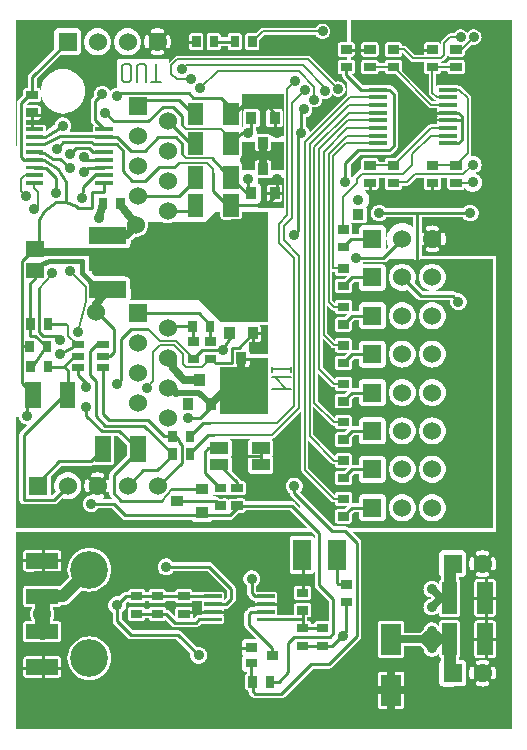
<source format=gbr>
G04 start of page 3 for group 1 idx 1 *
G04 Title: (unknown), solder *
G04 Creator: pcb 1.99z *
G04 CreationDate: Wed 12 Jan 2011 19:26:58 GMT UTC *
G04 For: rbarlow *
G04 Format: Gerber/RS-274X *
G04 PCB-Dimensions: 165354 236220 *
G04 PCB-Coordinate-Origin: lower left *
%MOIN*%
%FSLAX25Y25*%
%LNBACK*%
%ADD11C,0.0200*%
%ADD12C,0.0250*%
%ADD13C,0.0100*%
%ADD15C,0.0079*%
%ADD16C,0.0098*%
%ADD17C,0.0150*%
%ADD18C,0.0400*%
%ADD21C,0.0500*%
%ADD22C,0.0600*%
%ADD23C,0.1260*%
%ADD24C,0.0354*%
%ADD25C,0.0360*%
%ADD26C,0.0360*%
%ADD28R,0.0283X0.0283*%
%ADD29R,0.0340X0.0340*%
%ADD32C,0.0350*%
%ADD33C,0.1280*%
%ADD34C,0.0380*%
%ADD35C,0.0197*%
%ADD36C,0.0300*%
%ADD37R,0.0240X0.0240*%
%ADD38R,0.0530X0.0530*%
%ADD39R,0.0560X0.0560*%
%ADD40R,0.0512X0.0512*%
%ADD41R,0.0130X0.0130*%
%ADD42R,0.1220X0.1220*%
%ADD43R,0.0290X0.0290*%
%ADD44R,0.0600X0.0600*%
%ADD45R,0.0394X0.0394*%
%ADD46R,0.0689X0.0689*%
G54D11*G36*
X159283Y65748D02*X165354D01*
Y0D01*
X159283D01*
Y16560D01*
X159327Y16568D01*
X159438Y16605D01*
X159543Y16660D01*
X159638Y16730D01*
X159720Y16814D01*
X159788Y16910D01*
X159841Y17015D01*
X159983Y17422D01*
X160086Y17842D01*
X160148Y18269D01*
X160169Y18700D01*
X160148Y19132D01*
X160086Y19559D01*
X159983Y19979D01*
X159841Y20386D01*
X159787Y20491D01*
X159719Y20587D01*
X159637Y20671D01*
X159542Y20741D01*
X159438Y20795D01*
X159326Y20832D01*
X159283Y20839D01*
Y23636D01*
X159364Y23656D01*
X159509Y23716D01*
X159643Y23798D01*
X159762Y23900D01*
X159864Y24019D01*
X159946Y24153D01*
X160006Y24298D01*
X160043Y24451D01*
X160055Y24607D01*
X160043Y35391D01*
X160006Y35544D01*
X159946Y35689D01*
X159864Y35823D01*
X159762Y35942D01*
X159643Y36044D01*
X159509Y36126D01*
X159364Y36186D01*
X159283Y36206D01*
Y37415D01*
X159364Y37435D01*
X159509Y37495D01*
X159643Y37577D01*
X159762Y37679D01*
X159864Y37798D01*
X159946Y37932D01*
X160006Y38077D01*
X160043Y38230D01*
X160055Y38386D01*
X160043Y49170D01*
X160006Y49323D01*
X159946Y49468D01*
X159864Y49602D01*
X159762Y49721D01*
X159643Y49823D01*
X159509Y49905D01*
X159364Y49965D01*
X159283Y49985D01*
Y52978D01*
X159327Y52986D01*
X159438Y53023D01*
X159543Y53078D01*
X159638Y53148D01*
X159720Y53232D01*
X159788Y53328D01*
X159841Y53433D01*
X159983Y53840D01*
X160086Y54260D01*
X160148Y54687D01*
X160169Y55118D01*
X160148Y55550D01*
X160086Y55977D01*
X159983Y56397D01*
X159841Y56804D01*
X159787Y56909D01*
X159719Y57005D01*
X159637Y57089D01*
X159542Y57159D01*
X159438Y57213D01*
X159326Y57250D01*
X159283Y57257D01*
Y65748D01*
G37*
G36*
Y36206D02*X159211Y36223D01*
X159055Y36235D01*
X156496Y36229D01*
Y37392D01*
X159211Y37398D01*
X159283Y37415D01*
Y36206D01*
G37*
G36*
Y0D02*X156496D01*
Y14278D01*
X156527Y14283D01*
X156947Y14386D01*
X157354Y14528D01*
X157459Y14582D01*
X157555Y14650D01*
X157639Y14732D01*
X157709Y14827D01*
X157763Y14931D01*
X157800Y15043D01*
X157820Y15159D01*
X157821Y15276D01*
X157803Y15393D01*
X157768Y15505D01*
X157715Y15610D01*
X157647Y15706D01*
X157565Y15790D01*
X157470Y15860D01*
X157366Y15914D01*
X157254Y15951D01*
X157138Y15971D01*
X157021Y15972D01*
X156904Y15954D01*
X156792Y15919D01*
X156521Y15824D01*
X156496Y15818D01*
Y21583D01*
X156521Y21577D01*
X156792Y21482D01*
X156904Y21446D01*
X157021Y21428D01*
X157139Y21429D01*
X157255Y21449D01*
X157366Y21486D01*
X157471Y21541D01*
X157566Y21611D01*
X157648Y21695D01*
X157716Y21791D01*
X157769Y21896D01*
X157804Y22008D01*
X157822Y22125D01*
X157821Y22243D01*
X157801Y22359D01*
X157764Y22470D01*
X157709Y22575D01*
X157639Y22670D01*
X157555Y22752D01*
X157459Y22820D01*
X157354Y22873D01*
X156947Y23015D01*
X156527Y23118D01*
X156496Y23123D01*
Y23613D01*
X159211Y23619D01*
X159283Y23636D01*
Y20839D01*
X159210Y20852D01*
X159093Y20853D01*
X158976Y20835D01*
X158864Y20800D01*
X158759Y20747D01*
X158663Y20679D01*
X158579Y20597D01*
X158509Y20502D01*
X158455Y20398D01*
X158418Y20286D01*
X158398Y20170D01*
X158397Y20053D01*
X158415Y19936D01*
X158450Y19824D01*
X158545Y19553D01*
X158613Y19273D01*
X158655Y18988D01*
X158669Y18700D01*
X158655Y18413D01*
X158613Y18128D01*
X158545Y17848D01*
X158450Y17577D01*
X158414Y17465D01*
X158396Y17348D01*
X158397Y17230D01*
X158417Y17114D01*
X158454Y17003D01*
X158509Y16898D01*
X158579Y16803D01*
X158663Y16721D01*
X158759Y16653D01*
X158864Y16600D01*
X158976Y16565D01*
X159093Y16547D01*
X159211Y16548D01*
X159283Y16560D01*
Y0D01*
G37*
G36*
X156496Y65748D02*X159283D01*
Y57257D01*
X159210Y57270D01*
X159093Y57271D01*
X158976Y57253D01*
X158864Y57218D01*
X158759Y57165D01*
X158663Y57097D01*
X158579Y57015D01*
X158509Y56920D01*
X158455Y56816D01*
X158418Y56704D01*
X158398Y56588D01*
X158397Y56471D01*
X158415Y56354D01*
X158450Y56242D01*
X158545Y55971D01*
X158613Y55691D01*
X158655Y55406D01*
X158669Y55118D01*
X158655Y54831D01*
X158613Y54546D01*
X158545Y54266D01*
X158450Y53995D01*
X158414Y53883D01*
X158396Y53766D01*
X158397Y53648D01*
X158417Y53532D01*
X158454Y53421D01*
X158509Y53316D01*
X158579Y53221D01*
X158663Y53139D01*
X158759Y53071D01*
X158864Y53018D01*
X158976Y52983D01*
X159093Y52965D01*
X159211Y52966D01*
X159283Y52978D01*
Y49985D01*
X159211Y50002D01*
X159055Y50014D01*
X156496Y50008D01*
Y50696D01*
X156527Y50701D01*
X156947Y50804D01*
X157354Y50946D01*
X157459Y51000D01*
X157555Y51068D01*
X157639Y51150D01*
X157709Y51245D01*
X157763Y51349D01*
X157800Y51461D01*
X157820Y51577D01*
X157821Y51694D01*
X157803Y51811D01*
X157768Y51923D01*
X157715Y52028D01*
X157647Y52124D01*
X157565Y52208D01*
X157470Y52278D01*
X157366Y52332D01*
X157254Y52369D01*
X157138Y52389D01*
X157021Y52390D01*
X156904Y52372D01*
X156792Y52337D01*
X156521Y52242D01*
X156496Y52236D01*
Y58001D01*
X156521Y57995D01*
X156792Y57900D01*
X156904Y57864D01*
X157021Y57846D01*
X157139Y57847D01*
X157255Y57867D01*
X157366Y57904D01*
X157471Y57959D01*
X157566Y58029D01*
X157648Y58113D01*
X157716Y58209D01*
X157769Y58314D01*
X157804Y58426D01*
X157822Y58543D01*
X157821Y58661D01*
X157801Y58777D01*
X157764Y58888D01*
X157709Y58993D01*
X157639Y59088D01*
X157555Y59170D01*
X157459Y59238D01*
X157354Y59291D01*
X156947Y59433D01*
X156527Y59536D01*
X156496Y59541D01*
Y65748D01*
G37*
G36*
X152055D02*X156496D01*
Y59541D01*
X156100Y59598D01*
X155669Y59618D01*
X155237Y59598D01*
X154810Y59536D01*
X154390Y59433D01*
X153983Y59291D01*
X153878Y59237D01*
X153782Y59169D01*
X153698Y59087D01*
X153628Y58992D01*
X153574Y58888D01*
X153537Y58776D01*
X153517Y58660D01*
X153516Y58543D01*
X153534Y58426D01*
X153569Y58314D01*
X153622Y58209D01*
X153690Y58113D01*
X153772Y58029D01*
X153867Y57959D01*
X153971Y57905D01*
X154083Y57868D01*
X154199Y57848D01*
X154316Y57847D01*
X154433Y57865D01*
X154545Y57900D01*
X154816Y57995D01*
X155096Y58063D01*
X155381Y58105D01*
X155669Y58118D01*
X155956Y58105D01*
X156241Y58063D01*
X156496Y58001D01*
Y52236D01*
X156241Y52174D01*
X155956Y52132D01*
X155669Y52118D01*
X155381Y52132D01*
X155096Y52174D01*
X154816Y52242D01*
X154545Y52337D01*
X154433Y52373D01*
X154316Y52391D01*
X154198Y52390D01*
X154082Y52370D01*
X153971Y52333D01*
X153866Y52278D01*
X153771Y52208D01*
X153689Y52124D01*
X153621Y52028D01*
X153568Y51923D01*
X153533Y51811D01*
X153515Y51694D01*
X153516Y51576D01*
X153536Y51460D01*
X153573Y51349D01*
X153628Y51244D01*
X153698Y51149D01*
X153782Y51067D01*
X153878Y50999D01*
X153983Y50946D01*
X154390Y50804D01*
X154810Y50701D01*
X155237Y50639D01*
X155669Y50618D01*
X156100Y50639D01*
X156496Y50696D01*
Y50008D01*
X153781Y50002D01*
X153628Y49965D01*
X153483Y49905D01*
X153349Y49823D01*
X153230Y49721D01*
X153128Y49602D01*
X153046Y49468D01*
X152986Y49323D01*
X152949Y49170D01*
X152937Y49014D01*
X152949Y38230D01*
X152986Y38077D01*
X153046Y37932D01*
X153128Y37798D01*
X153230Y37679D01*
X153349Y37577D01*
X153483Y37495D01*
X153628Y37435D01*
X153781Y37398D01*
X153937Y37386D01*
X156496Y37392D01*
Y36229D01*
X153781Y36223D01*
X153628Y36186D01*
X153483Y36126D01*
X153349Y36044D01*
X153230Y35942D01*
X153128Y35823D01*
X153046Y35689D01*
X152986Y35544D01*
X152949Y35391D01*
X152937Y35235D01*
X152949Y24451D01*
X152986Y24298D01*
X153046Y24153D01*
X153128Y24019D01*
X153230Y23900D01*
X153349Y23798D01*
X153483Y23716D01*
X153628Y23656D01*
X153781Y23619D01*
X153937Y23607D01*
X156496Y23613D01*
Y23123D01*
X156100Y23180D01*
X155669Y23200D01*
X155237Y23180D01*
X154810Y23118D01*
X154390Y23015D01*
X153983Y22873D01*
X153878Y22819D01*
X153782Y22751D01*
X153698Y22669D01*
X153628Y22574D01*
X153574Y22470D01*
X153537Y22358D01*
X153517Y22242D01*
X153516Y22125D01*
X153534Y22008D01*
X153569Y21896D01*
X153622Y21791D01*
X153690Y21695D01*
X153772Y21611D01*
X153867Y21541D01*
X153971Y21487D01*
X154083Y21450D01*
X154199Y21430D01*
X154316Y21429D01*
X154433Y21447D01*
X154545Y21482D01*
X154816Y21577D01*
X155096Y21645D01*
X155381Y21687D01*
X155669Y21700D01*
X155956Y21687D01*
X156241Y21645D01*
X156496Y21583D01*
Y15818D01*
X156241Y15756D01*
X155956Y15714D01*
X155669Y15700D01*
X155381Y15714D01*
X155096Y15756D01*
X154816Y15824D01*
X154545Y15919D01*
X154433Y15955D01*
X154316Y15973D01*
X154198Y15972D01*
X154082Y15952D01*
X153971Y15915D01*
X153866Y15860D01*
X153771Y15790D01*
X153689Y15706D01*
X153621Y15610D01*
X153568Y15505D01*
X153533Y15393D01*
X153515Y15276D01*
X153516Y15158D01*
X153536Y15042D01*
X153573Y14931D01*
X153628Y14826D01*
X153698Y14731D01*
X153782Y14649D01*
X153878Y14581D01*
X153983Y14528D01*
X154390Y14386D01*
X154810Y14283D01*
X155237Y14221D01*
X155669Y14200D01*
X156100Y14221D01*
X156496Y14278D01*
Y0D01*
X152055D01*
Y16561D01*
X152127Y16549D01*
X152244Y16548D01*
X152361Y16566D01*
X152473Y16601D01*
X152578Y16654D01*
X152674Y16722D01*
X152758Y16804D01*
X152828Y16899D01*
X152882Y17003D01*
X152919Y17115D01*
X152939Y17231D01*
X152940Y17348D01*
X152922Y17465D01*
X152887Y17577D01*
X152792Y17848D01*
X152724Y18128D01*
X152682Y18413D01*
X152669Y18700D01*
X152682Y18988D01*
X152724Y19273D01*
X152792Y19553D01*
X152887Y19824D01*
X152923Y19936D01*
X152941Y20053D01*
X152940Y20171D01*
X152920Y20287D01*
X152883Y20398D01*
X152828Y20503D01*
X152758Y20598D01*
X152674Y20680D01*
X152578Y20748D01*
X152473Y20801D01*
X152361Y20836D01*
X152244Y20854D01*
X152126Y20853D01*
X152055Y20841D01*
Y52979D01*
X152127Y52967D01*
X152244Y52966D01*
X152361Y52984D01*
X152473Y53019D01*
X152578Y53072D01*
X152674Y53140D01*
X152758Y53222D01*
X152828Y53317D01*
X152882Y53421D01*
X152919Y53533D01*
X152939Y53649D01*
X152940Y53766D01*
X152922Y53883D01*
X152887Y53995D01*
X152792Y54266D01*
X152724Y54546D01*
X152682Y54831D01*
X152669Y55118D01*
X152682Y55406D01*
X152724Y55691D01*
X152792Y55971D01*
X152887Y56242D01*
X152923Y56354D01*
X152941Y56471D01*
X152940Y56589D01*
X152920Y56705D01*
X152883Y56816D01*
X152828Y56921D01*
X152758Y57016D01*
X152674Y57098D01*
X152578Y57166D01*
X152473Y57219D01*
X152361Y57254D01*
X152244Y57272D01*
X152126Y57271D01*
X152055Y57259D01*
Y65748D01*
G37*
G36*
X143075D02*X152055D01*
Y57259D01*
X152010Y57251D01*
X151899Y57214D01*
X151794Y57159D01*
X151699Y57089D01*
X151617Y57005D01*
X151549Y56909D01*
X151496Y56804D01*
X151354Y56397D01*
X151251Y55977D01*
X151189Y55550D01*
X151169Y55118D01*
X151189Y54687D01*
X151251Y54260D01*
X151354Y53840D01*
X151496Y53433D01*
X151550Y53328D01*
X151618Y53232D01*
X151700Y53148D01*
X151795Y53078D01*
X151899Y53024D01*
X152011Y52987D01*
X152055Y52979D01*
Y20841D01*
X152010Y20833D01*
X151899Y20796D01*
X151794Y20741D01*
X151699Y20671D01*
X151617Y20587D01*
X151549Y20491D01*
X151496Y20386D01*
X151354Y19979D01*
X151251Y19559D01*
X151189Y19132D01*
X151169Y18700D01*
X151189Y18269D01*
X151251Y17842D01*
X151354Y17422D01*
X151496Y17015D01*
X151550Y16910D01*
X151618Y16814D01*
X151700Y16730D01*
X151795Y16660D01*
X151899Y16606D01*
X152011Y16569D01*
X152055Y16561D01*
Y0D01*
X143075D01*
Y14201D01*
X148904Y14218D01*
X149133Y14273D01*
X149350Y14363D01*
X149551Y14486D01*
X149730Y14639D01*
X149883Y14818D01*
X150006Y15019D01*
X150096Y15236D01*
X150151Y15465D01*
X150169Y15700D01*
X150151Y21935D01*
X150096Y22164D01*
X150006Y22381D01*
X149883Y22582D01*
X149730Y22761D01*
X149551Y22914D01*
X149350Y23037D01*
X149133Y23127D01*
X148904Y23182D01*
X148669Y23200D01*
X147686Y23197D01*
Y23711D01*
X147699Y23716D01*
X147833Y23798D01*
X147952Y23900D01*
X148054Y24019D01*
X148136Y24153D01*
X148196Y24298D01*
X148233Y24451D01*
X148245Y24607D01*
X148233Y35391D01*
X148196Y35544D01*
X148136Y35689D01*
X148054Y35823D01*
X147952Y35942D01*
X147833Y36044D01*
X147699Y36126D01*
X147554Y36186D01*
X147401Y36223D01*
X147245Y36235D01*
X143075Y36226D01*
Y37388D01*
X147401Y37398D01*
X147554Y37435D01*
X147699Y37495D01*
X147833Y37577D01*
X147952Y37679D01*
X148054Y37798D01*
X148136Y37932D01*
X148196Y38077D01*
X148233Y38230D01*
X148245Y38386D01*
X148233Y49170D01*
X148196Y49323D01*
X148136Y49468D01*
X148054Y49602D01*
X147952Y49721D01*
X147833Y49823D01*
X147699Y49905D01*
X147686Y49910D01*
Y50632D01*
X148904Y50636D01*
X149133Y50691D01*
X149350Y50781D01*
X149551Y50904D01*
X149730Y51057D01*
X149883Y51236D01*
X150006Y51437D01*
X150096Y51654D01*
X150151Y51883D01*
X150169Y52118D01*
X150151Y58353D01*
X150096Y58582D01*
X150006Y58799D01*
X149883Y59000D01*
X149730Y59179D01*
X149551Y59332D01*
X149350Y59455D01*
X149133Y59545D01*
X148904Y59600D01*
X148669Y59618D01*
X143075Y59602D01*
Y65748D01*
G37*
G36*
Y0D02*X125197D01*
Y6781D01*
X128798Y6787D01*
X128951Y6824D01*
X129096Y6884D01*
X129230Y6966D01*
X129349Y7068D01*
X129451Y7187D01*
X129533Y7321D01*
X129593Y7466D01*
X129630Y7619D01*
X129642Y7775D01*
X129630Y18364D01*
X129593Y18517D01*
X129533Y18662D01*
X129451Y18796D01*
X129349Y18915D01*
X129230Y19017D01*
X129096Y19099D01*
X128951Y19159D01*
X128798Y19196D01*
X128642Y19208D01*
X125197Y19202D01*
Y23710D01*
X128798Y23716D01*
X128951Y23753D01*
X129096Y23813D01*
X129230Y23895D01*
X129349Y23997D01*
X129451Y24116D01*
X129533Y24250D01*
X129593Y24395D01*
X129630Y24548D01*
X129642Y24704D01*
X129639Y27672D01*
X134895D01*
X136012Y26555D01*
X136014Y26530D01*
X136117Y26103D01*
X136285Y25697D01*
X136515Y25322D01*
X136800Y24988D01*
X137134Y24703D01*
X137509Y24473D01*
X137915Y24305D01*
X138342Y24202D01*
X138780Y24168D01*
X139218Y24202D01*
X139645Y24305D01*
X140051Y24473D01*
X140426Y24703D01*
X140760Y24988D01*
X141045Y25322D01*
X141138Y25473D01*
X141139Y24451D01*
X141176Y24298D01*
X141236Y24153D01*
X141318Y24019D01*
X141420Y23900D01*
X141539Y23798D01*
X141673Y23716D01*
X141686Y23711D01*
Y22828D01*
X141608Y22761D01*
X141455Y22582D01*
X141332Y22381D01*
X141242Y22164D01*
X141187Y21935D01*
X141169Y21700D01*
X141187Y15465D01*
X141242Y15236D01*
X141332Y15019D01*
X141455Y14818D01*
X141608Y14639D01*
X141787Y14486D01*
X141988Y14363D01*
X142205Y14273D01*
X142434Y14218D01*
X142669Y14200D01*
X143075Y14201D01*
Y0D01*
G37*
G36*
X125197Y65748D02*X143075D01*
Y59602D01*
X142434Y59600D01*
X142205Y59545D01*
X141988Y59455D01*
X141787Y59332D01*
X141608Y59179D01*
X141455Y59000D01*
X141332Y58799D01*
X141242Y58582D01*
X141187Y58353D01*
X141169Y58118D01*
X141187Y51883D01*
X141242Y51654D01*
X141332Y51437D01*
X141455Y51236D01*
X141608Y51057D01*
X141686Y50990D01*
Y49910D01*
X141673Y49905D01*
X141539Y49823D01*
X141420Y49721D01*
X141318Y49602D01*
X141236Y49468D01*
X141176Y49323D01*
X141139Y49170D01*
X141127Y49014D01*
X141128Y48163D01*
X141045Y48298D01*
X140760Y48632D01*
X140426Y48917D01*
X140051Y49147D01*
X139645Y49315D01*
X139218Y49418D01*
X138780Y49452D01*
X138342Y49418D01*
X137915Y49315D01*
X137509Y49147D01*
X137134Y48917D01*
X136800Y48632D01*
X136515Y48298D01*
X136285Y47923D01*
X136117Y47517D01*
X136014Y47090D01*
X135980Y46652D01*
X136014Y46214D01*
X136117Y45787D01*
X136285Y45381D01*
X136515Y45006D01*
X136800Y44672D01*
X137134Y44387D01*
X137509Y44157D01*
X137915Y43989D01*
X138342Y43886D01*
X138367Y43884D01*
X138551Y43700D01*
X138366Y43515D01*
X138342Y43513D01*
X137915Y43410D01*
X137509Y43242D01*
X137134Y43012D01*
X136800Y42727D01*
X136515Y42393D01*
X136285Y42018D01*
X136117Y41612D01*
X136014Y41185D01*
X135980Y40747D01*
X136014Y40309D01*
X136117Y39882D01*
X136285Y39476D01*
X136515Y39101D01*
X136800Y38767D01*
X137134Y38482D01*
X137509Y38252D01*
X137915Y38084D01*
X138342Y37981D01*
X138780Y37947D01*
X139218Y37981D01*
X139645Y38084D01*
X140051Y38252D01*
X140426Y38482D01*
X140760Y38767D01*
X141045Y39101D01*
X141138Y39252D01*
X141139Y38230D01*
X141176Y38077D01*
X141236Y37932D01*
X141318Y37798D01*
X141420Y37679D01*
X141539Y37577D01*
X141673Y37495D01*
X141818Y37435D01*
X141971Y37398D01*
X142127Y37386D01*
X143075Y37388D01*
Y36226D01*
X141971Y36223D01*
X141818Y36186D01*
X141673Y36126D01*
X141539Y36044D01*
X141420Y35942D01*
X141318Y35823D01*
X141236Y35689D01*
X141176Y35544D01*
X141139Y35391D01*
X141127Y35235D01*
X141128Y34385D01*
X141045Y34520D01*
X140760Y34854D01*
X140426Y35139D01*
X140051Y35369D01*
X139645Y35537D01*
X139218Y35640D01*
X138780Y35674D01*
X138342Y35640D01*
X137915Y35537D01*
X137509Y35369D01*
X137134Y35139D01*
X136800Y34854D01*
X136515Y34520D01*
X136285Y34145D01*
X136117Y33739D01*
X136014Y33312D01*
X136012Y33288D01*
X134895Y32171D01*
X129634D01*
X129630Y35293D01*
X129593Y35446D01*
X129533Y35591D01*
X129451Y35725D01*
X129349Y35844D01*
X129230Y35946D01*
X129096Y36028D01*
X128951Y36088D01*
X128798Y36125D01*
X128642Y36137D01*
X125197Y36131D01*
Y65748D01*
G37*
G36*
X52104Y42791D02*X53230D01*
Y42721D01*
X53266Y42571D01*
X53325Y42428D01*
X53406Y42297D01*
X53506Y42179D01*
X53624Y42079D01*
X53755Y41998D01*
X53898Y41939D01*
X54048Y41903D01*
X54202Y41891D01*
X58156Y41903D01*
X58306Y41939D01*
X58449Y41998D01*
X58580Y42079D01*
X58698Y42179D01*
X58798Y42297D01*
X58879Y42428D01*
X58938Y42571D01*
X58974Y42721D01*
X58979Y42791D01*
X62201D01*
X62196Y42785D01*
X62132Y42680D01*
X62085Y42566D01*
X62056Y42445D01*
X62046Y42322D01*
X62056Y40899D01*
X62085Y40778D01*
X62132Y40664D01*
X62196Y40559D01*
X62277Y40465D01*
X62361Y40393D01*
X62277Y40321D01*
X62196Y40227D01*
X62132Y40122D01*
X62085Y40008D01*
X62056Y39887D01*
X62046Y39764D01*
X62056Y38341D01*
X62085Y38220D01*
X62132Y38106D01*
X62163Y38055D01*
X61161D01*
X60926Y38037D01*
X60697Y37982D01*
X60480Y37892D01*
X60279Y37769D01*
X60100Y37616D01*
X59417Y36933D01*
X58978D01*
X58986Y37041D01*
X58974Y40027D01*
X58938Y40177D01*
X58879Y40320D01*
X58798Y40451D01*
X58698Y40569D01*
X58580Y40669D01*
X58449Y40750D01*
X58306Y40809D01*
X58156Y40845D01*
X58002Y40857D01*
X54048Y40845D01*
X53898Y40809D01*
X53755Y40750D01*
X53624Y40669D01*
X53506Y40569D01*
X53406Y40451D01*
X53325Y40320D01*
X53266Y40177D01*
X53230Y40027D01*
X53218Y39873D01*
X53228Y37475D01*
X52104Y38599D01*
Y42791D01*
G37*
G36*
Y52091D02*X52177Y52153D01*
X52462Y52487D01*
X52552Y52633D01*
X63946D01*
X70350Y46229D01*
Y43929D01*
X69593Y43172D01*
X69411D01*
X69442Y43223D01*
X69489Y43337D01*
X69518Y43458D01*
X69528Y43581D01*
X69518Y45004D01*
X69489Y45125D01*
X69442Y45239D01*
X69378Y45344D01*
X69297Y45438D01*
X69203Y45519D01*
X69098Y45583D01*
X68984Y45630D01*
X68863Y45659D01*
X68740Y45669D01*
X66379Y45665D01*
X66251Y45718D01*
X66022Y45773D01*
X65787Y45791D01*
X58974D01*
Y45861D01*
X58938Y46011D01*
X58879Y46154D01*
X58798Y46285D01*
X58698Y46403D01*
X58580Y46503D01*
X58449Y46584D01*
X58306Y46643D01*
X58156Y46679D01*
X58002Y46691D01*
X54048Y46679D01*
X53898Y46643D01*
X53755Y46584D01*
X53624Y46503D01*
X53506Y46403D01*
X53406Y46285D01*
X53325Y46154D01*
X53266Y46011D01*
X53230Y45861D01*
X53225Y45791D01*
X52104D01*
Y52091D01*
G37*
G36*
X95669Y16777D02*X99045Y20153D01*
X104331D01*
X104566Y20171D01*
X104795Y20226D01*
X105012Y20316D01*
X105213Y20439D01*
X105392Y20592D01*
X105404Y20606D01*
X114827Y30029D01*
X114841Y30041D01*
X114994Y30220D01*
X115117Y30421D01*
X115207Y30638D01*
X115262Y30867D01*
X115280Y31102D01*
Y62205D01*
X115279Y62213D01*
X115263Y62439D01*
X115208Y62668D01*
X115117Y62885D01*
X114994Y63086D01*
X114841Y63265D01*
X114834Y63271D01*
X112357Y65748D01*
X125197D01*
Y36131D01*
X121596Y36125D01*
X121443Y36088D01*
X121298Y36028D01*
X121164Y35946D01*
X121045Y35844D01*
X120943Y35725D01*
X120861Y35591D01*
X120801Y35446D01*
X120764Y35293D01*
X120752Y35137D01*
X120764Y24548D01*
X120801Y24395D01*
X120861Y24250D01*
X120943Y24116D01*
X121045Y23997D01*
X121164Y23895D01*
X121298Y23813D01*
X121443Y23753D01*
X121596Y23716D01*
X121752Y23704D01*
X125197Y23710D01*
Y19202D01*
X121596Y19196D01*
X121443Y19159D01*
X121298Y19099D01*
X121164Y19017D01*
X121045Y18915D01*
X120943Y18796D01*
X120861Y18662D01*
X120801Y18517D01*
X120764Y18364D01*
X120752Y18208D01*
X120764Y7619D01*
X120801Y7466D01*
X120861Y7321D01*
X120943Y7187D01*
X121045Y7068D01*
X121164Y6966D01*
X121298Y6884D01*
X121443Y6824D01*
X121596Y6787D01*
X121752Y6775D01*
X125197Y6781D01*
Y0D01*
X95669D01*
Y16777D01*
G37*
G36*
Y51760D02*X98706Y51767D01*
X98889Y51811D01*
X99063Y51883D01*
X99223Y51981D01*
X99367Y52103D01*
X99489Y52247D01*
X99587Y52407D01*
X99659Y52581D01*
X99681Y52672D01*
Y48031D01*
X99700Y47797D01*
X99754Y47568D01*
X99844Y47351D01*
X99967Y47150D01*
X100120Y46971D01*
X104405Y42687D01*
Y36014D01*
X104262Y36025D01*
X100308Y36013D01*
X100158Y35977D01*
X100015Y35918D01*
X99884Y35837D01*
X99766Y35737D01*
X99666Y35619D01*
X99585Y35488D01*
X99526Y35345D01*
X99490Y35195D01*
X99485Y35126D01*
X98541D01*
Y35195D01*
X98505Y35345D01*
X98446Y35488D01*
X98365Y35619D01*
X98265Y35737D01*
X98147Y35837D01*
X98016Y35918D01*
X97873Y35977D01*
X97723Y36013D01*
X97569Y36025D01*
X97169Y36024D01*
Y37212D01*
X97723Y37214D01*
X97873Y37250D01*
X98016Y37309D01*
X98147Y37390D01*
X98265Y37490D01*
X98365Y37608D01*
X98446Y37739D01*
X98505Y37882D01*
X98541Y38032D01*
X98553Y38186D01*
X98541Y41172D01*
X98505Y41322D01*
X98446Y41465D01*
X98365Y41596D01*
X98265Y41714D01*
X98147Y41814D01*
X98016Y41895D01*
X97873Y41954D01*
X97723Y41990D01*
X97569Y42002D01*
X95904Y41997D01*
X95669Y42015D01*
Y43042D01*
X97723Y43048D01*
X97873Y43084D01*
X98016Y43143D01*
X98147Y43224D01*
X98265Y43324D01*
X98365Y43442D01*
X98446Y43573D01*
X98505Y43716D01*
X98541Y43866D01*
X98553Y44020D01*
X98541Y47006D01*
X98505Y47156D01*
X98446Y47299D01*
X98365Y47430D01*
X98265Y47548D01*
X98147Y47648D01*
X98016Y47729D01*
X97873Y47788D01*
X97723Y47824D01*
X97569Y47836D01*
X95669Y47830D01*
Y51760D01*
G37*
G36*
Y65748D02*X98666D01*
X99681Y64733D01*
Y63467D01*
X99659Y63559D01*
X99587Y63733D01*
X99489Y63893D01*
X99367Y64037D01*
X99223Y64159D01*
X99063Y64257D01*
X98889Y64329D01*
X98706Y64373D01*
X98518Y64388D01*
X95669Y64381D01*
Y65748D01*
G37*
G36*
X52104D02*X95669D01*
Y64381D01*
X92330Y64373D01*
X92147Y64329D01*
X91973Y64257D01*
X91813Y64159D01*
X91669Y64037D01*
X91547Y63893D01*
X91449Y63733D01*
X91377Y63559D01*
X91333Y63376D01*
X91318Y63188D01*
X91333Y52764D01*
X91377Y52581D01*
X91449Y52407D01*
X91547Y52247D01*
X91669Y52103D01*
X91813Y51981D01*
X91973Y51883D01*
X92147Y51811D01*
X92330Y51767D01*
X92518Y51752D01*
X95669Y51760D01*
Y47830D01*
X93615Y47824D01*
X93465Y47788D01*
X93322Y47729D01*
X93191Y47648D01*
X93073Y47548D01*
X92973Y47430D01*
X92892Y47299D01*
X92833Y47156D01*
X92797Y47006D01*
X92785Y46852D01*
X92797Y43866D01*
X92833Y43716D01*
X92892Y43573D01*
X92973Y43442D01*
X93073Y43324D01*
X93191Y43224D01*
X93322Y43143D01*
X93465Y43084D01*
X93615Y43048D01*
X93769Y43036D01*
X95669Y43042D01*
Y42015D01*
X95434Y41997D01*
X95428Y41996D01*
X93615Y41990D01*
X93465Y41954D01*
X93322Y41895D01*
X93191Y41814D01*
X93073Y41714D01*
X92973Y41596D01*
X92892Y41465D01*
X92833Y41322D01*
X92797Y41172D01*
X92785Y41018D01*
X92797Y38056D01*
X87128D01*
X87158Y38106D01*
X87205Y38220D01*
X87234Y38341D01*
X87244Y38464D01*
X87234Y39887D01*
X87205Y40008D01*
X87158Y40122D01*
X87094Y40227D01*
X87013Y40321D01*
X86929Y40393D01*
X87013Y40465D01*
X87094Y40559D01*
X87158Y40664D01*
X87205Y40778D01*
X87234Y40899D01*
X87244Y41022D01*
X87234Y42445D01*
X87205Y42566D01*
X87158Y42680D01*
X87094Y42785D01*
X87013Y42879D01*
X86929Y42951D01*
X87013Y43024D01*
X87094Y43118D01*
X87158Y43223D01*
X87205Y43337D01*
X87234Y43458D01*
X87244Y43581D01*
X87234Y45004D01*
X87205Y45125D01*
X87158Y45239D01*
X87094Y45344D01*
X87013Y45438D01*
X86919Y45519D01*
X86814Y45583D01*
X86700Y45630D01*
X86579Y45659D01*
X86456Y45669D01*
X83939Y45665D01*
X83738Y45713D01*
X83503Y45731D01*
X80405D01*
X80240Y45896D01*
Y47841D01*
X80386Y47931D01*
X80720Y48216D01*
X81005Y48550D01*
X81235Y48925D01*
X81403Y49331D01*
X81506Y49758D01*
X81540Y50196D01*
X81506Y50634D01*
X81403Y51061D01*
X81235Y51467D01*
X81005Y51842D01*
X80720Y52176D01*
X80386Y52461D01*
X80011Y52691D01*
X79605Y52859D01*
X79178Y52962D01*
X78740Y52996D01*
X78302Y52962D01*
X77875Y52859D01*
X77469Y52691D01*
X77094Y52461D01*
X76760Y52176D01*
X76475Y51842D01*
X76245Y51467D01*
X76077Y51061D01*
X75974Y50634D01*
X75940Y50196D01*
X75974Y49758D01*
X76077Y49331D01*
X76245Y48925D01*
X76475Y48550D01*
X76760Y48216D01*
X77094Y47931D01*
X77239Y47842D01*
Y45275D01*
X77258Y45040D01*
X77313Y44811D01*
X77403Y44594D01*
X77526Y44393D01*
X77679Y44214D01*
X77686Y44208D01*
X78717Y43177D01*
X78723Y43170D01*
X78902Y43017D01*
X79103Y42894D01*
X79320Y42804D01*
X79549Y42749D01*
X79784Y42731D01*
X79879D01*
X79848Y42680D01*
X79801Y42566D01*
X79772Y42445D01*
X79762Y42322D01*
X79772Y40899D01*
X79801Y40778D01*
X79848Y40664D01*
X79878Y40614D01*
X78485D01*
X78250Y40596D01*
X78021Y40541D01*
X77804Y40451D01*
X77603Y40328D01*
X77424Y40175D01*
X76695Y39446D01*
X76542Y39267D01*
X76419Y39066D01*
X76329Y38849D01*
X76274Y38620D01*
X76256Y38385D01*
Y34842D01*
X76274Y34607D01*
X76329Y34378D01*
X76419Y34161D01*
X76542Y33960D01*
X76695Y33781D01*
X76702Y33775D01*
X80424Y30053D01*
X80380Y30056D01*
X76645Y30038D01*
X76416Y29983D01*
X76199Y29893D01*
X75998Y29770D01*
X75819Y29617D01*
X75666Y29438D01*
X75543Y29237D01*
X75453Y29020D01*
X75398Y28791D01*
X75380Y28556D01*
X75398Y25421D01*
X75453Y25192D01*
X75543Y24975D01*
X75666Y24774D01*
X75819Y24595D01*
X75865Y24556D01*
X75819Y24517D01*
X75666Y24338D01*
X75543Y24137D01*
X75453Y23920D01*
X75398Y23691D01*
X75380Y23456D01*
X75398Y20321D01*
X75453Y20092D01*
X75543Y19875D01*
X75666Y19674D01*
X75819Y19495D01*
X75998Y19342D01*
X76199Y19219D01*
X76416Y19129D01*
X76645Y19074D01*
X76880Y19056D01*
X77129Y19057D01*
Y18533D01*
X77110Y18525D01*
X76979Y18444D01*
X76861Y18344D01*
X76761Y18226D01*
X76680Y18095D01*
X76621Y17952D01*
X76585Y17802D01*
X76573Y17648D01*
X76585Y13694D01*
X76621Y13544D01*
X76680Y13401D01*
X76761Y13270D01*
X76861Y13152D01*
X76979Y13052D01*
X77110Y12971D01*
X77253Y12912D01*
X77403Y12876D01*
X77557Y12864D01*
X77634D01*
Y12598D01*
X77652Y12363D01*
X77707Y12134D01*
X77797Y11917D01*
X77920Y11716D01*
X78073Y11537D01*
X78080Y11531D01*
X78854Y10757D01*
X78860Y10750D01*
X79039Y10597D01*
X79240Y10474D01*
X79457Y10384D01*
X79686Y10329D01*
X79921Y10311D01*
X88583D01*
X88818Y10328D01*
X89047Y10383D01*
X89264Y10474D01*
X89465Y10597D01*
X89644Y10750D01*
X89656Y10764D01*
X95669Y16777D01*
Y0D01*
X52104D01*
Y29996D01*
X53513D01*
X58298Y25211D01*
X58258Y25044D01*
X58224Y24606D01*
X58258Y24168D01*
X58361Y23741D01*
X58529Y23335D01*
X58759Y22960D01*
X59044Y22626D01*
X59378Y22341D01*
X59753Y22111D01*
X60159Y21943D01*
X60586Y21840D01*
X61024Y21806D01*
X61462Y21840D01*
X61889Y21943D01*
X62295Y22111D01*
X62670Y22341D01*
X63004Y22626D01*
X63289Y22960D01*
X63519Y23335D01*
X63687Y23741D01*
X63790Y24168D01*
X63824Y24606D01*
X63790Y25044D01*
X63687Y25471D01*
X63519Y25877D01*
X63289Y26252D01*
X63004Y26586D01*
X62670Y26871D01*
X62295Y27101D01*
X61889Y27269D01*
X61462Y27372D01*
X61024Y27406D01*
X60586Y27372D01*
X60419Y27332D01*
X55201Y32550D01*
X55195Y32557D01*
X55016Y32710D01*
X54815Y32833D01*
X54598Y32923D01*
X54369Y32978D01*
X54135Y32996D01*
X52104D01*
Y34358D01*
X52267Y34219D01*
X52468Y34096D01*
X52685Y34006D01*
X52914Y33951D01*
X53149Y33933D01*
X60039D01*
X60274Y33951D01*
X60503Y34006D01*
X60720Y34096D01*
X60921Y34219D01*
X61100Y34372D01*
X61112Y34386D01*
X61781Y35055D01*
X65787D01*
X66022Y35073D01*
X66229Y35123D01*
X68863Y35127D01*
X68984Y35156D01*
X69098Y35203D01*
X69203Y35267D01*
X69297Y35348D01*
X69378Y35442D01*
X69442Y35547D01*
X69489Y35661D01*
X69518Y35782D01*
X69528Y35905D01*
X69518Y37328D01*
X69489Y37449D01*
X69442Y37563D01*
X69378Y37668D01*
X69297Y37762D01*
X69213Y37834D01*
X69297Y37907D01*
X69378Y38001D01*
X69442Y38106D01*
X69489Y38220D01*
X69518Y38341D01*
X69528Y38464D01*
X69518Y39887D01*
X69489Y40008D01*
X69442Y40122D01*
X69412Y40172D01*
X70215D01*
X70450Y40190D01*
X70679Y40245D01*
X70896Y40335D01*
X71097Y40458D01*
X71276Y40611D01*
X71288Y40625D01*
X72897Y42234D01*
X72911Y42246D01*
X73064Y42425D01*
X73187Y42626D01*
X73277Y42843D01*
X73332Y43072D01*
X73350Y43307D01*
Y46851D01*
X73349Y46868D01*
X73332Y47085D01*
X73277Y47314D01*
X73187Y47531D01*
X73064Y47732D01*
X72911Y47911D01*
X72904Y47917D01*
X65634Y55187D01*
X65628Y55194D01*
X65449Y55347D01*
X65248Y55470D01*
X65031Y55561D01*
X64802Y55616D01*
X64567Y55634D01*
X52551D01*
X52462Y55779D01*
X52177Y56113D01*
X52104Y56175D01*
Y65748D01*
G37*
G36*
Y32996D02*X39007D01*
X35358Y36644D01*
Y38750D01*
X35621Y38911D01*
X35979Y39217D01*
X36285Y39575D01*
X36531Y39976D01*
X36711Y40411D01*
X36821Y40869D01*
X36858Y41338D01*
X36821Y41807D01*
X36749Y42109D01*
X37431Y42791D01*
X37481D01*
Y42721D01*
X37517Y42571D01*
X37576Y42428D01*
X37657Y42297D01*
X37757Y42179D01*
X37875Y42079D01*
X38006Y41998D01*
X38149Y41939D01*
X38299Y41903D01*
X38453Y41891D01*
X42407Y41903D01*
X42557Y41939D01*
X42700Y41998D01*
X42831Y42079D01*
X42949Y42179D01*
X43049Y42297D01*
X43130Y42428D01*
X43189Y42571D01*
X43225Y42721D01*
X43230Y42791D01*
X44372D01*
Y42721D01*
X44408Y42571D01*
X44467Y42428D01*
X44548Y42297D01*
X44648Y42179D01*
X44766Y42079D01*
X44897Y41998D01*
X45040Y41939D01*
X45190Y41903D01*
X45344Y41891D01*
X49298Y41903D01*
X49448Y41939D01*
X49591Y41998D01*
X49722Y42079D01*
X49840Y42179D01*
X49940Y42297D01*
X50021Y42428D01*
X50080Y42571D01*
X50116Y42721D01*
X50121Y42791D01*
X52104D01*
Y38599D01*
X51264Y39439D01*
X51258Y39446D01*
X51079Y39599D01*
X50878Y39722D01*
X50661Y39812D01*
X50432Y39867D01*
X50215Y39884D01*
X50198Y39885D01*
X50117D01*
X50116Y40027D01*
X50080Y40177D01*
X50021Y40320D01*
X49940Y40451D01*
X49840Y40569D01*
X49722Y40669D01*
X49591Y40750D01*
X49448Y40809D01*
X49298Y40845D01*
X49144Y40857D01*
X45190Y40845D01*
X45040Y40809D01*
X44897Y40750D01*
X44766Y40669D01*
X44648Y40569D01*
X44548Y40451D01*
X44467Y40320D01*
X44408Y40177D01*
X44372Y40027D01*
X44367Y39958D01*
X43225D01*
Y40027D01*
X43189Y40177D01*
X43130Y40320D01*
X43049Y40451D01*
X42949Y40569D01*
X42831Y40669D01*
X42700Y40750D01*
X42557Y40809D01*
X42407Y40845D01*
X42253Y40857D01*
X38299Y40845D01*
X38149Y40809D01*
X38006Y40750D01*
X37875Y40669D01*
X37757Y40569D01*
X37657Y40451D01*
X37576Y40320D01*
X37517Y40177D01*
X37481Y40027D01*
X37469Y39873D01*
X37481Y36887D01*
X37517Y36737D01*
X37576Y36594D01*
X37657Y36463D01*
X37757Y36345D01*
X37875Y36245D01*
X38006Y36164D01*
X38149Y36105D01*
X38299Y36069D01*
X38453Y36057D01*
X42407Y36069D01*
X42557Y36105D01*
X42700Y36164D01*
X42831Y36245D01*
X42949Y36345D01*
X43049Y36463D01*
X43130Y36594D01*
X43189Y36737D01*
X43225Y36887D01*
X43230Y36957D01*
X44372D01*
Y36887D01*
X44408Y36737D01*
X44467Y36594D01*
X44548Y36463D01*
X44648Y36345D01*
X44766Y36245D01*
X44897Y36164D01*
X45040Y36105D01*
X45190Y36069D01*
X45344Y36057D01*
X49298Y36069D01*
X49448Y36105D01*
X49591Y36164D01*
X49722Y36245D01*
X49840Y36345D01*
X49940Y36463D01*
X49962Y36499D01*
X52082Y34379D01*
X52088Y34372D01*
X52104Y34358D01*
Y32996D01*
G37*
G36*
X24606Y65748D02*X52104D01*
Y56175D01*
X51843Y56398D01*
X51468Y56628D01*
X51062Y56796D01*
X50635Y56899D01*
X50197Y56933D01*
X49759Y56899D01*
X49332Y56796D01*
X48926Y56628D01*
X48551Y56398D01*
X48217Y56113D01*
X47932Y55779D01*
X47702Y55404D01*
X47534Y54998D01*
X47431Y54571D01*
X47397Y54133D01*
X47431Y53695D01*
X47534Y53268D01*
X47702Y52862D01*
X47932Y52487D01*
X48217Y52153D01*
X48551Y51868D01*
X48926Y51638D01*
X49332Y51470D01*
X49759Y51367D01*
X50197Y51333D01*
X50635Y51367D01*
X51062Y51470D01*
X51468Y51638D01*
X51843Y51868D01*
X52104Y52091D01*
Y45791D01*
X50116D01*
Y45861D01*
X50080Y46011D01*
X50021Y46154D01*
X49940Y46285D01*
X49840Y46403D01*
X49722Y46503D01*
X49591Y46584D01*
X49448Y46643D01*
X49298Y46679D01*
X49144Y46691D01*
X45190Y46679D01*
X45040Y46643D01*
X44897Y46584D01*
X44766Y46503D01*
X44648Y46403D01*
X44548Y46285D01*
X44467Y46154D01*
X44408Y46011D01*
X44372Y45861D01*
X44367Y45791D01*
X43225D01*
Y45861D01*
X43189Y46011D01*
X43130Y46154D01*
X43049Y46285D01*
X42949Y46403D01*
X42831Y46503D01*
X42700Y46584D01*
X42557Y46643D01*
X42407Y46679D01*
X42253Y46691D01*
X38299Y46679D01*
X38149Y46643D01*
X38006Y46584D01*
X37875Y46503D01*
X37757Y46403D01*
X37657Y46285D01*
X37576Y46154D01*
X37517Y46011D01*
X37481Y45861D01*
X37476Y45791D01*
X36811D01*
X36576Y45773D01*
X36347Y45718D01*
X36130Y45628D01*
X35929Y45505D01*
X35750Y45352D01*
X34627Y44229D01*
X34327Y44301D01*
X33858Y44338D01*
X33389Y44301D01*
X32931Y44191D01*
X32496Y44011D01*
X32095Y43765D01*
X31737Y43459D01*
X31431Y43101D01*
X31185Y42700D01*
X31005Y42265D01*
X30895Y41807D01*
X30858Y41338D01*
X30895Y40869D01*
X31005Y40411D01*
X31185Y39976D01*
X31431Y39575D01*
X31737Y39217D01*
X32095Y38911D01*
X32357Y38750D01*
Y36023D01*
X32376Y35788D01*
X32431Y35559D01*
X32521Y35342D01*
X32644Y35141D01*
X32797Y34962D01*
X32804Y34956D01*
X37319Y30442D01*
X37325Y30435D01*
X37504Y30282D01*
X37705Y30159D01*
X37922Y30069D01*
X38151Y30014D01*
X38386Y29996D01*
X52104D01*
Y0D01*
X24606D01*
Y16321D01*
X25748Y16411D01*
X26862Y16678D01*
X27920Y17117D01*
X28897Y17715D01*
X29768Y18459D01*
X30512Y19330D01*
X31110Y20307D01*
X31549Y21365D01*
X31816Y22479D01*
X31906Y23621D01*
X31816Y24763D01*
X31549Y25877D01*
X31110Y26935D01*
X30512Y27912D01*
X29768Y28783D01*
X28897Y29527D01*
X27920Y30125D01*
X26862Y30564D01*
X25748Y30831D01*
X24606Y30921D01*
Y45849D01*
X25748Y45939D01*
X26862Y46206D01*
X27920Y46645D01*
X28897Y47243D01*
X29768Y47987D01*
X30512Y48858D01*
X31110Y49835D01*
X31549Y50893D01*
X31816Y52007D01*
X31906Y53149D01*
X31816Y54291D01*
X31549Y55405D01*
X31110Y56463D01*
X30512Y57440D01*
X29768Y58311D01*
X28897Y59055D01*
X27920Y59653D01*
X26862Y60092D01*
X25748Y60359D01*
X24606Y60449D01*
Y65748D01*
G37*
G36*
Y0D02*X8858D01*
Y17116D01*
X14328Y17122D01*
X14481Y17159D01*
X14626Y17219D01*
X14760Y17301D01*
X14879Y17403D01*
X14981Y17522D01*
X15063Y17656D01*
X15123Y17801D01*
X15160Y17954D01*
X15172Y18110D01*
X15160Y23384D01*
X15123Y23537D01*
X15063Y23682D01*
X14981Y23816D01*
X14879Y23935D01*
X14760Y24037D01*
X14626Y24119D01*
X14481Y24179D01*
X14328Y24216D01*
X14172Y24228D01*
X8858Y24222D01*
Y28926D01*
X14328Y28932D01*
X14481Y28969D01*
X14626Y29029D01*
X14760Y29111D01*
X14879Y29213D01*
X14981Y29332D01*
X15063Y29466D01*
X15123Y29611D01*
X15160Y29764D01*
X15172Y29920D01*
X15160Y35194D01*
X15123Y35347D01*
X15063Y35492D01*
X14981Y35626D01*
X14879Y35745D01*
X14760Y35847D01*
X14626Y35929D01*
X14481Y35989D01*
X14328Y36026D01*
X14172Y36038D01*
X12358Y36036D01*
Y36465D01*
X12422Y36569D01*
X12662Y37149D01*
X12809Y37759D01*
X12858Y38385D01*
X12809Y39011D01*
X12662Y39621D01*
X12422Y40201D01*
X12358Y40305D01*
Y40742D01*
X14328Y40744D01*
X14481Y40781D01*
X14626Y40841D01*
X14760Y40923D01*
X14879Y41025D01*
X14981Y41144D01*
X15063Y41278D01*
X15068Y41291D01*
X15748D01*
X16217Y41328D01*
X16675Y41438D01*
X17110Y41618D01*
X17511Y41864D01*
X17869Y42170D01*
X22035Y46336D01*
X22350Y46206D01*
X23464Y45939D01*
X24606Y45849D01*
Y30921D01*
X23464Y30831D01*
X22350Y30564D01*
X21292Y30125D01*
X20315Y29527D01*
X19444Y28783D01*
X18700Y27912D01*
X18102Y26935D01*
X17663Y25877D01*
X17396Y24763D01*
X17306Y23621D01*
X17396Y22479D01*
X17663Y21365D01*
X18102Y20307D01*
X18700Y19330D01*
X19444Y18459D01*
X20315Y17715D01*
X21292Y17117D01*
X22350Y16678D01*
X23464Y16411D01*
X24606Y16321D01*
Y0D01*
G37*
G36*
X8858Y65748D02*X24606D01*
Y60449D01*
X23464Y60359D01*
X22350Y60092D01*
X21292Y59653D01*
X20315Y59055D01*
X19444Y58311D01*
X18700Y57440D01*
X18102Y56463D01*
X17663Y55405D01*
X17396Y54291D01*
X17306Y53149D01*
X17396Y52007D01*
X17663Y50893D01*
X17793Y50580D01*
X14820Y47607D01*
X14760Y47659D01*
X14626Y47741D01*
X14481Y47801D01*
X14328Y47838D01*
X14172Y47850D01*
X8858Y47844D01*
Y52548D01*
X14328Y52554D01*
X14481Y52591D01*
X14626Y52651D01*
X14760Y52733D01*
X14879Y52835D01*
X14981Y52954D01*
X15063Y53088D01*
X15123Y53233D01*
X15160Y53386D01*
X15172Y53542D01*
X15160Y58816D01*
X15123Y58969D01*
X15063Y59114D01*
X14981Y59248D01*
X14879Y59367D01*
X14760Y59469D01*
X14626Y59551D01*
X14481Y59611D01*
X14328Y59648D01*
X14172Y59660D01*
X8858Y59654D01*
Y65748D01*
G37*
G36*
X0Y0D02*Y65748D01*
X8858D01*
Y59654D01*
X3388Y59648D01*
X3235Y59611D01*
X3090Y59551D01*
X2956Y59469D01*
X2837Y59367D01*
X2735Y59248D01*
X2653Y59114D01*
X2593Y58969D01*
X2556Y58816D01*
X2544Y58660D01*
X2556Y53386D01*
X2593Y53233D01*
X2653Y53088D01*
X2735Y52954D01*
X2837Y52835D01*
X2956Y52733D01*
X3090Y52651D01*
X3235Y52591D01*
X3388Y52554D01*
X3544Y52542D01*
X8858Y52548D01*
Y47844D01*
X3388Y47838D01*
X3235Y47801D01*
X3090Y47741D01*
X2956Y47659D01*
X2837Y47557D01*
X2735Y47438D01*
X2653Y47304D01*
X2593Y47159D01*
X2556Y47006D01*
X2544Y46850D01*
X2556Y41576D01*
X2593Y41423D01*
X2653Y41278D01*
X2735Y41144D01*
X2837Y41025D01*
X2956Y40923D01*
X3090Y40841D01*
X3235Y40781D01*
X3388Y40744D01*
X3544Y40732D01*
X5358Y40734D01*
Y40305D01*
X5294Y40201D01*
X5054Y39621D01*
X4907Y39011D01*
X4858Y38385D01*
X4907Y37759D01*
X5054Y37149D01*
X5294Y36569D01*
X5358Y36465D01*
Y36028D01*
X3388Y36026D01*
X3235Y35989D01*
X3090Y35929D01*
X2956Y35847D01*
X2837Y35745D01*
X2735Y35626D01*
X2653Y35492D01*
X2593Y35347D01*
X2556Y35194D01*
X2544Y35038D01*
X2556Y29764D01*
X2593Y29611D01*
X2653Y29466D01*
X2735Y29332D01*
X2837Y29213D01*
X2956Y29111D01*
X3090Y29029D01*
X3235Y28969D01*
X3388Y28932D01*
X3544Y28920D01*
X8858Y28926D01*
Y24222D01*
X3388Y24216D01*
X3235Y24179D01*
X3090Y24119D01*
X2956Y24037D01*
X2837Y23935D01*
X2735Y23816D01*
X2653Y23682D01*
X2593Y23537D01*
X2556Y23384D01*
X2544Y23228D01*
X2556Y17954D01*
X2593Y17801D01*
X2653Y17656D01*
X2735Y17522D01*
X2837Y17403D01*
X2956Y17301D01*
X3090Y17219D01*
X3235Y17159D01*
X3388Y17122D01*
X3544Y17110D01*
X8858Y17116D01*
Y0D01*
X0D01*
G37*
G36*
X159055Y66929D02*X138937D01*
Y69318D01*
X139641Y69373D01*
X140328Y69538D01*
X140980Y69808D01*
X141582Y70177D01*
X142119Y70636D01*
X142578Y71173D01*
X142947Y71775D01*
X143217Y72427D01*
X143382Y73114D01*
X143437Y73818D01*
X143382Y74522D01*
X143217Y75209D01*
X142947Y75861D01*
X142578Y76463D01*
X142119Y77000D01*
X141582Y77459D01*
X140980Y77828D01*
X140328Y78098D01*
X139641Y78263D01*
X138937Y78318D01*
Y82114D01*
X139641Y82169D01*
X140328Y82334D01*
X140980Y82604D01*
X141582Y82973D01*
X142119Y83432D01*
X142578Y83969D01*
X142947Y84571D01*
X143217Y85223D01*
X143382Y85910D01*
X143437Y86614D01*
X143382Y87318D01*
X143217Y88005D01*
X142947Y88657D01*
X142578Y89259D01*
X142119Y89796D01*
X141582Y90255D01*
X140980Y90624D01*
X140328Y90894D01*
X139641Y91059D01*
X138937Y91114D01*
Y94909D01*
X139641Y94964D01*
X140328Y95129D01*
X140980Y95399D01*
X141582Y95768D01*
X142119Y96227D01*
X142578Y96764D01*
X142947Y97366D01*
X143217Y98018D01*
X143382Y98705D01*
X143437Y99409D01*
X143382Y100113D01*
X143217Y100800D01*
X142947Y101452D01*
X142578Y102054D01*
X142119Y102591D01*
X141582Y103050D01*
X140980Y103419D01*
X140328Y103689D01*
X139641Y103854D01*
X138937Y103909D01*
Y107704D01*
X139641Y107759D01*
X140328Y107924D01*
X140980Y108194D01*
X141582Y108563D01*
X142119Y109022D01*
X142578Y109559D01*
X142947Y110161D01*
X143217Y110813D01*
X143382Y111500D01*
X143437Y112204D01*
X143382Y112908D01*
X143217Y113595D01*
X142947Y114247D01*
X142578Y114849D01*
X142119Y115386D01*
X141582Y115845D01*
X140980Y116214D01*
X140328Y116484D01*
X139641Y116649D01*
X138937Y116704D01*
Y120500D01*
X139641Y120555D01*
X140328Y120720D01*
X140980Y120990D01*
X141582Y121359D01*
X142119Y121818D01*
X142578Y122355D01*
X142947Y122957D01*
X143217Y123609D01*
X143382Y124296D01*
X143437Y125000D01*
X143382Y125704D01*
X143217Y126391D01*
X142947Y127043D01*
X142578Y127645D01*
X142119Y128182D01*
X141582Y128641D01*
X140980Y129010D01*
X140328Y129280D01*
X139641Y129445D01*
X138937Y129500D01*
Y133295D01*
X139641Y133350D01*
X140328Y133515D01*
X140980Y133785D01*
X141582Y134154D01*
X142119Y134613D01*
X142578Y135150D01*
X142947Y135752D01*
X143217Y136404D01*
X143382Y137091D01*
X143437Y137795D01*
X143382Y138499D01*
X143217Y139186D01*
X142947Y139838D01*
X142578Y140440D01*
X142119Y140977D01*
X141582Y141436D01*
X140980Y141805D01*
X140328Y142075D01*
X139641Y142240D01*
X138937Y142295D01*
Y142987D01*
X144879D01*
X144872Y142957D01*
X144838Y142519D01*
X144872Y142081D01*
X144975Y141654D01*
X145143Y141248D01*
X145373Y140873D01*
X145658Y140539D01*
X145992Y140254D01*
X146367Y140024D01*
X146773Y139856D01*
X147200Y139753D01*
X147638Y139719D01*
X148076Y139753D01*
X148503Y139856D01*
X148909Y140024D01*
X149284Y140254D01*
X149618Y140539D01*
X149903Y140873D01*
X150133Y141248D01*
X150301Y141654D01*
X150404Y142081D01*
X150438Y142519D01*
X150404Y142957D01*
X150301Y143384D01*
X150133Y143790D01*
X149903Y144165D01*
X149618Y144499D01*
X149284Y144784D01*
X148909Y145014D01*
X148503Y145182D01*
X148076Y145285D01*
X147638Y145319D01*
X147200Y145285D01*
X147033Y145245D01*
X146736Y145541D01*
X146730Y145548D01*
X146551Y145701D01*
X146350Y145824D01*
X146133Y145915D01*
X145904Y145970D01*
X145669Y145988D01*
X138937D01*
Y146090D01*
X139641Y146145D01*
X140328Y146310D01*
X140980Y146580D01*
X141582Y146949D01*
X142119Y147408D01*
X142578Y147945D01*
X142947Y148547D01*
X143217Y149199D01*
X143382Y149886D01*
X143437Y150590D01*
X143382Y151294D01*
X143217Y151981D01*
X142947Y152633D01*
X142578Y153235D01*
X142119Y153772D01*
X141582Y154231D01*
X140980Y154600D01*
X140328Y154870D01*
X139641Y155035D01*
X138937Y155090D01*
Y156692D01*
X159055D01*
Y66929D01*
G37*
G36*
X138937Y145988D02*X135660D01*
X132992Y148656D01*
X133217Y149199D01*
X133382Y149886D01*
X133437Y150590D01*
X133382Y151294D01*
X133217Y151981D01*
X132947Y152633D01*
X132578Y153235D01*
X132119Y153772D01*
X131582Y154231D01*
X130980Y154600D01*
X130328Y154870D01*
X129641Y155035D01*
X128937Y155090D01*
Y156692D01*
X132941D01*
X132977Y156661D01*
X133177Y156538D01*
X133395Y156448D01*
X133624Y156393D01*
X133858Y156375D01*
X134092Y156393D01*
X134321Y156448D01*
X134539Y156538D01*
X134739Y156661D01*
X134775Y156692D01*
X138937D01*
Y155090D01*
X138233Y155035D01*
X137546Y154870D01*
X136894Y154600D01*
X136292Y154231D01*
X135755Y153772D01*
X135296Y153235D01*
X134927Y152633D01*
X134657Y151981D01*
X134492Y151294D01*
X134437Y150590D01*
X134492Y149886D01*
X134657Y149199D01*
X134927Y148547D01*
X135296Y147945D01*
X135755Y147408D01*
X136292Y146949D01*
X136894Y146580D01*
X137546Y146310D01*
X138233Y146145D01*
X138937Y146090D01*
Y145988D01*
G37*
G36*
Y66929D02*X128937D01*
Y69318D01*
X129641Y69373D01*
X130328Y69538D01*
X130980Y69808D01*
X131582Y70177D01*
X132119Y70636D01*
X132578Y71173D01*
X132947Y71775D01*
X133217Y72427D01*
X133382Y73114D01*
X133437Y73818D01*
X133382Y74522D01*
X133217Y75209D01*
X132947Y75861D01*
X132578Y76463D01*
X132119Y77000D01*
X131582Y77459D01*
X130980Y77828D01*
X130328Y78098D01*
X129641Y78263D01*
X128937Y78318D01*
Y82114D01*
X129641Y82169D01*
X130328Y82334D01*
X130980Y82604D01*
X131582Y82973D01*
X132119Y83432D01*
X132578Y83969D01*
X132947Y84571D01*
X133217Y85223D01*
X133382Y85910D01*
X133437Y86614D01*
X133382Y87318D01*
X133217Y88005D01*
X132947Y88657D01*
X132578Y89259D01*
X132119Y89796D01*
X131582Y90255D01*
X130980Y90624D01*
X130328Y90894D01*
X129641Y91059D01*
X128937Y91114D01*
Y94909D01*
X129641Y94964D01*
X130328Y95129D01*
X130980Y95399D01*
X131582Y95768D01*
X132119Y96227D01*
X132578Y96764D01*
X132947Y97366D01*
X133217Y98018D01*
X133382Y98705D01*
X133437Y99409D01*
X133382Y100113D01*
X133217Y100800D01*
X132947Y101452D01*
X132578Y102054D01*
X132119Y102591D01*
X131582Y103050D01*
X130980Y103419D01*
X130328Y103689D01*
X129641Y103854D01*
X128937Y103909D01*
Y107704D01*
X129641Y107759D01*
X130328Y107924D01*
X130980Y108194D01*
X131582Y108563D01*
X132119Y109022D01*
X132578Y109559D01*
X132947Y110161D01*
X133217Y110813D01*
X133382Y111500D01*
X133437Y112204D01*
X133382Y112908D01*
X133217Y113595D01*
X132947Y114247D01*
X132578Y114849D01*
X132119Y115386D01*
X131582Y115845D01*
X130980Y116214D01*
X130328Y116484D01*
X129641Y116649D01*
X128937Y116704D01*
Y120500D01*
X129641Y120555D01*
X130328Y120720D01*
X130980Y120990D01*
X131582Y121359D01*
X132119Y121818D01*
X132578Y122355D01*
X132947Y122957D01*
X133217Y123609D01*
X133382Y124296D01*
X133437Y125000D01*
X133382Y125704D01*
X133217Y126391D01*
X132947Y127043D01*
X132578Y127645D01*
X132119Y128182D01*
X131582Y128641D01*
X130980Y129010D01*
X130328Y129280D01*
X129641Y129445D01*
X128937Y129500D01*
Y133295D01*
X129641Y133350D01*
X130328Y133515D01*
X130980Y133785D01*
X131582Y134154D01*
X132119Y134613D01*
X132578Y135150D01*
X132947Y135752D01*
X133217Y136404D01*
X133382Y137091D01*
X133437Y137795D01*
X133382Y138499D01*
X133217Y139186D01*
X132947Y139838D01*
X132578Y140440D01*
X132119Y140977D01*
X131582Y141436D01*
X130980Y141805D01*
X130328Y142075D01*
X129641Y142240D01*
X128937Y142295D01*
Y146090D01*
X129641Y146145D01*
X130328Y146310D01*
X130871Y146535D01*
X133973Y143433D01*
X133979Y143426D01*
X134158Y143273D01*
X134359Y143150D01*
X134576Y143060D01*
X134805Y143005D01*
X135040Y142987D01*
X138937D01*
Y142295D01*
X138233Y142240D01*
X137546Y142075D01*
X136894Y141805D01*
X136292Y141436D01*
X135755Y140977D01*
X135296Y140440D01*
X134927Y139838D01*
X134657Y139186D01*
X134492Y138499D01*
X134437Y137795D01*
X134492Y137091D01*
X134657Y136404D01*
X134927Y135752D01*
X135296Y135150D01*
X135755Y134613D01*
X136292Y134154D01*
X136894Y133785D01*
X137546Y133515D01*
X138233Y133350D01*
X138937Y133295D01*
Y129500D01*
X138233Y129445D01*
X137546Y129280D01*
X136894Y129010D01*
X136292Y128641D01*
X135755Y128182D01*
X135296Y127645D01*
X134927Y127043D01*
X134657Y126391D01*
X134492Y125704D01*
X134437Y125000D01*
X134492Y124296D01*
X134657Y123609D01*
X134927Y122957D01*
X135296Y122355D01*
X135755Y121818D01*
X136292Y121359D01*
X136894Y120990D01*
X137546Y120720D01*
X138233Y120555D01*
X138937Y120500D01*
Y116704D01*
X138233Y116649D01*
X137546Y116484D01*
X136894Y116214D01*
X136292Y115845D01*
X135755Y115386D01*
X135296Y114849D01*
X134927Y114247D01*
X134657Y113595D01*
X134492Y112908D01*
X134437Y112204D01*
X134492Y111500D01*
X134657Y110813D01*
X134927Y110161D01*
X135296Y109559D01*
X135755Y109022D01*
X136292Y108563D01*
X136894Y108194D01*
X137546Y107924D01*
X138233Y107759D01*
X138937Y107704D01*
Y103909D01*
X138233Y103854D01*
X137546Y103689D01*
X136894Y103419D01*
X136292Y103050D01*
X135755Y102591D01*
X135296Y102054D01*
X134927Y101452D01*
X134657Y100800D01*
X134492Y100113D01*
X134437Y99409D01*
X134492Y98705D01*
X134657Y98018D01*
X134927Y97366D01*
X135296Y96764D01*
X135755Y96227D01*
X136292Y95768D01*
X136894Y95399D01*
X137546Y95129D01*
X138233Y94964D01*
X138937Y94909D01*
Y91114D01*
X138233Y91059D01*
X137546Y90894D01*
X136894Y90624D01*
X136292Y90255D01*
X135755Y89796D01*
X135296Y89259D01*
X134927Y88657D01*
X134657Y88005D01*
X134492Y87318D01*
X134437Y86614D01*
X134492Y85910D01*
X134657Y85223D01*
X134927Y84571D01*
X135296Y83969D01*
X135755Y83432D01*
X136292Y82973D01*
X136894Y82604D01*
X137546Y82334D01*
X138233Y82169D01*
X138937Y82114D01*
Y78318D01*
X138233Y78263D01*
X137546Y78098D01*
X136894Y77828D01*
X136292Y77459D01*
X135755Y77000D01*
X135296Y76463D01*
X134927Y75861D01*
X134657Y75209D01*
X134492Y74522D01*
X134437Y73818D01*
X134492Y73114D01*
X134657Y72427D01*
X134927Y71775D01*
X135296Y71173D01*
X135755Y70636D01*
X136292Y70177D01*
X136894Y69808D01*
X137546Y69538D01*
X138233Y69373D01*
X138937Y69318D01*
Y66929D01*
G37*
G36*
X128937D02*X111176D01*
X110910Y67195D01*
X110904Y67202D01*
X110725Y67355D01*
X110524Y67478D01*
X110307Y67569D01*
X110078Y67624D01*
X109843Y67642D01*
X106132D01*
X94763Y79011D01*
X94893Y79122D01*
X95178Y79456D01*
X95408Y79831D01*
X95576Y80237D01*
X95679Y80664D01*
X95713Y81102D01*
X95679Y81540D01*
X95576Y81967D01*
X95408Y82373D01*
X95178Y82748D01*
X94893Y83082D01*
X94559Y83367D01*
X94184Y83597D01*
X93778Y83765D01*
X93701Y83784D01*
Y104629D01*
X95236Y106164D01*
Y86430D01*
X95235Y86418D01*
X95250Y86233D01*
X95293Y86053D01*
X95364Y85881D01*
X95461Y85723D01*
X95581Y85582D01*
X105263Y75900D01*
X105405Y75779D01*
X105563Y75682D01*
X105735Y75611D01*
X105915Y75568D01*
X106100Y75553D01*
X106112Y75554D01*
X106378D01*
X106380Y75165D01*
X106416Y75015D01*
X106475Y74872D01*
X106556Y74741D01*
X106656Y74623D01*
X106774Y74523D01*
X106905Y74442D01*
X107048Y74383D01*
X107198Y74347D01*
X107352Y74335D01*
X110574Y74345D01*
X109525Y73296D01*
X107198Y73289D01*
X107048Y73253D01*
X106905Y73194D01*
X106774Y73113D01*
X106656Y73013D01*
X106556Y72895D01*
X106475Y72764D01*
X106416Y72621D01*
X106380Y72471D01*
X106368Y72317D01*
X106380Y69331D01*
X106416Y69181D01*
X106475Y69038D01*
X106556Y68907D01*
X106656Y68789D01*
X106774Y68689D01*
X106905Y68608D01*
X107048Y68549D01*
X107198Y68513D01*
X107352Y68501D01*
X111306Y68513D01*
X111456Y68549D01*
X111599Y68608D01*
X111730Y68689D01*
X111848Y68789D01*
X111948Y68907D01*
X112029Y69038D01*
X112088Y69181D01*
X112124Y69331D01*
X112136Y69485D01*
X112127Y71656D01*
X112789Y72318D01*
X114450D01*
X114455Y70583D01*
X114510Y70354D01*
X114600Y70137D01*
X114723Y69936D01*
X114876Y69757D01*
X115055Y69604D01*
X115256Y69481D01*
X115473Y69391D01*
X115702Y69336D01*
X115937Y69318D01*
X122172Y69336D01*
X122401Y69391D01*
X122618Y69481D01*
X122819Y69604D01*
X122998Y69757D01*
X123151Y69936D01*
X123274Y70137D01*
X123364Y70354D01*
X123419Y70583D01*
X123437Y70818D01*
X123419Y77053D01*
X123364Y77282D01*
X123274Y77499D01*
X123151Y77700D01*
X122998Y77879D01*
X122819Y78032D01*
X122618Y78155D01*
X122401Y78245D01*
X122172Y78300D01*
X121937Y78318D01*
X115702Y78300D01*
X115473Y78245D01*
X115256Y78155D01*
X115055Y78032D01*
X114876Y77879D01*
X114723Y77700D01*
X114600Y77499D01*
X114510Y77282D01*
X114455Y77053D01*
X114437Y76818D01*
X114441Y75318D01*
X112169D01*
X112136Y75315D01*
Y75319D01*
X112124Y78305D01*
X112088Y78455D01*
X112029Y78598D01*
X111948Y78729D01*
X111848Y78847D01*
X111730Y78947D01*
X111599Y79028D01*
X111456Y79087D01*
X111306Y79123D01*
X111152Y79135D01*
X107198Y79123D01*
X107048Y79087D01*
X106905Y79028D01*
X106774Y78947D01*
X106656Y78847D01*
X106556Y78729D01*
X106475Y78598D01*
X106416Y78455D01*
X106380Y78305D01*
X106368Y78151D01*
Y78137D01*
X97597Y86908D01*
Y96365D01*
X105266Y88696D01*
X105408Y88575D01*
X105566Y88478D01*
X105738Y88407D01*
X105918Y88364D01*
X106103Y88349D01*
X106115Y88350D01*
X106378D01*
X106380Y87961D01*
X106416Y87811D01*
X106475Y87668D01*
X106556Y87537D01*
X106656Y87419D01*
X106774Y87319D01*
X106905Y87238D01*
X107048Y87179D01*
X107198Y87143D01*
X107352Y87131D01*
X110574Y87141D01*
X109525Y86092D01*
X107198Y86085D01*
X107048Y86049D01*
X106905Y85990D01*
X106774Y85909D01*
X106656Y85809D01*
X106556Y85691D01*
X106475Y85560D01*
X106416Y85417D01*
X106380Y85267D01*
X106368Y85113D01*
X106380Y82127D01*
X106416Y81977D01*
X106475Y81834D01*
X106556Y81703D01*
X106656Y81585D01*
X106774Y81485D01*
X106905Y81404D01*
X107048Y81345D01*
X107198Y81309D01*
X107352Y81297D01*
X111306Y81309D01*
X111456Y81345D01*
X111599Y81404D01*
X111730Y81485D01*
X111848Y81585D01*
X111948Y81703D01*
X112029Y81834D01*
X112088Y81977D01*
X112124Y82127D01*
X112136Y82281D01*
X112127Y84452D01*
X112789Y85114D01*
X114450D01*
X114455Y83379D01*
X114510Y83150D01*
X114600Y82933D01*
X114723Y82732D01*
X114876Y82553D01*
X115055Y82400D01*
X115256Y82277D01*
X115473Y82187D01*
X115702Y82132D01*
X115937Y82114D01*
X122172Y82132D01*
X122401Y82187D01*
X122618Y82277D01*
X122819Y82400D01*
X122998Y82553D01*
X123151Y82732D01*
X123274Y82933D01*
X123364Y83150D01*
X123419Y83379D01*
X123437Y83614D01*
X123419Y89849D01*
X123364Y90078D01*
X123274Y90295D01*
X123151Y90496D01*
X122998Y90675D01*
X122819Y90828D01*
X122618Y90951D01*
X122401Y91041D01*
X122172Y91096D01*
X121937Y91114D01*
X115702Y91096D01*
X115473Y91041D01*
X115256Y90951D01*
X115055Y90828D01*
X114876Y90675D01*
X114723Y90496D01*
X114600Y90295D01*
X114510Y90078D01*
X114455Y89849D01*
X114437Y89614D01*
X114441Y88114D01*
X112169D01*
X112136Y88111D01*
Y88115D01*
X112124Y91101D01*
X112088Y91251D01*
X112029Y91394D01*
X111948Y91525D01*
X111848Y91643D01*
X111730Y91743D01*
X111599Y91824D01*
X111456Y91883D01*
X111306Y91919D01*
X111152Y91931D01*
X107198Y91919D01*
X107048Y91883D01*
X106905Y91824D01*
X106774Y91743D01*
X106656Y91643D01*
X106556Y91525D01*
X106475Y91394D01*
X106416Y91251D01*
X106380Y91101D01*
X106368Y90947D01*
Y90936D01*
X99211Y98093D01*
Y107582D01*
X105267Y101526D01*
X105409Y101405D01*
X105567Y101308D01*
X105739Y101237D01*
X105919Y101194D01*
X106104Y101179D01*
X106116Y101180D01*
X106378D01*
X106380Y100756D01*
X106416Y100606D01*
X106475Y100463D01*
X106556Y100332D01*
X106656Y100214D01*
X106774Y100114D01*
X106905Y100033D01*
X107048Y99974D01*
X107198Y99938D01*
X107352Y99926D01*
X110539Y99936D01*
X109490Y98887D01*
X107198Y98880D01*
X107048Y98844D01*
X106905Y98785D01*
X106774Y98704D01*
X106656Y98604D01*
X106556Y98486D01*
X106475Y98355D01*
X106416Y98212D01*
X106380Y98062D01*
X106368Y97908D01*
X106380Y94922D01*
X106416Y94772D01*
X106475Y94629D01*
X106556Y94498D01*
X106656Y94380D01*
X106774Y94280D01*
X106905Y94199D01*
X107048Y94140D01*
X107198Y94104D01*
X107352Y94092D01*
X111306Y94104D01*
X111456Y94140D01*
X111599Y94199D01*
X111730Y94280D01*
X111848Y94380D01*
X111948Y94498D01*
X112029Y94629D01*
X112088Y94772D01*
X112124Y94922D01*
X112136Y95076D01*
X112127Y97282D01*
X112754Y97909D01*
X114450D01*
X114455Y96174D01*
X114510Y95945D01*
X114600Y95728D01*
X114723Y95527D01*
X114876Y95348D01*
X115055Y95195D01*
X115256Y95072D01*
X115473Y94982D01*
X115702Y94927D01*
X115937Y94909D01*
X122172Y94927D01*
X122401Y94982D01*
X122618Y95072D01*
X122819Y95195D01*
X122998Y95348D01*
X123151Y95527D01*
X123274Y95728D01*
X123364Y95945D01*
X123419Y96174D01*
X123437Y96409D01*
X123419Y102644D01*
X123364Y102873D01*
X123274Y103090D01*
X123151Y103291D01*
X122998Y103470D01*
X122819Y103623D01*
X122618Y103746D01*
X122401Y103836D01*
X122172Y103891D01*
X121937Y103909D01*
X115702Y103891D01*
X115473Y103836D01*
X115256Y103746D01*
X115055Y103623D01*
X114876Y103470D01*
X114723Y103291D01*
X114600Y103090D01*
X114510Y102873D01*
X114455Y102644D01*
X114437Y102409D01*
X114441Y100910D01*
X112136D01*
X112124Y103896D01*
X112088Y104046D01*
X112029Y104189D01*
X111948Y104320D01*
X111848Y104438D01*
X111730Y104538D01*
X111599Y104619D01*
X111456Y104678D01*
X111306Y104714D01*
X111152Y104726D01*
X107198Y104714D01*
X107048Y104678D01*
X106905Y104619D01*
X106774Y104538D01*
X106656Y104438D01*
X106556Y104320D01*
X106475Y104189D01*
X106416Y104046D01*
X106380Y103896D01*
X106370Y103765D01*
X100787Y109348D01*
Y118801D01*
X105266Y114322D01*
X105408Y114201D01*
X105566Y114104D01*
X105738Y114033D01*
X105918Y113990D01*
X106103Y113975D01*
X106115Y113976D01*
X106378D01*
X106380Y113551D01*
X106416Y113401D01*
X106475Y113258D01*
X106556Y113127D01*
X106656Y113009D01*
X106774Y112909D01*
X106905Y112828D01*
X107048Y112769D01*
X107198Y112733D01*
X107352Y112721D01*
X110538Y112731D01*
X109489Y111682D01*
X107198Y111675D01*
X107048Y111639D01*
X106905Y111580D01*
X106774Y111499D01*
X106656Y111399D01*
X106556Y111281D01*
X106475Y111150D01*
X106416Y111007D01*
X106380Y110857D01*
X106368Y110703D01*
X106380Y107717D01*
X106416Y107567D01*
X106475Y107424D01*
X106556Y107293D01*
X106656Y107175D01*
X106774Y107075D01*
X106905Y106994D01*
X107048Y106935D01*
X107198Y106899D01*
X107352Y106887D01*
X111306Y106899D01*
X111456Y106935D01*
X111599Y106994D01*
X111730Y107075D01*
X111848Y107175D01*
X111948Y107293D01*
X112029Y107424D01*
X112088Y107567D01*
X112124Y107717D01*
X112136Y107871D01*
X112127Y110078D01*
X112753Y110704D01*
X114450D01*
X114455Y108969D01*
X114510Y108740D01*
X114600Y108523D01*
X114723Y108322D01*
X114876Y108143D01*
X115055Y107990D01*
X115256Y107867D01*
X115473Y107777D01*
X115702Y107722D01*
X115937Y107704D01*
X122172Y107722D01*
X122401Y107777D01*
X122618Y107867D01*
X122819Y107990D01*
X122998Y108143D01*
X123151Y108322D01*
X123274Y108523D01*
X123364Y108740D01*
X123419Y108969D01*
X123437Y109204D01*
X123419Y115439D01*
X123364Y115668D01*
X123274Y115885D01*
X123151Y116086D01*
X122998Y116265D01*
X122819Y116418D01*
X122618Y116541D01*
X122401Y116631D01*
X122172Y116686D01*
X121937Y116704D01*
X115702Y116686D01*
X115473Y116631D01*
X115256Y116541D01*
X115055Y116418D01*
X114876Y116265D01*
X114723Y116086D01*
X114600Y115885D01*
X114510Y115668D01*
X114455Y115439D01*
X114437Y115204D01*
X114441Y113704D01*
X112136D01*
Y113705D01*
X112124Y116691D01*
X112088Y116841D01*
X112029Y116984D01*
X111948Y117115D01*
X111848Y117233D01*
X111730Y117333D01*
X111599Y117414D01*
X111456Y117473D01*
X111306Y117509D01*
X111152Y117521D01*
X107198Y117509D01*
X107048Y117473D01*
X106905Y117414D01*
X106774Y117333D01*
X106656Y117233D01*
X106556Y117115D01*
X106475Y116984D01*
X106416Y116841D01*
X106380Y116691D01*
X106370Y116560D01*
X102362Y120568D01*
Y130220D01*
X105267Y127315D01*
X105409Y127194D01*
X105567Y127097D01*
X105739Y127026D01*
X105919Y126983D01*
X106104Y126968D01*
X106116Y126969D01*
X106378D01*
X106380Y126347D01*
X106416Y126197D01*
X106475Y126054D01*
X106556Y125923D01*
X106656Y125805D01*
X106774Y125705D01*
X106905Y125624D01*
X107048Y125565D01*
X107198Y125529D01*
X107352Y125517D01*
X110574Y125527D01*
X109525Y124478D01*
X107198Y124471D01*
X107048Y124435D01*
X106905Y124376D01*
X106774Y124295D01*
X106656Y124195D01*
X106556Y124077D01*
X106475Y123946D01*
X106416Y123803D01*
X106380Y123653D01*
X106368Y123499D01*
X106380Y120513D01*
X106416Y120363D01*
X106475Y120220D01*
X106556Y120089D01*
X106656Y119971D01*
X106774Y119871D01*
X106905Y119790D01*
X107048Y119731D01*
X107198Y119695D01*
X107352Y119683D01*
X111306Y119695D01*
X111456Y119731D01*
X111599Y119790D01*
X111730Y119871D01*
X111848Y119971D01*
X111948Y120089D01*
X112029Y120220D01*
X112088Y120363D01*
X112124Y120513D01*
X112136Y120667D01*
X112127Y122838D01*
X112789Y123500D01*
X114450D01*
X114455Y121765D01*
X114510Y121536D01*
X114600Y121319D01*
X114723Y121118D01*
X114876Y120939D01*
X115055Y120786D01*
X115256Y120663D01*
X115473Y120573D01*
X115702Y120518D01*
X115937Y120500D01*
X122172Y120518D01*
X122401Y120573D01*
X122618Y120663D01*
X122819Y120786D01*
X122998Y120939D01*
X123151Y121118D01*
X123274Y121319D01*
X123364Y121536D01*
X123419Y121765D01*
X123437Y122000D01*
X123419Y128235D01*
X123364Y128464D01*
X123274Y128681D01*
X123151Y128882D01*
X122998Y129061D01*
X122819Y129214D01*
X122618Y129337D01*
X122401Y129427D01*
X122172Y129482D01*
X121937Y129500D01*
X115702Y129482D01*
X115473Y129427D01*
X115256Y129337D01*
X115055Y129214D01*
X114876Y129061D01*
X114723Y128882D01*
X114600Y128681D01*
X114510Y128464D01*
X114455Y128235D01*
X114437Y128000D01*
X114441Y126500D01*
X112169D01*
X112136Y126497D01*
Y126501D01*
X112124Y129487D01*
X112088Y129637D01*
X112029Y129780D01*
X111948Y129911D01*
X111848Y130029D01*
X111730Y130129D01*
X111599Y130210D01*
X111456Y130269D01*
X111306Y130305D01*
X111152Y130317D01*
X107198Y130305D01*
X107048Y130269D01*
X106905Y130210D01*
X106774Y130129D01*
X106656Y130029D01*
X106556Y129911D01*
X106475Y129780D01*
X106416Y129637D01*
X106391Y129533D01*
X103936Y131988D01*
Y141243D01*
X105337Y139842D01*
X105479Y139721D01*
X105637Y139624D01*
X105809Y139553D01*
X105989Y139510D01*
X106174Y139495D01*
X106186Y139496D01*
X106379D01*
X106380Y139142D01*
X106416Y138992D01*
X106475Y138849D01*
X106556Y138718D01*
X106656Y138600D01*
X106774Y138500D01*
X106905Y138419D01*
X107048Y138360D01*
X107198Y138324D01*
X107352Y138312D01*
X110609Y138322D01*
X109560Y137273D01*
X107198Y137266D01*
X107048Y137230D01*
X106905Y137171D01*
X106774Y137090D01*
X106656Y136990D01*
X106556Y136872D01*
X106475Y136741D01*
X106416Y136598D01*
X106380Y136448D01*
X106368Y136294D01*
X106380Y133308D01*
X106416Y133158D01*
X106475Y133015D01*
X106556Y132884D01*
X106656Y132766D01*
X106774Y132666D01*
X106905Y132585D01*
X107048Y132526D01*
X107198Y132490D01*
X107352Y132478D01*
X111306Y132490D01*
X111456Y132526D01*
X111599Y132585D01*
X111730Y132666D01*
X111848Y132766D01*
X111948Y132884D01*
X112029Y133015D01*
X112088Y133158D01*
X112124Y133308D01*
X112136Y133462D01*
X112127Y135598D01*
X112824Y136295D01*
X114450D01*
X114455Y134560D01*
X114510Y134331D01*
X114600Y134114D01*
X114723Y133913D01*
X114876Y133734D01*
X115055Y133581D01*
X115256Y133458D01*
X115473Y133368D01*
X115702Y133313D01*
X115937Y133295D01*
X122172Y133313D01*
X122401Y133368D01*
X122618Y133458D01*
X122819Y133581D01*
X122998Y133734D01*
X123151Y133913D01*
X123274Y134114D01*
X123364Y134331D01*
X123419Y134560D01*
X123437Y134795D01*
X123419Y141030D01*
X123364Y141259D01*
X123274Y141476D01*
X123151Y141677D01*
X122998Y141856D01*
X122819Y142009D01*
X122618Y142132D01*
X122401Y142222D01*
X122172Y142277D01*
X121937Y142295D01*
X115702Y142277D01*
X115473Y142222D01*
X115256Y142132D01*
X115055Y142009D01*
X114876Y141856D01*
X114723Y141677D01*
X114600Y141476D01*
X114510Y141259D01*
X114455Y141030D01*
X114437Y140795D01*
X114441Y139296D01*
X112204D01*
X112136Y139290D01*
Y139296D01*
X112124Y142282D01*
X112088Y142432D01*
X112029Y142575D01*
X111948Y142706D01*
X111848Y142824D01*
X111730Y142924D01*
X111599Y143005D01*
X111456Y143064D01*
X111306Y143100D01*
X111152Y143112D01*
X107198Y143100D01*
X107048Y143064D01*
X106905Y143005D01*
X106774Y142924D01*
X106656Y142824D01*
X106556Y142706D01*
X106475Y142575D01*
X106416Y142432D01*
X106380Y142282D01*
X106370Y142151D01*
X105511Y143010D01*
Y152433D01*
X105529Y152425D01*
X105534Y152424D01*
X105541Y152421D01*
X105664Y152391D01*
X105709Y152380D01*
X105721Y152378D01*
X105773Y152374D01*
X105893Y152363D01*
X106378Y152358D01*
X106380Y151937D01*
X106416Y151787D01*
X106475Y151644D01*
X106556Y151513D01*
X106656Y151395D01*
X106774Y151295D01*
X106905Y151214D01*
X107048Y151155D01*
X107198Y151119D01*
X107352Y151107D01*
X110574Y151117D01*
X109525Y150068D01*
X107198Y150061D01*
X107048Y150025D01*
X106905Y149966D01*
X106774Y149885D01*
X106656Y149785D01*
X106556Y149667D01*
X106475Y149536D01*
X106416Y149393D01*
X106380Y149243D01*
X106368Y149089D01*
X106380Y146103D01*
X106416Y145953D01*
X106475Y145810D01*
X106556Y145679D01*
X106656Y145561D01*
X106774Y145461D01*
X106905Y145380D01*
X107048Y145321D01*
X107198Y145285D01*
X107352Y145273D01*
X111306Y145285D01*
X111456Y145321D01*
X111599Y145380D01*
X111730Y145461D01*
X111848Y145561D01*
X111948Y145679D01*
X112029Y145810D01*
X112088Y145953D01*
X112124Y146103D01*
X112136Y146257D01*
X112127Y148428D01*
X112789Y149090D01*
X114450D01*
X114455Y147355D01*
X114510Y147126D01*
X114600Y146909D01*
X114723Y146708D01*
X114876Y146529D01*
X115055Y146376D01*
X115256Y146253D01*
X115473Y146163D01*
X115702Y146108D01*
X115937Y146090D01*
X122172Y146108D01*
X122401Y146163D01*
X122618Y146253D01*
X122819Y146376D01*
X122998Y146529D01*
X123151Y146708D01*
X123274Y146909D01*
X123364Y147126D01*
X123419Y147355D01*
X123437Y147590D01*
X123419Y153825D01*
X123364Y154054D01*
X123274Y154271D01*
X123151Y154472D01*
X122998Y154651D01*
X122819Y154804D01*
X122618Y154927D01*
X122401Y155017D01*
X122172Y155072D01*
X121937Y155090D01*
X115702Y155072D01*
X115572Y155041D01*
X115813Y155323D01*
X115974Y155586D01*
X122638D01*
X122873Y155604D01*
X123102Y155659D01*
X123319Y155749D01*
X123520Y155872D01*
X123699Y156025D01*
X123711Y156039D01*
X124364Y156692D01*
X128937D01*
Y155090D01*
X128233Y155035D01*
X127546Y154870D01*
X126894Y154600D01*
X126292Y154231D01*
X125755Y153772D01*
X125296Y153235D01*
X124927Y152633D01*
X124657Y151981D01*
X124492Y151294D01*
X124437Y150590D01*
X124492Y149886D01*
X124657Y149199D01*
X124927Y148547D01*
X125296Y147945D01*
X125755Y147408D01*
X126292Y146949D01*
X126894Y146580D01*
X127546Y146310D01*
X128233Y146145D01*
X128937Y146090D01*
Y142295D01*
X128233Y142240D01*
X127546Y142075D01*
X126894Y141805D01*
X126292Y141436D01*
X125755Y140977D01*
X125296Y140440D01*
X124927Y139838D01*
X124657Y139186D01*
X124492Y138499D01*
X124437Y137795D01*
X124492Y137091D01*
X124657Y136404D01*
X124927Y135752D01*
X125296Y135150D01*
X125755Y134613D01*
X126292Y134154D01*
X126894Y133785D01*
X127546Y133515D01*
X128233Y133350D01*
X128937Y133295D01*
Y129500D01*
X128233Y129445D01*
X127546Y129280D01*
X126894Y129010D01*
X126292Y128641D01*
X125755Y128182D01*
X125296Y127645D01*
X124927Y127043D01*
X124657Y126391D01*
X124492Y125704D01*
X124437Y125000D01*
X124492Y124296D01*
X124657Y123609D01*
X124927Y122957D01*
X125296Y122355D01*
X125755Y121818D01*
X126292Y121359D01*
X126894Y120990D01*
X127546Y120720D01*
X128233Y120555D01*
X128937Y120500D01*
Y116704D01*
X128233Y116649D01*
X127546Y116484D01*
X126894Y116214D01*
X126292Y115845D01*
X125755Y115386D01*
X125296Y114849D01*
X124927Y114247D01*
X124657Y113595D01*
X124492Y112908D01*
X124437Y112204D01*
X124492Y111500D01*
X124657Y110813D01*
X124927Y110161D01*
X125296Y109559D01*
X125755Y109022D01*
X126292Y108563D01*
X126894Y108194D01*
X127546Y107924D01*
X128233Y107759D01*
X128937Y107704D01*
Y103909D01*
X128233Y103854D01*
X127546Y103689D01*
X126894Y103419D01*
X126292Y103050D01*
X125755Y102591D01*
X125296Y102054D01*
X124927Y101452D01*
X124657Y100800D01*
X124492Y100113D01*
X124437Y99409D01*
X124492Y98705D01*
X124657Y98018D01*
X124927Y97366D01*
X125296Y96764D01*
X125755Y96227D01*
X126292Y95768D01*
X126894Y95399D01*
X127546Y95129D01*
X128233Y94964D01*
X128937Y94909D01*
Y91114D01*
X128233Y91059D01*
X127546Y90894D01*
X126894Y90624D01*
X126292Y90255D01*
X125755Y89796D01*
X125296Y89259D01*
X124927Y88657D01*
X124657Y88005D01*
X124492Y87318D01*
X124437Y86614D01*
X124492Y85910D01*
X124657Y85223D01*
X124927Y84571D01*
X125296Y83969D01*
X125755Y83432D01*
X126292Y82973D01*
X126894Y82604D01*
X127546Y82334D01*
X128233Y82169D01*
X128937Y82114D01*
Y78318D01*
X128233Y78263D01*
X127546Y78098D01*
X126894Y77828D01*
X126292Y77459D01*
X125755Y77000D01*
X125296Y76463D01*
X124927Y75861D01*
X124657Y75209D01*
X124492Y74522D01*
X124437Y73818D01*
X124492Y73114D01*
X124657Y72427D01*
X124927Y71775D01*
X125296Y71173D01*
X125755Y70636D01*
X126292Y70177D01*
X126894Y69808D01*
X127546Y69538D01*
X128233Y69373D01*
X128937Y69318D01*
Y66929D01*
G37*
G36*
X160236Y159448D02*X165354D01*
Y63779D01*
X160236D01*
Y159448D01*
G37*
G36*
X68110Y120547D02*X72244D01*
X72479Y120564D01*
X72708Y120619D01*
X72925Y120710D01*
X72979Y120743D01*
X73034Y120710D01*
X73193Y120644D01*
X73361Y120604D01*
X73533Y120590D01*
X77105Y120604D01*
X77273Y120644D01*
X77432Y120710D01*
X77580Y120800D01*
X77711Y120912D01*
X77823Y121043D01*
X77913Y121191D01*
X77979Y121350D01*
X78019Y121518D01*
X78033Y121690D01*
X78026Y123819D01*
X84055D01*
Y105118D01*
X68110D01*
Y120547D01*
G37*
G36*
X77953Y126093D02*Y128992D01*
X80974Y129001D01*
X81111Y129034D01*
X81242Y129088D01*
X81362Y129162D01*
X81469Y129254D01*
X81561Y129361D01*
X81635Y129481D01*
X81689Y129612D01*
X81722Y129749D01*
X81733Y129890D01*
X81722Y134031D01*
X81689Y134168D01*
X81635Y134299D01*
X81561Y134419D01*
X81469Y134526D01*
X81362Y134618D01*
X81317Y134646D01*
X84055D01*
Y125000D01*
X78022D01*
X78019Y125862D01*
X77979Y126030D01*
X77953Y126093D01*
G37*
G36*
X138937Y206888D02*X140562D01*
X140584Y206862D01*
X140668Y206790D01*
X140584Y206717D01*
X140503Y206623D01*
X140439Y206518D01*
X140392Y206404D01*
X140363Y206283D01*
X140353Y206160D01*
X140363Y204737D01*
X140392Y204616D01*
X140439Y204502D01*
X140503Y204397D01*
X140584Y204303D01*
X140668Y204231D01*
X140584Y204159D01*
X140503Y204065D01*
X140439Y203960D01*
X140392Y203846D01*
X140363Y203725D01*
X140353Y203602D01*
X140363Y202179D01*
X140392Y202058D01*
X140439Y201944D01*
X140503Y201839D01*
X140584Y201745D01*
X140668Y201673D01*
X140584Y201600D01*
X140562Y201575D01*
X138937D01*
Y206888D01*
G37*
G36*
Y210572D02*X139716Y209793D01*
X139858Y209672D01*
X140016Y209575D01*
X140188Y209504D01*
X140368Y209461D01*
X140553Y209446D01*
X140562Y209447D01*
X140584Y209421D01*
X140668Y209349D01*
X140584Y209276D01*
X140562Y209250D01*
X139110D01*
X138937Y209423D01*
Y210572D01*
G37*
G36*
X165354Y236220D02*Y157874D01*
X142551D01*
Y161245D01*
X142595Y161253D01*
X142706Y161290D01*
X142811Y161345D01*
X142906Y161415D01*
X142988Y161499D01*
X143056Y161595D01*
X143109Y161700D01*
X143251Y162107D01*
X143354Y162527D01*
X143416Y162954D01*
X143437Y163385D01*
X143416Y163817D01*
X143354Y164244D01*
X143251Y164664D01*
X143109Y165071D01*
X143055Y165176D01*
X142987Y165272D01*
X142905Y165356D01*
X142810Y165426D01*
X142706Y165480D01*
X142594Y165517D01*
X142551Y165524D01*
Y170548D01*
X149220D01*
X149310Y170401D01*
X149595Y170067D01*
X149929Y169782D01*
X150304Y169552D01*
X150710Y169384D01*
X151137Y169281D01*
X151575Y169247D01*
X152013Y169281D01*
X152440Y169384D01*
X152846Y169552D01*
X153221Y169782D01*
X153555Y170067D01*
X153840Y170401D01*
X154070Y170776D01*
X154238Y171182D01*
X154341Y171609D01*
X154375Y172047D01*
X154341Y172485D01*
X154238Y172912D01*
X154070Y173318D01*
X153840Y173693D01*
X153555Y174027D01*
X153221Y174312D01*
X152846Y174542D01*
X152440Y174710D01*
X152013Y174813D01*
X151575Y174847D01*
X151137Y174813D01*
X150710Y174710D01*
X150304Y174542D01*
X149929Y174312D01*
X149595Y174027D01*
X149310Y173693D01*
X149220Y173547D01*
X142551D01*
Y183858D01*
X144021D01*
X144014Y183842D01*
X143978Y183692D01*
X143966Y183538D01*
X143978Y180552D01*
X144014Y180402D01*
X144073Y180259D01*
X144154Y180128D01*
X144254Y180010D01*
X144372Y179910D01*
X144503Y179829D01*
X144646Y179770D01*
X144796Y179734D01*
X144950Y179722D01*
X148904Y179734D01*
X149054Y179770D01*
X149197Y179829D01*
X149328Y179910D01*
X149446Y180010D01*
X149546Y180128D01*
X149627Y180259D01*
X149686Y180402D01*
X149711Y180504D01*
X149773Y180402D01*
X150099Y180020D01*
X150481Y179694D01*
X150909Y179432D01*
X151373Y179240D01*
X151861Y179122D01*
X152362Y179083D01*
X152863Y179122D01*
X153351Y179240D01*
X153815Y179432D01*
X154243Y179694D01*
X154625Y180020D01*
X154951Y180402D01*
X155213Y180830D01*
X155405Y181294D01*
X155523Y181782D01*
X155562Y182283D01*
X155523Y182784D01*
X155405Y183272D01*
X155213Y183736D01*
X154951Y184164D01*
X154625Y184546D01*
X154243Y184872D01*
X153815Y185134D01*
X153351Y185326D01*
X153212Y185360D01*
X153276Y185375D01*
X153705Y185553D01*
X154101Y185795D01*
X154454Y186097D01*
X154756Y186450D01*
X154998Y186846D01*
X155176Y187275D01*
X155285Y187726D01*
X155321Y188189D01*
X155285Y188652D01*
X155176Y189103D01*
X154998Y189532D01*
X154756Y189928D01*
X154454Y190281D01*
X154101Y190583D01*
X153705Y190825D01*
X153276Y191003D01*
X152825Y191112D01*
X152362Y191148D01*
X151899Y191112D01*
X151605Y191041D01*
X151622Y191058D01*
X151743Y191198D01*
X151840Y191356D01*
X151911Y191528D01*
X151955Y191708D01*
X151969Y191893D01*
X151967Y191919D01*
Y210212D01*
X151969Y210237D01*
X151954Y210422D01*
X151911Y210602D01*
X151839Y210773D01*
X151742Y210931D01*
X151622Y211072D01*
X148671Y214023D01*
X148531Y214142D01*
X148373Y214239D01*
X148202Y214311D01*
X148022Y214354D01*
X147878Y214366D01*
X147846Y214418D01*
X147746Y214536D01*
X147628Y214636D01*
X147496Y214717D01*
X147352Y214777D01*
X147202Y214813D01*
X147047Y214825D01*
X142551Y214816D01*
Y219524D01*
X143976D01*
X143978Y219135D01*
X144014Y218985D01*
X144073Y218842D01*
X144154Y218711D01*
X144254Y218593D01*
X144372Y218493D01*
X144503Y218412D01*
X144646Y218353D01*
X144796Y218317D01*
X144950Y218305D01*
X148904Y218317D01*
X149054Y218353D01*
X149197Y218412D01*
X149328Y218493D01*
X149446Y218593D01*
X149546Y218711D01*
X149627Y218842D01*
X149686Y218985D01*
X149722Y219135D01*
X149734Y219289D01*
X149722Y222275D01*
X149686Y222425D01*
X149627Y222568D01*
X149546Y222699D01*
X149446Y222817D01*
X149328Y222917D01*
X149197Y222998D01*
X149054Y223057D01*
X148904Y223093D01*
X148750Y223105D01*
X144796Y223093D01*
X144646Y223057D01*
X144503Y222998D01*
X144372Y222917D01*
X144254Y222817D01*
X144154Y222699D01*
X144073Y222568D01*
X144014Y222425D01*
X143978Y222275D01*
X143966Y222121D01*
X143967Y221886D01*
X142551D01*
Y222773D01*
X142567Y222787D01*
X143748Y223968D01*
X143869Y224108D01*
X143966Y224266D01*
X144037Y224438D01*
X144081Y224618D01*
X144084Y224658D01*
X144154Y224545D01*
X144254Y224427D01*
X144372Y224327D01*
X144503Y224246D01*
X144646Y224187D01*
X144796Y224151D01*
X144950Y224139D01*
X148904Y224151D01*
X149054Y224187D01*
X149197Y224246D01*
X149328Y224327D01*
X149446Y224427D01*
X149546Y224545D01*
X149627Y224676D01*
X149686Y224819D01*
X149722Y224969D01*
X149734Y225123D01*
X149730Y226012D01*
X151987Y228269D01*
X152356Y228181D01*
X152756Y228149D01*
X153156Y228181D01*
X153547Y228274D01*
X153918Y228428D01*
X154260Y228638D01*
X154565Y228899D01*
X154826Y229204D01*
X155036Y229546D01*
X155190Y229917D01*
X155283Y230308D01*
X155315Y230708D01*
X155283Y231108D01*
X155190Y231499D01*
X155036Y231870D01*
X154826Y232212D01*
X154565Y232517D01*
X154260Y232778D01*
X153918Y232988D01*
X153547Y233142D01*
X153156Y233235D01*
X152756Y233267D01*
X152356Y233235D01*
X151965Y233142D01*
X151594Y232988D01*
X151252Y232778D01*
X150947Y232517D01*
X150686Y232212D01*
X150590Y232056D01*
X150495Y232212D01*
X150234Y232517D01*
X149929Y232778D01*
X149587Y232988D01*
X149216Y233142D01*
X148825Y233235D01*
X148425Y233267D01*
X148025Y233235D01*
X147634Y233142D01*
X147263Y232988D01*
X146921Y232778D01*
X146616Y232517D01*
X146355Y232212D01*
X146157Y231889D01*
X144895D01*
X144883Y231890D01*
X144698Y231875D01*
X144518Y231832D01*
X144346Y231761D01*
X144188Y231664D01*
X144047Y231544D01*
X142551Y230049D01*
Y236220D01*
X165354D01*
G37*
G36*
X142551Y230049D02*X142078Y229576D01*
X142023Y229511D01*
X141958Y229434D01*
X141861Y229276D01*
X141790Y229105D01*
X141747Y228925D01*
X141732Y228740D01*
Y228436D01*
X141672Y228533D01*
X141572Y228651D01*
X141454Y228751D01*
X141323Y228832D01*
X141180Y228891D01*
X141030Y228927D01*
X140876Y228939D01*
X138937Y228933D01*
Y236220D01*
X142551D01*
Y230049D01*
G37*
G36*
Y221886D02*X141850D01*
X141848Y222275D01*
X141812Y222425D01*
X141803Y222447D01*
X141917Y222456D01*
X142097Y222499D01*
X142268Y222570D01*
X142426Y222667D01*
X142551Y222773D01*
Y221886D01*
G37*
G36*
Y214816D02*X140986Y214813D01*
X140836Y214777D01*
X140692Y214717D01*
X140560Y214636D01*
X140442Y214536D01*
X140342Y214418D01*
X140261Y214286D01*
X140201Y214142D01*
X140165Y213992D01*
X140157Y213889D01*
Y218314D01*
X141030Y218317D01*
X141180Y218353D01*
X141323Y218412D01*
X141454Y218493D01*
X141572Y218593D01*
X141672Y218711D01*
X141753Y218842D01*
X141812Y218985D01*
X141848Y219135D01*
X141860Y219289D01*
X141859Y219524D01*
X142551D01*
Y214816D01*
G37*
G36*
Y173547D02*X138937D01*
Y179727D01*
X141030Y179733D01*
X141180Y179769D01*
X141323Y179828D01*
X141454Y179909D01*
X141572Y180009D01*
X141672Y180127D01*
X141753Y180258D01*
X141812Y180401D01*
X141848Y180551D01*
X141860Y180705D01*
X141848Y183691D01*
X141812Y183841D01*
X141805Y183858D01*
X142551D01*
Y173547D01*
G37*
G36*
Y157874D02*X138937D01*
Y158885D01*
X139368Y158906D01*
X139795Y158968D01*
X140215Y159071D01*
X140622Y159213D01*
X140727Y159267D01*
X140823Y159335D01*
X140907Y159417D01*
X140977Y159512D01*
X141031Y159616D01*
X141068Y159728D01*
X141088Y159844D01*
X141089Y159961D01*
X141071Y160078D01*
X141036Y160190D01*
X140983Y160295D01*
X140915Y160391D01*
X140833Y160475D01*
X140738Y160545D01*
X140634Y160599D01*
X140522Y160636D01*
X140406Y160656D01*
X140289Y160657D01*
X140172Y160639D01*
X140060Y160604D01*
X139789Y160509D01*
X139509Y160441D01*
X139224Y160399D01*
X138937Y160385D01*
Y166385D01*
X139224Y166372D01*
X139509Y166330D01*
X139789Y166262D01*
X140060Y166167D01*
X140172Y166131D01*
X140289Y166113D01*
X140407Y166114D01*
X140523Y166134D01*
X140634Y166171D01*
X140739Y166226D01*
X140834Y166296D01*
X140916Y166380D01*
X140984Y166476D01*
X141037Y166581D01*
X141072Y166693D01*
X141090Y166810D01*
X141089Y166928D01*
X141069Y167044D01*
X141032Y167155D01*
X140977Y167260D01*
X140907Y167355D01*
X140823Y167437D01*
X140727Y167505D01*
X140622Y167558D01*
X140215Y167700D01*
X139795Y167803D01*
X139368Y167865D01*
X138937Y167885D01*
Y170548D01*
X142551D01*
Y165524D01*
X142478Y165537D01*
X142361Y165538D01*
X142244Y165520D01*
X142132Y165485D01*
X142027Y165432D01*
X141931Y165364D01*
X141847Y165282D01*
X141777Y165187D01*
X141723Y165083D01*
X141686Y164971D01*
X141666Y164855D01*
X141665Y164738D01*
X141683Y164621D01*
X141718Y164509D01*
X141813Y164238D01*
X141881Y163958D01*
X141923Y163673D01*
X141937Y163385D01*
X141923Y163098D01*
X141881Y162813D01*
X141813Y162533D01*
X141718Y162262D01*
X141682Y162150D01*
X141664Y162033D01*
X141665Y161915D01*
X141685Y161799D01*
X141722Y161688D01*
X141777Y161583D01*
X141847Y161488D01*
X141931Y161406D01*
X142027Y161338D01*
X142132Y161285D01*
X142244Y161250D01*
X142361Y161232D01*
X142479Y161233D01*
X142551Y161245D01*
Y157874D01*
G37*
G36*
X118110Y218311D02*X120164Y218317D01*
X120314Y218353D01*
X120457Y218412D01*
X120588Y218493D01*
X120706Y218593D01*
X120806Y218711D01*
X120887Y218842D01*
X120946Y218985D01*
X120982Y219135D01*
X120994Y219289D01*
X120993Y219524D01*
X123110D01*
X123112Y219135D01*
X123148Y218985D01*
X123207Y218842D01*
X123288Y218711D01*
X123388Y218593D01*
X123506Y218493D01*
X123637Y218412D01*
X123780Y218353D01*
X123930Y218317D01*
X124084Y218305D01*
X126705Y218313D01*
X137784Y207234D01*
X137926Y207113D01*
X138084Y207016D01*
X138256Y206945D01*
X138436Y206902D01*
X138621Y206887D01*
X138633Y206888D01*
X138937D01*
Y201575D01*
X138419D01*
X138234Y201561D01*
X138054Y201517D01*
X137882Y201446D01*
X137724Y201349D01*
X137583Y201229D01*
X126707Y190353D01*
X123929Y190345D01*
X123779Y190309D01*
X123636Y190250D01*
X123505Y190169D01*
X123387Y190069D01*
X123287Y189951D01*
X123206Y189820D01*
X123147Y189677D01*
X123111Y189527D01*
X123099Y189373D01*
X123100Y189138D01*
X120984D01*
X120982Y189526D01*
X120946Y189676D01*
X120887Y189819D01*
X120806Y189950D01*
X120706Y190068D01*
X120588Y190168D01*
X120457Y190249D01*
X120314Y190308D01*
X120164Y190344D01*
X120010Y190356D01*
X118110Y190350D01*
Y191413D01*
X124409D01*
X124644Y191430D01*
X124873Y191485D01*
X125090Y191576D01*
X125291Y191699D01*
X125470Y191852D01*
X125482Y191866D01*
X127044Y193428D01*
X127198Y193606D01*
X127321Y193807D01*
X127411Y194024D01*
X127466Y194253D01*
X127484Y194488D01*
X127483Y194501D01*
Y211800D01*
X127484Y211812D01*
X127474Y211933D01*
X127466Y212046D01*
X127411Y212275D01*
X127321Y212492D01*
X127198Y212693D01*
X127045Y212872D01*
X127038Y212878D01*
X125675Y214241D01*
X125669Y214248D01*
X125490Y214401D01*
X125289Y214524D01*
X125072Y214615D01*
X124843Y214670D01*
X124608Y214688D01*
X118110D01*
Y218311D01*
G37*
G36*
X138937Y228933D02*X136922Y228927D01*
X136772Y228891D01*
X136629Y228832D01*
X136498Y228751D01*
X136380Y228651D01*
X136280Y228533D01*
X136199Y228402D01*
X136140Y228259D01*
X136104Y228109D01*
X136092Y227955D01*
X136104Y224969D01*
X136140Y224819D01*
X136147Y224803D01*
X132970D01*
X130355Y227418D01*
X130288Y227474D01*
X130223Y227529D01*
X130218Y227532D01*
X130212Y227537D01*
X130136Y227582D01*
X130065Y227626D01*
X130058Y227629D01*
X130053Y227632D01*
X129999Y227654D01*
X129894Y227698D01*
X129884Y227700D01*
X129882Y227701D01*
X129871Y227703D01*
X129714Y227741D01*
X129529Y227756D01*
X129516Y227755D01*
X128857Y227748D01*
X128856Y228109D01*
X128820Y228259D01*
X128761Y228402D01*
X128680Y228533D01*
X128580Y228651D01*
X128462Y228751D01*
X128331Y228832D01*
X128188Y228891D01*
X128038Y228927D01*
X127884Y228939D01*
X123930Y228927D01*
X123780Y228891D01*
X123637Y228832D01*
X123506Y228751D01*
X123388Y228651D01*
X123288Y228533D01*
X123207Y228402D01*
X123148Y228259D01*
X123112Y228109D01*
X123100Y227955D01*
X123112Y224969D01*
X123148Y224819D01*
X123207Y224676D01*
X123288Y224545D01*
X123388Y224427D01*
X123506Y224327D01*
X123637Y224246D01*
X123780Y224187D01*
X123930Y224151D01*
X124084Y224139D01*
X128038Y224151D01*
X128188Y224187D01*
X128331Y224246D01*
X128462Y224327D01*
X128580Y224427D01*
X128680Y224545D01*
X128761Y224676D01*
X128820Y224819D01*
X128856Y224969D01*
X128868Y225123D01*
X128867Y225387D01*
X129042Y225389D01*
X131644Y222787D01*
X131786Y222666D01*
X131944Y222569D01*
X132116Y222498D01*
X132296Y222455D01*
X132481Y222440D01*
X132493Y222441D01*
X136147D01*
X136140Y222425D01*
X136104Y222275D01*
X136092Y222121D01*
X136104Y219135D01*
X136140Y218985D01*
X136199Y218842D01*
X136280Y218711D01*
X136380Y218593D01*
X136498Y218493D01*
X136629Y218412D01*
X136772Y218353D01*
X136922Y218317D01*
X137076Y218305D01*
X137794Y218307D01*
Y212204D01*
X137795Y212189D01*
X137809Y212020D01*
X137852Y211840D01*
X137923Y211668D01*
X138020Y211510D01*
X138140Y211369D01*
X138937Y210572D01*
Y209423D01*
X128867Y219493D01*
X128856Y222275D01*
X128820Y222425D01*
X128761Y222568D01*
X128680Y222699D01*
X128580Y222817D01*
X128462Y222917D01*
X128331Y222998D01*
X128188Y223057D01*
X128038Y223093D01*
X127884Y223105D01*
X123930Y223093D01*
X123780Y223057D01*
X123637Y222998D01*
X123506Y222917D01*
X123388Y222817D01*
X123288Y222699D01*
X123207Y222568D01*
X123148Y222425D01*
X123112Y222275D01*
X123100Y222121D01*
X123101Y221886D01*
X120984D01*
X120982Y222275D01*
X120946Y222425D01*
X120887Y222568D01*
X120806Y222699D01*
X120706Y222817D01*
X120588Y222917D01*
X120457Y222998D01*
X120314Y223057D01*
X120164Y223093D01*
X120010Y223105D01*
X118110Y223099D01*
Y224145D01*
X120164Y224151D01*
X120314Y224187D01*
X120457Y224246D01*
X120588Y224327D01*
X120706Y224427D01*
X120806Y224545D01*
X120887Y224676D01*
X120946Y224819D01*
X120982Y224969D01*
X120994Y225123D01*
X120982Y228109D01*
X120946Y228259D01*
X120887Y228402D01*
X120806Y228533D01*
X120706Y228651D01*
X120588Y228751D01*
X120457Y228832D01*
X120314Y228891D01*
X120164Y228927D01*
X120010Y228939D01*
X118110Y228933D01*
Y236220D01*
X138937D01*
Y228933D01*
G37*
G36*
X118110Y190350D02*X116056Y190344D01*
X115906Y190308D01*
X115763Y190249D01*
X115632Y190168D01*
X115514Y190068D01*
X115414Y189950D01*
X115333Y189819D01*
X115274Y189676D01*
X115238Y189526D01*
X115226Y189372D01*
X115237Y186611D01*
X115108Y186601D01*
X114866Y186543D01*
X114637Y186448D01*
X114426Y186318D01*
X114237Y186157D01*
X112662Y184582D01*
X112501Y184393D01*
X112371Y184182D01*
X112276Y183953D01*
X112225Y183738D01*
X112108Y183929D01*
X111823Y184263D01*
X111811Y184273D01*
Y188431D01*
X114794Y191413D01*
X118110D01*
Y190350D01*
G37*
G36*
Y223099D02*X116056Y223093D01*
X115906Y223057D01*
X115763Y222998D01*
X115632Y222917D01*
X115514Y222817D01*
X115414Y222699D01*
X115333Y222568D01*
X115274Y222425D01*
X115238Y222275D01*
X115226Y222121D01*
X115238Y219135D01*
X115274Y218985D01*
X115333Y218842D01*
X115414Y218711D01*
X115514Y218593D01*
X115632Y218493D01*
X115763Y218412D01*
X115906Y218353D01*
X116056Y218317D01*
X116210Y218305D01*
X118110Y218311D01*
Y214688D01*
X115779D01*
X112150Y218317D01*
X112290D01*
X112440Y218353D01*
X112583Y218412D01*
X112714Y218493D01*
X112832Y218593D01*
X112932Y218711D01*
X113013Y218842D01*
X113072Y218985D01*
X113108Y219135D01*
X113120Y219289D01*
X113108Y222275D01*
X113072Y222425D01*
X113013Y222568D01*
X112932Y222699D01*
X112832Y222817D01*
X112714Y222917D01*
X112583Y222998D01*
X112440Y223057D01*
X112290Y223093D01*
X112136Y223105D01*
X111811Y223104D01*
Y224150D01*
X112290Y224151D01*
X112440Y224187D01*
X112583Y224246D01*
X112714Y224327D01*
X112832Y224427D01*
X112932Y224545D01*
X113013Y224676D01*
X113072Y224819D01*
X113108Y224969D01*
X113120Y225123D01*
X113108Y228109D01*
X113072Y228259D01*
X113013Y228402D01*
X112932Y228533D01*
X112832Y228651D01*
X112714Y228751D01*
X112583Y228832D01*
X112440Y228891D01*
X112290Y228927D01*
X112136Y228939D01*
X111811Y228938D01*
Y236220D01*
X118110D01*
Y228933D01*
X116056Y228927D01*
X115906Y228891D01*
X115763Y228832D01*
X115632Y228751D01*
X115514Y228651D01*
X115414Y228533D01*
X115333Y228402D01*
X115274Y228259D01*
X115238Y228109D01*
X115226Y227955D01*
X115238Y224969D01*
X115274Y224819D01*
X115333Y224676D01*
X115414Y224545D01*
X115514Y224427D01*
X115632Y224327D01*
X115763Y224246D01*
X115906Y224187D01*
X116056Y224151D01*
X116210Y224139D01*
X118110Y224145D01*
Y223099D01*
G37*
G36*
X138937Y173547D02*X123615D01*
X123525Y173693D01*
X123240Y174027D01*
X122906Y174312D01*
X122531Y174542D01*
X122125Y174710D01*
X121698Y174813D01*
X121260Y174847D01*
X120822Y174813D01*
X120395Y174710D01*
X119989Y174542D01*
X119614Y174312D01*
X119280Y174027D01*
X118995Y173693D01*
X118765Y173318D01*
X118597Y172912D01*
X118494Y172485D01*
X118460Y172047D01*
X118494Y171609D01*
X118597Y171182D01*
X118765Y170776D01*
X118995Y170401D01*
X119280Y170067D01*
X119614Y169782D01*
X119989Y169552D01*
X120395Y169384D01*
X120822Y169281D01*
X121260Y169247D01*
X121698Y169281D01*
X122125Y169384D01*
X122531Y169552D01*
X122906Y169782D01*
X123240Y170067D01*
X123525Y170401D01*
X123615Y170548D01*
X132358D01*
Y167412D01*
X132052Y167673D01*
X131343Y168107D01*
X130575Y168426D01*
X129766Y168620D01*
X128937Y168685D01*
X128108Y168620D01*
X127299Y168426D01*
X126531Y168107D01*
X125822Y167673D01*
X125189Y167133D01*
X124649Y166500D01*
X124215Y165791D01*
X123896Y165023D01*
X123702Y164214D01*
X123637Y163385D01*
X123702Y162556D01*
X123896Y161747D01*
X124215Y160979D01*
X124289Y160859D01*
X123486Y160056D01*
X123505Y160137D01*
X123525Y160385D01*
X123505Y166633D01*
X123447Y166876D01*
X123352Y167106D01*
X123222Y167318D01*
X123060Y167508D01*
X122870Y167670D01*
X122658Y167800D01*
X122428Y167895D01*
X122185Y167953D01*
X121937Y167973D01*
X115689Y167953D01*
X115446Y167895D01*
X115216Y167800D01*
X115004Y167670D01*
X114814Y167508D01*
X114652Y167318D01*
X114522Y167106D01*
X114427Y166876D01*
X114369Y166633D01*
X114349Y166385D01*
X114354Y164886D01*
X112114D01*
X112124Y164929D01*
X112136Y165083D01*
X112124Y168069D01*
X112088Y168219D01*
X112029Y168362D01*
X111948Y168493D01*
X111848Y168611D01*
X111811Y168642D01*
Y168720D01*
X111863Y168688D01*
X112035Y168617D01*
X112216Y168574D01*
X112401Y168559D01*
X116130Y168574D01*
X116311Y168617D01*
X116483Y168688D01*
X116641Y168785D01*
X116782Y168906D01*
X116903Y169047D01*
X117000Y169205D01*
X117071Y169377D01*
X117114Y169558D01*
X117129Y169743D01*
X117114Y173472D01*
X117071Y173653D01*
X117000Y173825D01*
X116916Y173961D01*
X117212Y174307D01*
X117520Y174810D01*
X117745Y175354D01*
X117883Y175927D01*
X117929Y176515D01*
X117883Y177103D01*
X117745Y177676D01*
X117520Y178220D01*
X117212Y178723D01*
X116829Y179171D01*
X116381Y179554D01*
X116092Y179731D01*
X116210Y179722D01*
X120164Y179734D01*
X120314Y179770D01*
X120457Y179829D01*
X120588Y179910D01*
X120706Y180010D01*
X120806Y180128D01*
X120887Y180259D01*
X120946Y180402D01*
X120982Y180552D01*
X120994Y180706D01*
X120982Y183692D01*
X120946Y183842D01*
X120939Y183859D01*
X123154D01*
X123147Y183843D01*
X123111Y183693D01*
X123099Y183539D01*
X123111Y180553D01*
X123147Y180403D01*
X123206Y180260D01*
X123287Y180129D01*
X123387Y180011D01*
X123505Y179911D01*
X123636Y179830D01*
X123779Y179771D01*
X123929Y179735D01*
X124083Y179723D01*
X128037Y179735D01*
X128187Y179771D01*
X128330Y179830D01*
X128461Y179911D01*
X128579Y180011D01*
X128679Y180129D01*
X128760Y180260D01*
X128819Y180403D01*
X128855Y180553D01*
X128867Y180707D01*
X128865Y181102D01*
X130315D01*
X130500Y181117D01*
X130680Y181160D01*
X130851Y181231D01*
X131009Y181328D01*
X131150Y181448D01*
X133560Y183858D01*
X136147D01*
X136140Y183841D01*
X136104Y183691D01*
X136092Y183537D01*
X136104Y180551D01*
X136140Y180401D01*
X136199Y180258D01*
X136280Y180127D01*
X136380Y180009D01*
X136498Y179909D01*
X136629Y179828D01*
X136772Y179769D01*
X136922Y179733D01*
X137076Y179721D01*
X138937Y179727D01*
Y173547D01*
G37*
G36*
Y157874D02*X135357D01*
Y161241D01*
X135395Y161234D01*
X135512Y161233D01*
X135629Y161251D01*
X135741Y161286D01*
X135846Y161339D01*
X135942Y161407D01*
X136026Y161489D01*
X136096Y161584D01*
X136150Y161688D01*
X136187Y161800D01*
X136207Y161916D01*
X136208Y162033D01*
X136190Y162150D01*
X136155Y162262D01*
X136060Y162533D01*
X135992Y162813D01*
X135950Y163098D01*
X135937Y163385D01*
X135950Y163673D01*
X135992Y163958D01*
X136060Y164238D01*
X136155Y164509D01*
X136191Y164621D01*
X136209Y164738D01*
X136208Y164856D01*
X136188Y164972D01*
X136151Y165083D01*
X136096Y165188D01*
X136026Y165283D01*
X135942Y165365D01*
X135846Y165433D01*
X135741Y165486D01*
X135629Y165521D01*
X135512Y165539D01*
X135394Y165538D01*
X135357Y165532D01*
Y170548D01*
X138937D01*
Y167885D01*
X138505Y167865D01*
X138078Y167803D01*
X137658Y167700D01*
X137251Y167558D01*
X137146Y167504D01*
X137050Y167436D01*
X136966Y167354D01*
X136896Y167259D01*
X136842Y167155D01*
X136805Y167043D01*
X136785Y166927D01*
X136784Y166810D01*
X136802Y166693D01*
X136837Y166581D01*
X136890Y166476D01*
X136958Y166380D01*
X137040Y166296D01*
X137135Y166226D01*
X137239Y166172D01*
X137351Y166135D01*
X137467Y166115D01*
X137584Y166114D01*
X137701Y166132D01*
X137813Y166167D01*
X138084Y166262D01*
X138364Y166330D01*
X138649Y166372D01*
X138937Y166385D01*
Y160385D01*
X138649Y160399D01*
X138364Y160441D01*
X138084Y160509D01*
X137813Y160604D01*
X137701Y160640D01*
X137584Y160658D01*
X137466Y160657D01*
X137350Y160637D01*
X137239Y160600D01*
X137134Y160545D01*
X137039Y160475D01*
X136957Y160391D01*
X136889Y160295D01*
X136836Y160190D01*
X136801Y160078D01*
X136783Y159961D01*
X136784Y159843D01*
X136804Y159727D01*
X136841Y159616D01*
X136896Y159511D01*
X136966Y159416D01*
X137050Y159334D01*
X137146Y159266D01*
X137251Y159213D01*
X137658Y159071D01*
X138078Y158968D01*
X138505Y158906D01*
X138937Y158885D01*
Y157874D01*
G37*
G36*
X55118Y168898D02*X62992D01*
X66536Y172442D01*
X68299D01*
X68302Y170710D01*
X68339Y170557D01*
X68399Y170412D01*
X68481Y170278D01*
X68583Y170159D01*
X68702Y170057D01*
X68836Y169975D01*
X68981Y169915D01*
X69134Y169878D01*
X69290Y169866D01*
X74564Y169878D01*
X74717Y169915D01*
X74862Y169975D01*
X74996Y170057D01*
X75115Y170159D01*
X75217Y170278D01*
X75299Y170412D01*
X75359Y170557D01*
X75396Y170710D01*
X75408Y170866D01*
X75406Y172442D01*
X84055D01*
Y135828D01*
X68109D01*
X61023Y142914D01*
X55118D01*
Y143421D01*
X61453Y143430D01*
X61682Y143485D01*
X61899Y143575D01*
X62100Y143698D01*
X62279Y143851D01*
X62432Y144030D01*
X62555Y144231D01*
X62645Y144448D01*
X62700Y144677D01*
X62718Y144912D01*
X62700Y166347D01*
X62645Y166576D01*
X62555Y166793D01*
X62432Y166994D01*
X62279Y167173D01*
X62100Y167326D01*
X61899Y167449D01*
X61682Y167539D01*
X61453Y167594D01*
X61218Y167612D01*
X55118Y167603D01*
Y168898D01*
G37*
G36*
X37402Y150689D02*Y150788D01*
X33183Y151224D01*
X37053Y151230D01*
X37282Y151285D01*
X37499Y151375D01*
X37700Y151498D01*
X37879Y151651D01*
X38032Y151830D01*
X38155Y152031D01*
X38245Y152248D01*
X38300Y152477D01*
X38318Y152712D01*
X38300Y158547D01*
X38245Y158776D01*
X38155Y158993D01*
X38032Y159194D01*
X37879Y159373D01*
X37700Y159526D01*
X37499Y159649D01*
X37282Y159739D01*
X37053Y159794D01*
X36818Y159812D01*
X25984Y159796D01*
Y160237D01*
X27125Y160316D01*
X37053Y160330D01*
X37282Y160385D01*
X37499Y160475D01*
X37700Y160598D01*
X37879Y160751D01*
X38032Y160930D01*
X38155Y161131D01*
X38245Y161348D01*
X38300Y161577D01*
X38318Y161812D01*
X38315Y162755D01*
X38375Y162792D01*
X38430Y162839D01*
X38480Y162874D01*
X38550Y162942D01*
X38643Y163021D01*
X38693Y163080D01*
X38734Y163119D01*
X39649Y164150D01*
X40157Y164110D01*
X40783Y164159D01*
X41393Y164306D01*
X41973Y164546D01*
X42508Y164874D01*
X42985Y165282D01*
X43393Y165759D01*
X43721Y166294D01*
X43961Y166874D01*
X44108Y167484D01*
X44157Y168110D01*
X44108Y168736D01*
X44069Y168898D01*
X49261D01*
X49512Y168794D01*
X50122Y168647D01*
X50748Y168598D01*
X51374Y168647D01*
X51984Y168794D01*
X52235Y168898D01*
X55118D01*
Y167603D01*
X48783Y167594D01*
X48554Y167539D01*
X48337Y167449D01*
X48136Y167326D01*
X47957Y167173D01*
X47804Y166994D01*
X47681Y166793D01*
X47591Y166576D01*
X47536Y166347D01*
X47518Y166112D01*
X47536Y144677D01*
X47591Y144448D01*
X47681Y144231D01*
X47804Y144030D01*
X47957Y143851D01*
X48136Y143698D01*
X48337Y143575D01*
X48554Y143485D01*
X48783Y143430D01*
X49018Y143412D01*
X55118Y143421D01*
Y142914D01*
X38083D01*
X38155Y143031D01*
X38245Y143248D01*
X38300Y143477D01*
X38318Y143712D01*
X38300Y149547D01*
X38245Y149776D01*
X38155Y149993D01*
X38032Y150194D01*
X37879Y150373D01*
X37700Y150526D01*
X37499Y150649D01*
X37402Y150689D01*
G37*
G36*
X75394Y187761D02*Y191372D01*
X75396Y191380D01*
X75408Y191536D01*
X75401Y195866D01*
X79884D01*
X79891Y193331D01*
X79924Y193194D01*
X79978Y193063D01*
X80052Y192943D01*
X80144Y192836D01*
X80251Y192744D01*
X80371Y192670D01*
X80502Y192616D01*
X80639Y192583D01*
X80780Y192572D01*
X84321Y192583D01*
X84458Y192616D01*
X84589Y192670D01*
X84709Y192744D01*
X84816Y192836D01*
X84908Y192943D01*
X84982Y193063D01*
X85036Y193194D01*
X85069Y193331D01*
X85080Y193472D01*
X85074Y195866D01*
X89370D01*
Y186221D01*
X85076D01*
X85069Y188952D01*
X85036Y189089D01*
X84982Y189220D01*
X84908Y189340D01*
X84816Y189447D01*
X84709Y189539D01*
X84589Y189613D01*
X84458Y189667D01*
X84321Y189700D01*
X84180Y189711D01*
X80639Y189700D01*
X80502Y189667D01*
X80371Y189613D01*
X80251Y189539D01*
X80144Y189447D01*
X80052Y189340D01*
X79978Y189220D01*
X79924Y189089D01*
X79891Y188952D01*
X79880Y188811D01*
X79887Y186221D01*
X78038D01*
X77997Y186231D01*
X77559Y186265D01*
X77121Y186231D01*
X77080Y186221D01*
X75398D01*
X75396Y187753D01*
X75394Y187761D01*
G37*
G36*
X89370Y197638D02*X86380D01*
Y200579D01*
X88252Y200586D01*
X88420Y200626D01*
X88579Y200692D01*
X88727Y200782D01*
X88858Y200894D01*
X88970Y201025D01*
X89060Y201173D01*
X89126Y201332D01*
X89166Y201500D01*
X89180Y201672D01*
X89166Y205844D01*
X89126Y206012D01*
X89060Y206171D01*
X88970Y206319D01*
X88858Y206450D01*
X88727Y206562D01*
X88579Y206652D01*
X88420Y206718D01*
X88252Y206758D01*
X88080Y206772D01*
X86380Y206765D01*
Y211811D01*
X89370D01*
Y197638D01*
G37*
G36*
X86380D02*X85063D01*
X85036Y197750D01*
X84982Y197881D01*
X84908Y198001D01*
X84816Y198108D01*
X84709Y198200D01*
X84589Y198274D01*
X84458Y198328D01*
X84321Y198361D01*
X84180Y198372D01*
X80639Y198361D01*
X80502Y198328D01*
X80371Y198274D01*
X80287Y198222D01*
X80325Y198381D01*
X80359Y198819D01*
X80325Y199257D01*
X80222Y199684D01*
X80080Y200027D01*
Y200585D01*
X80452Y200586D01*
X80620Y200626D01*
X80779Y200692D01*
X80927Y200782D01*
X81058Y200894D01*
X81170Y201025D01*
X81260Y201173D01*
X81326Y201332D01*
X81366Y201500D01*
X81380Y201672D01*
X81366Y205844D01*
X81326Y206012D01*
X81260Y206171D01*
X81170Y206319D01*
X81058Y206450D01*
X80927Y206562D01*
X80779Y206652D01*
X80620Y206718D01*
X80452Y206758D01*
X80280Y206772D01*
X76708Y206758D01*
X76540Y206718D01*
X76381Y206652D01*
X76233Y206562D01*
X76102Y206450D01*
X75990Y206319D01*
X75900Y206171D01*
X75834Y206012D01*
X75794Y205844D01*
X75780Y205672D01*
X75794Y201500D01*
X75834Y201332D01*
X75900Y201173D01*
X75943Y201102D01*
X75913Y201084D01*
X75579Y200799D01*
X75394Y200582D01*
Y201214D01*
X75396Y201222D01*
X75408Y201378D01*
X75396Y209014D01*
X75394Y209022D01*
Y211811D01*
X86380D01*
Y206765D01*
X84508Y206758D01*
X84340Y206718D01*
X84181Y206652D01*
X84033Y206562D01*
X83902Y206450D01*
X83790Y206319D01*
X83700Y206171D01*
X83634Y206012D01*
X83594Y205844D01*
X83580Y205672D01*
X83594Y201500D01*
X83634Y201332D01*
X83700Y201173D01*
X83790Y201025D01*
X83902Y200894D01*
X84033Y200782D01*
X84181Y200692D01*
X84340Y200626D01*
X84508Y200586D01*
X84680Y200572D01*
X86380Y200579D01*
Y197638D01*
G37*
G36*
Y183661D02*X89370D01*
Y173622D01*
X86380D01*
Y175716D01*
X88221Y175722D01*
X88358Y175755D01*
X88489Y175809D01*
X88609Y175883D01*
X88716Y175975D01*
X88808Y176082D01*
X88882Y176202D01*
X88936Y176333D01*
X88969Y176470D01*
X88980Y176611D01*
X88969Y180752D01*
X88936Y180889D01*
X88882Y181020D01*
X88808Y181140D01*
X88716Y181247D01*
X88609Y181339D01*
X88489Y181413D01*
X88358Y181467D01*
X88221Y181500D01*
X88080Y181511D01*
X86380Y181506D01*
Y183661D01*
G37*
G36*
X80709D02*X86380D01*
Y181506D01*
X84539Y181500D01*
X84402Y181467D01*
X84271Y181413D01*
X84151Y181339D01*
X84044Y181247D01*
X83952Y181140D01*
X83878Y181020D01*
X83824Y180889D01*
X83791Y180752D01*
X83780Y180611D01*
X83791Y176470D01*
X83824Y176333D01*
X83878Y176202D01*
X83952Y176082D01*
X84044Y175975D01*
X84151Y175883D01*
X84271Y175809D01*
X84402Y175755D01*
X84539Y175722D01*
X84680Y175711D01*
X86380Y175716D01*
Y173622D01*
X80709D01*
Y175176D01*
X80744Y175184D01*
X80961Y175274D01*
X81162Y175397D01*
X81341Y175550D01*
X81494Y175729D01*
X81617Y175930D01*
X81707Y176147D01*
X81762Y176376D01*
X81780Y176611D01*
X81762Y180846D01*
X81707Y181075D01*
X81617Y181292D01*
X81494Y181493D01*
X81341Y181672D01*
X81162Y181825D01*
X80961Y181948D01*
X80744Y182038D01*
X80709Y182046D01*
Y183661D01*
G37*
G36*
X90711Y236220D02*X110630D01*
Y228934D01*
X108182Y228927D01*
X108032Y228891D01*
X107889Y228832D01*
X107758Y228751D01*
X107640Y228651D01*
X107540Y228533D01*
X107459Y228402D01*
X107400Y228259D01*
X107364Y228109D01*
X107352Y227955D01*
X107364Y224969D01*
X107400Y224819D01*
X107459Y224676D01*
X107540Y224545D01*
X107640Y224427D01*
X107758Y224327D01*
X107889Y224246D01*
X108032Y224187D01*
X108182Y224151D01*
X108336Y224139D01*
X110630Y224146D01*
Y223100D01*
X108182Y223093D01*
X108032Y223057D01*
X107889Y222998D01*
X107758Y222917D01*
X107640Y222817D01*
X107540Y222699D01*
X107459Y222568D01*
X107400Y222425D01*
X107364Y222275D01*
X107352Y222121D01*
X107364Y219135D01*
X107400Y218985D01*
X107459Y218842D01*
X107540Y218711D01*
X107640Y218593D01*
X107758Y218493D01*
X107889Y218412D01*
X108032Y218353D01*
X108182Y218317D01*
X108336Y218305D01*
X108736Y218306D01*
Y218110D01*
X108754Y217875D01*
X108809Y217646D01*
X108899Y217429D01*
X109022Y217228D01*
X109175Y217049D01*
X109182Y217043D01*
X110630Y215595D01*
Y211507D01*
X110580Y211464D01*
X98066Y198950D01*
X98042Y199256D01*
X97939Y199683D01*
X97771Y200089D01*
X97541Y200464D01*
X97256Y200798D01*
X96922Y201083D01*
X96776Y201173D01*
Y203992D01*
X96928Y204029D01*
X97334Y204197D01*
X97709Y204427D01*
X98043Y204712D01*
X98328Y205046D01*
X98558Y205421D01*
X98726Y205827D01*
X98829Y206254D01*
X98863Y206692D01*
X98829Y207130D01*
X98756Y207432D01*
X98815Y207408D01*
X99206Y207315D01*
X99606Y207283D01*
X100006Y207315D01*
X100397Y207408D01*
X100768Y207562D01*
X101110Y207772D01*
X101415Y208033D01*
X101676Y208338D01*
X101886Y208680D01*
X102040Y209051D01*
X102133Y209442D01*
X102165Y209842D01*
X102133Y210242D01*
X102129Y210260D01*
X102359Y210164D01*
X102750Y210071D01*
X103150Y210039D01*
X103550Y210071D01*
X103941Y210164D01*
X104312Y210318D01*
X104654Y210528D01*
X104959Y210789D01*
X105220Y211094D01*
X105430Y211436D01*
X105548Y211720D01*
X105671Y211576D01*
X105976Y211315D01*
X106318Y211105D01*
X106689Y210951D01*
X107080Y210858D01*
X107480Y210826D01*
X107880Y210858D01*
X108271Y210951D01*
X108642Y211105D01*
X108984Y211315D01*
X109289Y211576D01*
X109550Y211881D01*
X109760Y212223D01*
X109914Y212594D01*
X110007Y212985D01*
X110039Y213385D01*
X110007Y213785D01*
X109914Y214176D01*
X109760Y214547D01*
X109550Y214889D01*
X109289Y215194D01*
X108984Y215455D01*
X108642Y215665D01*
X108271Y215819D01*
X107880Y215912D01*
X107480Y215944D01*
X107080Y215912D01*
X106712Y215824D01*
X98473Y224064D01*
X98333Y224183D01*
X98175Y224280D01*
X98004Y224352D01*
X97824Y224395D01*
X97639Y224410D01*
X97627Y224409D01*
X90711D01*
Y231496D01*
X100094D01*
X100292Y231173D01*
X100553Y230868D01*
X100858Y230607D01*
X101200Y230397D01*
X101571Y230243D01*
X101962Y230150D01*
X102362Y230118D01*
X102762Y230150D01*
X103153Y230243D01*
X103524Y230397D01*
X103866Y230607D01*
X104171Y230868D01*
X104432Y231173D01*
X104642Y231515D01*
X104796Y231886D01*
X104889Y232277D01*
X104921Y232677D01*
X104889Y233077D01*
X104796Y233468D01*
X104642Y233839D01*
X104432Y234181D01*
X104171Y234486D01*
X103866Y234747D01*
X103524Y234957D01*
X103153Y235111D01*
X102762Y235204D01*
X102362Y235236D01*
X101962Y235204D01*
X101571Y235111D01*
X101200Y234957D01*
X100858Y234747D01*
X100553Y234486D01*
X100292Y234181D01*
X100094Y233859D01*
X90711D01*
Y236220D01*
G37*
G36*
X69569D02*X90711D01*
Y233859D01*
X82445D01*
X82260Y233845D01*
X82080Y233801D01*
X81908Y233730D01*
X81750Y233633D01*
X81609Y233513D01*
X80112Y232016D01*
X77331Y232005D01*
X77181Y231969D01*
X77038Y231910D01*
X76907Y231829D01*
X76789Y231729D01*
X76689Y231611D01*
X76608Y231480D01*
X76549Y231337D01*
X76513Y231187D01*
X76501Y231033D01*
X76513Y227079D01*
X76549Y226929D01*
X76608Y226786D01*
X76689Y226655D01*
X76789Y226537D01*
X76907Y226437D01*
X77038Y226356D01*
X77181Y226297D01*
X77331Y226261D01*
X77485Y226249D01*
X80471Y226261D01*
X80621Y226297D01*
X80764Y226356D01*
X80895Y226437D01*
X81013Y226537D01*
X81113Y226655D01*
X81194Y226786D01*
X81253Y226929D01*
X81289Y227079D01*
X81301Y227233D01*
X81293Y229855D01*
X82934Y231496D01*
X90711D01*
Y224409D01*
X69569D01*
Y227633D01*
X70677D01*
X70679Y227079D01*
X70715Y226929D01*
X70774Y226786D01*
X70855Y226655D01*
X70955Y226537D01*
X71073Y226437D01*
X71204Y226356D01*
X71347Y226297D01*
X71497Y226261D01*
X71651Y226249D01*
X74637Y226261D01*
X74787Y226297D01*
X74930Y226356D01*
X75061Y226437D01*
X75179Y226537D01*
X75279Y226655D01*
X75360Y226786D01*
X75419Y226929D01*
X75455Y227079D01*
X75467Y227233D01*
X75455Y231187D01*
X75419Y231337D01*
X75360Y231480D01*
X75279Y231611D01*
X75179Y231729D01*
X75061Y231829D01*
X74930Y231910D01*
X74787Y231969D01*
X74637Y232005D01*
X74483Y232017D01*
X71497Y232005D01*
X71347Y231969D01*
X71204Y231910D01*
X71073Y231829D01*
X70955Y231729D01*
X70855Y231611D01*
X70774Y231480D01*
X70715Y231337D01*
X70679Y231187D01*
X70667Y231033D01*
X70668Y230634D01*
X69569D01*
Y236220D01*
G37*
G36*
X60236D02*X69569D01*
Y230634D01*
X68460D01*
X68458Y231187D01*
X68422Y231337D01*
X68363Y231480D01*
X68282Y231611D01*
X68182Y231729D01*
X68064Y231829D01*
X67933Y231910D01*
X67790Y231969D01*
X67640Y232005D01*
X67486Y232017D01*
X64500Y232005D01*
X64350Y231969D01*
X64207Y231910D01*
X64076Y231829D01*
X63958Y231729D01*
X63858Y231611D01*
X63777Y231480D01*
X63718Y231337D01*
X63682Y231187D01*
X63670Y231033D01*
X63682Y227079D01*
X63718Y226929D01*
X63777Y226786D01*
X63858Y226655D01*
X63958Y226537D01*
X64076Y226437D01*
X64207Y226356D01*
X64350Y226297D01*
X64500Y226261D01*
X64654Y226249D01*
X67640Y226261D01*
X67790Y226297D01*
X67933Y226356D01*
X68064Y226437D01*
X68182Y226537D01*
X68282Y226655D01*
X68363Y226786D01*
X68422Y226929D01*
X68458Y227079D01*
X68470Y227233D01*
X68469Y227633D01*
X69569D01*
Y224409D01*
X60236D01*
Y226255D01*
X61806Y226261D01*
X61956Y226297D01*
X62099Y226356D01*
X62230Y226437D01*
X62348Y226537D01*
X62448Y226655D01*
X62529Y226786D01*
X62588Y226929D01*
X62624Y227079D01*
X62636Y227233D01*
X62624Y231187D01*
X62588Y231337D01*
X62529Y231480D01*
X62448Y231611D01*
X62348Y231729D01*
X62230Y231829D01*
X62099Y231910D01*
X61956Y231969D01*
X61806Y232005D01*
X61652Y232017D01*
X60236Y232011D01*
Y236220D01*
G37*
G36*
X50937D02*X60236D01*
Y232011D01*
X58666Y232005D01*
X58516Y231969D01*
X58373Y231910D01*
X58242Y231829D01*
X58124Y231729D01*
X58024Y231611D01*
X57943Y231480D01*
X57884Y231337D01*
X57848Y231187D01*
X57836Y231033D01*
X57848Y227079D01*
X57884Y226929D01*
X57943Y226786D01*
X58024Y226655D01*
X58124Y226537D01*
X58242Y226437D01*
X58373Y226356D01*
X58516Y226297D01*
X58666Y226261D01*
X58820Y226249D01*
X60236Y226255D01*
Y224409D01*
X53948D01*
X53936Y224410D01*
X53751Y224395D01*
X53571Y224352D01*
X53400Y224280D01*
X53242Y224183D01*
X53101Y224063D01*
X51212Y222173D01*
X51211Y222823D01*
X51182Y222943D01*
X51135Y223057D01*
X51071Y223163D01*
X50990Y223256D01*
X50937Y223302D01*
Y226993D01*
X50981Y227001D01*
X51092Y227038D01*
X51197Y227093D01*
X51292Y227163D01*
X51374Y227247D01*
X51442Y227343D01*
X51495Y227448D01*
X51637Y227855D01*
X51740Y228275D01*
X51802Y228702D01*
X51823Y229133D01*
X51802Y229565D01*
X51740Y229992D01*
X51637Y230412D01*
X51495Y230819D01*
X51441Y230924D01*
X51373Y231020D01*
X51291Y231104D01*
X51196Y231174D01*
X51092Y231228D01*
X50980Y231265D01*
X50937Y231272D01*
Y236220D01*
G37*
G36*
X47323D02*X50937D01*
Y231272D01*
X50864Y231285D01*
X50747Y231286D01*
X50630Y231268D01*
X50518Y231233D01*
X50413Y231180D01*
X50317Y231112D01*
X50233Y231030D01*
X50163Y230935D01*
X50109Y230831D01*
X50072Y230719D01*
X50052Y230603D01*
X50051Y230486D01*
X50069Y230369D01*
X50104Y230257D01*
X50199Y229986D01*
X50267Y229706D01*
X50309Y229421D01*
X50323Y229133D01*
X50309Y228846D01*
X50267Y228561D01*
X50199Y228281D01*
X50104Y228010D01*
X50068Y227898D01*
X50050Y227781D01*
X50051Y227663D01*
X50071Y227547D01*
X50108Y227436D01*
X50163Y227331D01*
X50233Y227236D01*
X50317Y227154D01*
X50413Y227086D01*
X50518Y227033D01*
X50630Y226998D01*
X50747Y226980D01*
X50865Y226981D01*
X50937Y226993D01*
Y223302D01*
X50897Y223337D01*
X50791Y223401D01*
X50677Y223448D01*
X50557Y223477D01*
X50434Y223487D01*
X47323Y223485D01*
Y224633D01*
X47754Y224654D01*
X48181Y224716D01*
X48601Y224819D01*
X49008Y224961D01*
X49113Y225015D01*
X49209Y225083D01*
X49293Y225165D01*
X49363Y225260D01*
X49417Y225364D01*
X49454Y225476D01*
X49474Y225592D01*
X49475Y225709D01*
X49457Y225826D01*
X49422Y225938D01*
X49369Y226043D01*
X49301Y226139D01*
X49219Y226223D01*
X49124Y226293D01*
X49020Y226347D01*
X48908Y226384D01*
X48792Y226404D01*
X48675Y226405D01*
X48558Y226387D01*
X48446Y226352D01*
X48175Y226257D01*
X47895Y226189D01*
X47610Y226147D01*
X47323Y226133D01*
Y232133D01*
X47610Y232120D01*
X47895Y232078D01*
X48175Y232010D01*
X48446Y231915D01*
X48558Y231879D01*
X48675Y231861D01*
X48793Y231862D01*
X48909Y231882D01*
X49020Y231919D01*
X49125Y231974D01*
X49220Y232044D01*
X49302Y232128D01*
X49370Y232224D01*
X49423Y232329D01*
X49458Y232441D01*
X49476Y232558D01*
X49475Y232676D01*
X49455Y232792D01*
X49418Y232903D01*
X49363Y233008D01*
X49293Y233103D01*
X49209Y233185D01*
X49113Y233253D01*
X49008Y233306D01*
X48601Y233448D01*
X48181Y233551D01*
X47754Y233613D01*
X47323Y233633D01*
Y236220D01*
G37*
G36*
X43709D02*X47323D01*
Y233633D01*
X46891Y233613D01*
X46464Y233551D01*
X46044Y233448D01*
X45637Y233306D01*
X45532Y233252D01*
X45436Y233184D01*
X45352Y233102D01*
X45282Y233007D01*
X45228Y232903D01*
X45191Y232791D01*
X45171Y232675D01*
X45170Y232558D01*
X45188Y232441D01*
X45223Y232329D01*
X45276Y232224D01*
X45344Y232128D01*
X45426Y232044D01*
X45521Y231974D01*
X45625Y231920D01*
X45737Y231883D01*
X45853Y231863D01*
X45970Y231862D01*
X46087Y231880D01*
X46199Y231915D01*
X46470Y232010D01*
X46750Y232078D01*
X47035Y232120D01*
X47323Y232133D01*
Y226133D01*
X47035Y226147D01*
X46750Y226189D01*
X46470Y226257D01*
X46199Y226352D01*
X46087Y226388D01*
X45970Y226406D01*
X45852Y226405D01*
X45736Y226385D01*
X45625Y226348D01*
X45520Y226293D01*
X45425Y226223D01*
X45343Y226139D01*
X45275Y226043D01*
X45222Y225938D01*
X45187Y225826D01*
X45169Y225709D01*
X45170Y225591D01*
X45190Y225475D01*
X45227Y225364D01*
X45282Y225259D01*
X45352Y225164D01*
X45436Y225082D01*
X45532Y225014D01*
X45637Y224961D01*
X46044Y224819D01*
X46464Y224716D01*
X46891Y224654D01*
X47323Y224633D01*
Y223485D01*
X43709Y223483D01*
Y226994D01*
X43781Y226982D01*
X43898Y226981D01*
X44015Y226999D01*
X44127Y227034D01*
X44232Y227087D01*
X44328Y227155D01*
X44412Y227237D01*
X44482Y227332D01*
X44536Y227436D01*
X44573Y227548D01*
X44593Y227664D01*
X44594Y227781D01*
X44576Y227898D01*
X44541Y228010D01*
X44446Y228281D01*
X44378Y228561D01*
X44336Y228846D01*
X44323Y229134D01*
X44336Y229421D01*
X44378Y229706D01*
X44446Y229986D01*
X44541Y230257D01*
X44577Y230369D01*
X44595Y230486D01*
X44594Y230604D01*
X44574Y230720D01*
X44537Y230831D01*
X44482Y230936D01*
X44412Y231031D01*
X44328Y231113D01*
X44232Y231181D01*
X44127Y231234D01*
X44015Y231269D01*
X43898Y231287D01*
X43780Y231286D01*
X43709Y231274D01*
Y236220D01*
G37*
G36*
X37323D02*X43709D01*
Y231274D01*
X43664Y231266D01*
X43553Y231229D01*
X43448Y231174D01*
X43353Y231104D01*
X43271Y231020D01*
X43203Y230924D01*
X43150Y230819D01*
X43008Y230412D01*
X42905Y229992D01*
X42843Y229565D01*
X42823Y229134D01*
X42843Y228702D01*
X42905Y228275D01*
X43008Y227855D01*
X43150Y227448D01*
X43204Y227343D01*
X43272Y227247D01*
X43354Y227163D01*
X43449Y227093D01*
X43553Y227039D01*
X43665Y227002D01*
X43709Y226994D01*
Y223483D01*
X37323Y223479D01*
Y224633D01*
X38027Y224688D01*
X38714Y224853D01*
X39366Y225123D01*
X39968Y225492D01*
X40505Y225951D01*
X40964Y226488D01*
X41333Y227090D01*
X41603Y227742D01*
X41768Y228429D01*
X41823Y229133D01*
X41768Y229837D01*
X41603Y230524D01*
X41333Y231176D01*
X40964Y231778D01*
X40505Y232315D01*
X39968Y232774D01*
X39366Y233143D01*
X38714Y233413D01*
X38027Y233578D01*
X37323Y233633D01*
Y236220D01*
G37*
G36*
X27323D02*X37323D01*
Y233633D01*
X36619Y233578D01*
X35932Y233413D01*
X35280Y233143D01*
X34678Y232774D01*
X34141Y232315D01*
X33682Y231778D01*
X33313Y231176D01*
X33043Y230524D01*
X32878Y229837D01*
X32823Y229133D01*
X32878Y228429D01*
X33043Y227742D01*
X33313Y227090D01*
X33682Y226488D01*
X34141Y225951D01*
X34678Y225492D01*
X35280Y225123D01*
X35932Y224853D01*
X36619Y224688D01*
X37323Y224633D01*
Y223479D01*
X34480Y223477D01*
X34360Y223448D01*
X34246Y223401D01*
X34140Y223337D01*
X34047Y223256D01*
X33966Y223163D01*
X33902Y223057D01*
X33855Y222943D01*
X33826Y222823D01*
X33816Y222700D01*
X33825Y213811D01*
X33661Y213824D01*
X33223Y213790D01*
X32796Y213687D01*
X32390Y213519D01*
X32015Y213289D01*
X31681Y213004D01*
X31480Y212769D01*
X31432Y212885D01*
X31202Y213260D01*
X30917Y213594D01*
X30583Y213879D01*
X30208Y214109D01*
X29802Y214277D01*
X29375Y214380D01*
X28937Y214414D01*
X28499Y214380D01*
X28072Y214277D01*
X27666Y214109D01*
X27323Y213899D01*
Y224633D01*
X28027Y224688D01*
X28714Y224853D01*
X29366Y225123D01*
X29968Y225492D01*
X30505Y225951D01*
X30964Y226488D01*
X31333Y227090D01*
X31603Y227742D01*
X31768Y228429D01*
X31823Y229133D01*
X31768Y229837D01*
X31603Y230524D01*
X31333Y231176D01*
X30964Y231778D01*
X30505Y232315D01*
X29968Y232774D01*
X29366Y233143D01*
X28714Y233413D01*
X28027Y233578D01*
X27323Y233633D01*
Y236220D01*
G37*
G36*
X0D02*X27323D01*
Y233633D01*
X26619Y233578D01*
X25932Y233413D01*
X25280Y233143D01*
X24678Y232774D01*
X24141Y232315D01*
X23682Y231778D01*
X23313Y231176D01*
X23043Y230524D01*
X22878Y229837D01*
X22823Y229133D01*
X22878Y228429D01*
X23043Y227742D01*
X23313Y227090D01*
X23682Y226488D01*
X24141Y225951D01*
X24678Y225492D01*
X25280Y225123D01*
X25932Y224853D01*
X26619Y224688D01*
X27323Y224633D01*
Y213899D01*
X27291Y213879D01*
X26957Y213594D01*
X26672Y213260D01*
X26442Y212885D01*
X26274Y212479D01*
X26171Y212052D01*
X26137Y211614D01*
X26171Y211176D01*
X26211Y211010D01*
X25514Y210313D01*
X25361Y210134D01*
X25238Y209933D01*
X25148Y209716D01*
X25093Y209487D01*
X25075Y209252D01*
Y202954D01*
X25093Y202719D01*
X25148Y202490D01*
X25238Y202273D01*
X25361Y202072D01*
X25514Y201893D01*
X25521Y201887D01*
X26116Y201292D01*
X26111Y201289D01*
X26017Y201208D01*
X25936Y201114D01*
X25872Y201009D01*
X25825Y200895D01*
X25796Y200774D01*
X25786Y200651D01*
X25796Y199228D01*
X25817Y199140D01*
X17655Y199138D01*
X17728Y199201D01*
X18013Y199535D01*
X18243Y199910D01*
X18411Y200316D01*
X18514Y200743D01*
X18548Y201181D01*
X18514Y201619D01*
X18411Y202046D01*
X18243Y202452D01*
X18013Y202827D01*
X17728Y203161D01*
X17394Y203446D01*
X17019Y203676D01*
X16613Y203844D01*
X16186Y203947D01*
X15748Y203981D01*
X15310Y203947D01*
X14883Y203844D01*
X14477Y203676D01*
X14102Y203446D01*
X13768Y203161D01*
X13483Y202827D01*
X13253Y202452D01*
X13085Y202046D01*
X12982Y201619D01*
X12952Y201227D01*
X10039Y199442D01*
X10030Y200774D01*
X10001Y200895D01*
X9954Y201009D01*
X9890Y201114D01*
X9809Y201208D01*
X9715Y201289D01*
X9610Y201353D01*
X9496Y201400D01*
X9375Y201429D01*
X9252Y201439D01*
X3469Y201429D01*
Y203123D01*
X3611Y203112D01*
X7565Y203124D01*
X7715Y203160D01*
X7858Y203219D01*
X7989Y203300D01*
X8107Y203400D01*
X8207Y203518D01*
X8288Y203649D01*
X8347Y203792D01*
X8383Y203942D01*
X8395Y204096D01*
X8383Y207082D01*
X8347Y207232D01*
X8288Y207375D01*
X8207Y207506D01*
X8107Y207624D01*
X7989Y207724D01*
X7858Y207805D01*
X7715Y207864D01*
X7565Y207900D01*
X7411Y207912D01*
X3469Y207900D01*
Y208041D01*
X4375Y208948D01*
X7565Y208958D01*
X7715Y208994D01*
X7858Y209053D01*
X7989Y209134D01*
X8107Y209234D01*
X8207Y209352D01*
X8288Y209483D01*
X8347Y209626D01*
X8383Y209776D01*
X8395Y209930D01*
X8386Y212111D01*
X8439Y211440D01*
X8710Y210311D01*
X9155Y209238D01*
X9761Y208248D01*
X10515Y207365D01*
X11398Y206611D01*
X12388Y206005D01*
X13461Y205560D01*
X14590Y205289D01*
X15748Y205198D01*
X16906Y205289D01*
X18035Y205560D01*
X19108Y206005D01*
X20098Y206611D01*
X20981Y207365D01*
X21735Y208248D01*
X22341Y209238D01*
X22786Y210311D01*
X23057Y211440D01*
X23148Y212598D01*
X23057Y213756D01*
X22786Y214885D01*
X22341Y215958D01*
X21735Y216948D01*
X20981Y217831D01*
X20098Y218585D01*
X19108Y219191D01*
X18035Y219636D01*
X16906Y219907D01*
X15748Y219998D01*
X14590Y219907D01*
X13461Y219636D01*
X12388Y219191D01*
X11398Y218585D01*
X10515Y217831D01*
X9761Y216948D01*
X9155Y215958D01*
X8710Y214885D01*
X8439Y213756D01*
X8375Y212947D01*
X8347Y213066D01*
X8288Y213209D01*
X8207Y213340D01*
X8107Y213458D01*
X7989Y213558D01*
X7858Y213639D01*
X7715Y213698D01*
X7565Y213734D01*
X7411Y213746D01*
X7011Y213745D01*
Y216701D01*
X14945Y224635D01*
X20558Y224651D01*
X20787Y224706D01*
X21004Y224796D01*
X21205Y224919D01*
X21384Y225072D01*
X21537Y225251D01*
X21660Y225452D01*
X21750Y225669D01*
X21805Y225898D01*
X21823Y226133D01*
X21805Y232368D01*
X21750Y232597D01*
X21660Y232814D01*
X21537Y233015D01*
X21384Y233194D01*
X21205Y233347D01*
X21004Y233470D01*
X20787Y233560D01*
X20558Y233615D01*
X20323Y233633D01*
X14088Y233615D01*
X13859Y233560D01*
X13642Y233470D01*
X13441Y233347D01*
X13262Y233194D01*
X13109Y233015D01*
X12986Y232814D01*
X12896Y232597D01*
X12841Y232368D01*
X12823Y232133D01*
X12838Y226770D01*
X4450Y218382D01*
X4297Y218203D01*
X4174Y218002D01*
X4083Y217785D01*
X4028Y217556D01*
X4010Y217321D01*
Y213736D01*
X3457Y213734D01*
X3307Y213698D01*
X3164Y213639D01*
X3033Y213558D01*
X2915Y213458D01*
X2815Y213340D01*
X2734Y213209D01*
X2675Y213066D01*
X2639Y212916D01*
X2627Y212762D01*
X2632Y211447D01*
X908Y209722D01*
X755Y209543D01*
X632Y209342D01*
X541Y209125D01*
X486Y208896D01*
X468Y208661D01*
Y194488D01*
X0D01*
Y236220D01*
G37*
G36*
X27403Y73481D02*X27462Y73550D01*
X27552Y73696D01*
X32056D01*
X35553Y70200D01*
X35733Y70046D01*
X35934Y69923D01*
X36151Y69833D01*
X36380Y69779D01*
X36615Y69760D01*
X36627Y69761D01*
X44488D01*
Y66929D01*
X27403D01*
Y73481D01*
G37*
G36*
Y88059D02*X31940Y88069D01*
X32093Y88106D01*
X32238Y88166D01*
X32372Y88248D01*
X32491Y88350D01*
X32593Y88469D01*
X32675Y88603D01*
X32735Y88748D01*
X32772Y88901D01*
X32784Y89057D01*
X32772Y97713D01*
X34038D01*
X37088Y94755D01*
X37093Y91184D01*
X31616Y85707D01*
X31463Y85528D01*
X31340Y85327D01*
X31250Y85110D01*
X31195Y84881D01*
X31177Y84646D01*
Y83194D01*
X31172Y83197D01*
X31060Y83234D01*
X30944Y83254D01*
X30827Y83255D01*
X30710Y83237D01*
X30598Y83202D01*
X30493Y83149D01*
X30397Y83081D01*
X30313Y82999D01*
X30243Y82904D01*
X30189Y82800D01*
X30152Y82688D01*
X30132Y82572D01*
X30131Y82455D01*
X30149Y82338D01*
X30184Y82226D01*
X30279Y81955D01*
X30347Y81675D01*
X30389Y81390D01*
X30403Y81102D01*
X30389Y80815D01*
X30347Y80530D01*
X30279Y80250D01*
X30184Y79979D01*
X30148Y79867D01*
X30130Y79750D01*
X30131Y79632D01*
X30151Y79516D01*
X30188Y79405D01*
X30243Y79300D01*
X30313Y79205D01*
X30397Y79123D01*
X30493Y79055D01*
X30598Y79002D01*
X30710Y78967D01*
X30827Y78949D01*
X30945Y78950D01*
X31061Y78970D01*
X31172Y79007D01*
X31177Y79010D01*
Y78740D01*
X31195Y78505D01*
X31250Y78276D01*
X31340Y78059D01*
X31463Y77858D01*
X31616Y77679D01*
X31623Y77673D01*
X32600Y76696D01*
X28306D01*
X28681Y76788D01*
X29088Y76930D01*
X29193Y76984D01*
X29289Y77052D01*
X29373Y77134D01*
X29443Y77229D01*
X29497Y77333D01*
X29534Y77445D01*
X29554Y77561D01*
X29555Y77678D01*
X29537Y77795D01*
X29502Y77907D01*
X29449Y78012D01*
X29381Y78108D01*
X29299Y78192D01*
X29204Y78262D01*
X29100Y78316D01*
X28988Y78353D01*
X28872Y78373D01*
X28755Y78374D01*
X28638Y78356D01*
X28526Y78321D01*
X28255Y78226D01*
X27975Y78158D01*
X27690Y78116D01*
X27403Y78102D01*
Y84102D01*
X27690Y84089D01*
X27975Y84047D01*
X28255Y83979D01*
X28526Y83884D01*
X28638Y83848D01*
X28755Y83830D01*
X28873Y83831D01*
X28989Y83851D01*
X29100Y83888D01*
X29205Y83943D01*
X29300Y84013D01*
X29382Y84097D01*
X29450Y84193D01*
X29503Y84298D01*
X29538Y84410D01*
X29556Y84527D01*
X29555Y84645D01*
X29535Y84761D01*
X29498Y84872D01*
X29443Y84977D01*
X29373Y85072D01*
X29289Y85154D01*
X29193Y85222D01*
X29088Y85275D01*
X28681Y85417D01*
X28261Y85520D01*
X27834Y85582D01*
X27403Y85602D01*
Y88059D01*
G37*
G36*
X23789Y72785D02*X23926Y72701D01*
X24332Y72533D01*
X24759Y72430D01*
X25197Y72396D01*
X25635Y72430D01*
X26062Y72533D01*
X26468Y72701D01*
X26843Y72931D01*
X27177Y73216D01*
X27403Y73481D01*
Y66929D01*
X23789D01*
Y72785D01*
G37*
G36*
Y87870D02*X25197D01*
X25432Y87887D01*
X25661Y87942D01*
X25878Y88033D01*
X26069Y88150D01*
X26175Y88106D01*
X26328Y88069D01*
X26484Y88057D01*
X27403Y88059D01*
Y85602D01*
X26971Y85582D01*
X26544Y85520D01*
X26124Y85417D01*
X25717Y85275D01*
X25612Y85221D01*
X25516Y85153D01*
X25432Y85071D01*
X25362Y84976D01*
X25308Y84872D01*
X25271Y84760D01*
X25251Y84644D01*
X25250Y84527D01*
X25268Y84410D01*
X25303Y84298D01*
X25356Y84193D01*
X25424Y84097D01*
X25506Y84013D01*
X25601Y83943D01*
X25705Y83889D01*
X25817Y83852D01*
X25933Y83832D01*
X26050Y83831D01*
X26167Y83849D01*
X26279Y83884D01*
X26550Y83979D01*
X26830Y84047D01*
X27115Y84089D01*
X27403Y84102D01*
Y78102D01*
X27115Y78116D01*
X26830Y78158D01*
X26550Y78226D01*
X26279Y78321D01*
X26167Y78357D01*
X26050Y78375D01*
X25932Y78374D01*
X25816Y78354D01*
X25705Y78317D01*
X25600Y78262D01*
X25505Y78192D01*
X25423Y78108D01*
X25355Y78012D01*
X25341Y77985D01*
X25197Y77996D01*
X24759Y77962D01*
X24332Y77859D01*
X23926Y77691D01*
X23789Y77607D01*
Y78963D01*
X23861Y78951D01*
X23978Y78950D01*
X24095Y78968D01*
X24207Y79003D01*
X24312Y79056D01*
X24408Y79124D01*
X24492Y79206D01*
X24562Y79301D01*
X24616Y79405D01*
X24653Y79517D01*
X24673Y79633D01*
X24674Y79750D01*
X24656Y79867D01*
X24621Y79979D01*
X24526Y80250D01*
X24458Y80530D01*
X24416Y80815D01*
X24403Y81102D01*
X24416Y81390D01*
X24458Y81675D01*
X24526Y81955D01*
X24621Y82226D01*
X24657Y82338D01*
X24675Y82455D01*
X24674Y82573D01*
X24654Y82689D01*
X24617Y82800D01*
X24562Y82905D01*
X24492Y83000D01*
X24408Y83082D01*
X24312Y83150D01*
X24207Y83203D01*
X24095Y83238D01*
X23978Y83256D01*
X23860Y83255D01*
X23789Y83243D01*
Y87870D01*
G37*
G36*
X0Y66929D02*Y103937D01*
X1168D01*
X1171Y103893D01*
X1274Y103466D01*
X1442Y103060D01*
X1672Y102685D01*
X1957Y102351D01*
X2291Y102066D01*
X2666Y101836D01*
X3072Y101668D01*
X3499Y101565D01*
X3937Y101531D01*
X4149Y101547D01*
X1695Y99093D01*
X1542Y98914D01*
X1419Y98713D01*
X1328Y98496D01*
X1273Y98267D01*
X1255Y98032D01*
Y76378D01*
X1274Y76143D01*
X1329Y75914D01*
X1419Y75697D01*
X1542Y75496D01*
X1695Y75317D01*
X1874Y75164D01*
X2075Y75041D01*
X2292Y74951D01*
X2521Y74896D01*
X2756Y74878D01*
X12679D01*
X12914Y74895D01*
X13143Y74950D01*
X13360Y75041D01*
X13561Y75164D01*
X13740Y75317D01*
X13752Y75331D01*
X15468Y77047D01*
X16012Y76822D01*
X16699Y76657D01*
X17403Y76602D01*
X18107Y76657D01*
X18794Y76822D01*
X19446Y77092D01*
X20048Y77461D01*
X20585Y77920D01*
X21044Y78457D01*
X21413Y79059D01*
X21683Y79711D01*
X21848Y80398D01*
X21903Y81102D01*
X21848Y81806D01*
X21683Y82493D01*
X21413Y83145D01*
X21044Y83747D01*
X20585Y84284D01*
X20048Y84743D01*
X19446Y85112D01*
X18794Y85382D01*
X18107Y85547D01*
X17403Y85602D01*
X16699Y85547D01*
X16012Y85382D01*
X15360Y85112D01*
X14758Y84743D01*
X14221Y84284D01*
X13762Y83747D01*
X13393Y83145D01*
X13123Y82493D01*
X12958Y81806D01*
X12903Y81102D01*
X12958Y80398D01*
X13123Y79711D01*
X13348Y79169D01*
X12058Y77879D01*
X11886D01*
X11903Y78102D01*
X11885Y84337D01*
X11840Y84523D01*
X15187Y87870D01*
X23789D01*
Y83243D01*
X23744Y83235D01*
X23633Y83198D01*
X23528Y83143D01*
X23433Y83073D01*
X23351Y82989D01*
X23283Y82893D01*
X23230Y82788D01*
X23088Y82381D01*
X22985Y81961D01*
X22923Y81534D01*
X22903Y81102D01*
X22923Y80671D01*
X22985Y80244D01*
X23088Y79824D01*
X23230Y79417D01*
X23284Y79312D01*
X23352Y79216D01*
X23434Y79132D01*
X23529Y79062D01*
X23633Y79008D01*
X23745Y78971D01*
X23789Y78963D01*
Y77607D01*
X23551Y77461D01*
X23217Y77176D01*
X22932Y76842D01*
X22702Y76467D01*
X22534Y76061D01*
X22431Y75634D01*
X22397Y75196D01*
X22431Y74758D01*
X22534Y74331D01*
X22702Y73925D01*
X22932Y73550D01*
X23217Y73216D01*
X23551Y72931D01*
X23789Y72785D01*
Y66929D01*
X0D01*
G37*
G36*
X41339D02*Y69761D01*
X58867D01*
X58966Y69599D01*
X59119Y69420D01*
X59298Y69267D01*
X59499Y69144D01*
X59716Y69054D01*
X59945Y68999D01*
X60180Y68981D01*
X64415Y68999D01*
X64644Y69054D01*
X64861Y69144D01*
X65062Y69267D01*
X65241Y69420D01*
X65394Y69599D01*
X65493Y69761D01*
X71457D01*
X71692Y69778D01*
X71921Y69833D01*
X72138Y69923D01*
X72339Y70046D01*
X72518Y70199D01*
X72530Y70213D01*
X74406Y72089D01*
X75873Y72093D01*
X76023Y72129D01*
X76166Y72188D01*
X76297Y72269D01*
X76415Y72369D01*
X76515Y72487D01*
X76596Y72618D01*
X76655Y72761D01*
X76691Y72910D01*
X91504D01*
X97485Y66929D01*
X41339D01*
G37*
G36*
X94882Y105810D02*Y83091D01*
X94559Y83367D01*
X94184Y83597D01*
X93778Y83765D01*
X93351Y83868D01*
X92913Y83902D01*
X92475Y83868D01*
X92048Y83765D01*
X91642Y83597D01*
X91267Y83367D01*
X90933Y83082D01*
X90648Y82748D01*
X90418Y82373D01*
X90250Y81967D01*
X90147Y81540D01*
X90113Y81102D01*
X90147Y80664D01*
X90250Y80237D01*
X90418Y79831D01*
X90648Y79456D01*
X90933Y79122D01*
X91267Y78837D01*
X91413Y78747D01*
Y78740D01*
X91431Y78505D01*
X91486Y78276D01*
X91576Y78059D01*
X91699Y77858D01*
X91852Y77679D01*
X91859Y77673D01*
X94882Y74650D01*
Y73774D01*
X93193Y75463D01*
X93187Y75470D01*
X93008Y75623D01*
X92807Y75746D01*
X92590Y75836D01*
X92361Y75891D01*
X92144Y75908D01*
X92127Y75909D01*
X76692D01*
X76691Y76051D01*
X76655Y76201D01*
X76596Y76344D01*
X76515Y76475D01*
X76415Y76593D01*
X76297Y76693D01*
X76166Y76774D01*
X76023Y76833D01*
X75873Y76869D01*
X75719Y76881D01*
X71765Y76869D01*
X71615Y76833D01*
X71472Y76774D01*
X71341Y76693D01*
X71223Y76593D01*
X71123Y76475D01*
X71063Y76378D01*
X71003Y76475D01*
X70903Y76593D01*
X70785Y76693D01*
X70654Y76774D01*
X70511Y76833D01*
X70361Y76869D01*
X70207Y76881D01*
X68035Y76874D01*
X67774Y77135D01*
X67768Y77142D01*
X67589Y77295D01*
X67388Y77418D01*
X67171Y77509D01*
X66942Y77564D01*
X66707Y77582D01*
X65506D01*
X65517Y77600D01*
X65607Y77817D01*
X65662Y78046D01*
X65677Y78243D01*
X65711Y78203D01*
X65829Y78103D01*
X65960Y78022D01*
X66103Y77963D01*
X66253Y77927D01*
X66407Y77915D01*
X70361Y77927D01*
X70511Y77963D01*
X70654Y78022D01*
X70785Y78103D01*
X70903Y78203D01*
X71003Y78321D01*
X71063Y78418D01*
X71123Y78321D01*
X71223Y78203D01*
X71341Y78103D01*
X71472Y78022D01*
X71615Y77963D01*
X71765Y77927D01*
X71919Y77915D01*
X75873Y77927D01*
X76023Y77963D01*
X76166Y78022D01*
X76297Y78103D01*
X76415Y78203D01*
X76515Y78321D01*
X76596Y78452D01*
X76655Y78595D01*
X76691Y78745D01*
X76703Y78899D01*
X76691Y81885D01*
X76655Y82035D01*
X76596Y82178D01*
X76515Y82309D01*
X76415Y82427D01*
X76297Y82527D01*
X76166Y82608D01*
X76023Y82667D01*
X75873Y82703D01*
X75719Y82715D01*
X75254Y82714D01*
X75246Y82746D01*
X75156Y82963D01*
X75033Y83164D01*
X74880Y83343D01*
X74873Y83349D01*
X72050Y86172D01*
X72054Y86219D01*
X72039Y90343D01*
X71996Y90524D01*
X71925Y90696D01*
X71827Y90855D01*
X71751Y90944D01*
X71827Y91033D01*
X71925Y91192D01*
X71996Y91364D01*
X72039Y91545D01*
X72054Y91731D01*
X72039Y95855D01*
X71996Y96036D01*
X71925Y96208D01*
X71827Y96367D01*
X71706Y96509D01*
X71564Y96630D01*
X71405Y96728D01*
X71233Y96799D01*
X71052Y96842D01*
X70940Y96851D01*
X82209D01*
X78554Y96842D01*
X78373Y96799D01*
X78201Y96728D01*
X78042Y96630D01*
X77900Y96509D01*
X77779Y96367D01*
X77681Y96208D01*
X77610Y96036D01*
X77567Y95855D01*
X77552Y95669D01*
X77567Y91545D01*
X77610Y91364D01*
X77681Y91192D01*
X77779Y91033D01*
X77855Y90944D01*
X77779Y90855D01*
X77681Y90696D01*
X77610Y90524D01*
X77567Y90343D01*
X77552Y90157D01*
X77567Y86033D01*
X77610Y85852D01*
X77681Y85680D01*
X77779Y85521D01*
X77900Y85379D01*
X78042Y85258D01*
X78201Y85160D01*
X78373Y85089D01*
X78554Y85046D01*
X78740Y85031D01*
X84832Y85046D01*
X85013Y85089D01*
X85185Y85160D01*
X85344Y85258D01*
X85486Y85379D01*
X85607Y85521D01*
X85705Y85680D01*
X85776Y85852D01*
X85819Y86033D01*
X85834Y86219D01*
X85819Y90343D01*
X85776Y90524D01*
X85705Y90696D01*
X85607Y90855D01*
X85531Y90944D01*
X85607Y91033D01*
X85705Y91192D01*
X85776Y91364D01*
X85819Y91545D01*
X85834Y91731D01*
X85819Y95855D01*
X85776Y96036D01*
X85705Y96208D01*
X85607Y96367D01*
X85486Y96509D01*
X85344Y96630D01*
X85185Y96728D01*
X85013Y96799D01*
X84832Y96842D01*
X84720Y96851D01*
X85421D01*
X85433Y96850D01*
X85618Y96865D01*
X85798Y96908D01*
X85969Y96979D01*
X86127Y97076D01*
X86268Y97196D01*
X94882Y105810D01*
G37*
G54D13*X87008Y179239D02*X86380Y178611D01*
X78580Y178911D02*X76969Y178937D01*
X71957Y183857D01*
X77559Y179632D02*X78580Y178611D01*
X77559Y183465D02*Y179632D01*
G54D16*X71849Y183088D02*Y183268D01*
G54D13*X60039Y182676D02*Y183266D01*
G54D15*X71849Y182676D02*Y183088D01*
G54D13*X71957Y183857D02*X71849D01*
X86380Y177552D02*Y178611D01*
X87008Y183465D02*Y179239D01*
X83465Y174606D02*X86380Y177552D01*
X71849Y174606D02*X83465D01*
X82677Y178543D02*X88583Y178740D01*
G54D15*X89370Y167716D02*Y162995D01*
X90551Y171258D02*X87795Y168502D01*
X92126Y170472D02*X89370Y167716D01*
G54D13*X94094Y197636D02*Y166141D01*
G54D15*X105906Y153543D02*Y190944D01*
X109252Y166499D02*Y177362D01*
G54D13*X94094Y166141D02*X92913Y164960D01*
Y164566D01*
G54D15*X87795Y168502D02*Y162203D01*
G54D13*X60039Y183266D02*X54331Y177559D01*
G54D15*X63976Y188780D02*X54331D01*
X56889Y190354D02*X55513Y191731D01*
G54D16*X71849Y183268D02*X65354Y190354D01*
G54D15*X65945Y185433D02*Y186811D01*
X65354Y190354D02*X56889D01*
X65945Y186811D02*X63976Y188780D01*
G54D13*X65945Y179329D02*Y185433D01*
X71849Y173425D02*X65945Y179329D01*
X71849Y173425D02*Y174606D01*
X59212Y172598D02*X50748D01*
X60039Y173425D02*X59212Y172598D01*
G54D12*X61811Y144488D02*X61812Y166535D01*
X48425Y144488D02*X61811D01*
X48425Y166535D02*Y144488D01*
X61812Y166535D02*X48425D01*
G54D13*X75392Y198819D02*X71849Y195276D01*
G54D15*Y196852D02*Y195276D01*
X68504Y200197D02*X71849Y196852D01*
G54D13*X77559Y198819D02*X75392D01*
X78580Y199840D02*X77559Y198819D01*
X78580Y203672D02*Y199840D01*
X86380Y205155D02*Y199447D01*
X84055Y207677D02*X86380Y205155D01*
Y199447D02*X87008Y198819D01*
X75589Y207677D02*X84055D01*
X71849Y203937D02*X75589Y207677D01*
X71849Y207088D02*Y205118D01*
X68504Y210433D02*X71849Y207088D01*
G54D12*X77559Y190945D02*X82480D01*
X76378Y189764D02*X77559Y190945D01*
X82480Y186811D02*Y195472D01*
G54D13*X40748Y177559D02*Y177598D01*
X54331Y177559D02*X40748D01*
G54D12*X40157Y168110D02*X34967Y175197D01*
X40157Y168110D02*Y168111D01*
X37052Y164612D02*X30718D01*
X40157Y168110D02*X37052Y164612D01*
X37402Y152362D02*Y158661D01*
G54D15*X87795Y162203D02*X92913Y157086D01*
X89370Y162995D02*X94488Y157874D01*
X102756Y192519D02*Y131497D01*
X101181Y193307D02*Y120078D01*
X99606Y194096D02*Y108858D01*
X98030Y194880D02*Y97603D01*
X96417Y195629D02*Y86417D01*
X104331Y191732D02*Y142519D01*
X92126Y208661D02*Y170472D01*
G54D13*X95276Y205905D02*Y198818D01*
X96063Y206692D02*X95276Y205905D01*
G54D15*X92913Y107874D02*X87010Y101969D01*
X102756Y131497D02*X106103Y128150D01*
X109252D01*
X106102Y115157D02*X109252D01*
X106102Y89531D02*X109252D01*
X106103Y102361D02*X109252D01*
G54D16*X54331Y188780D02*X52953Y187402D01*
X47835D01*
X47637Y197244D02*X43110Y192717D01*
X38384D01*
X53346Y197244D02*X47637D01*
X55513Y195078D02*X53346Y197244D01*
X55513Y191731D02*Y195078D01*
X35827Y186024D02*Y192717D01*
X38976Y182874D02*X35827Y186024D01*
X43110Y182874D02*X38976D01*
X47835Y187402D02*X43110Y182874D01*
G54D13*X59252Y210433D02*X68504D01*
X57677Y212008D02*X59252Y210433D01*
X34645Y212008D02*X57677D01*
X33661Y211024D02*X34645Y212008D01*
X54410Y209567D02*X42717D01*
G54D15*X56693Y200197D02*X68504D01*
X55512Y201378D02*X56693Y200197D01*
G54D13*X60039Y195276D02*X58070D01*
X55512Y204330D02*Y201378D01*
X58070Y195276D02*X50670Y202676D01*
X52362Y207480D02*X55512Y204330D01*
X60039Y203937D02*X54410Y209567D01*
X49015Y207480D02*X52362D01*
G54D15*X53740Y216732D02*X51969Y218503D01*
X58465Y216732D02*X53740D01*
G54D13*X44094Y202559D02*X49015Y207480D01*
X50670Y202676D02*X50748Y202598D01*
X32875Y202559D02*X44094D01*
X29921Y205512D02*X32875Y202559D01*
X26575Y202954D02*Y209252D01*
X42717Y209567D02*X40748Y207598D01*
X26575Y209252D02*X28937Y211614D01*
X29527Y200001D02*X26575Y202954D01*
G54D16*X33660Y197442D02*X29527D01*
G54D15*X33661Y197441D02*X33660Y197442D01*
G54D16*Y194883D02*X29527D01*
X35827Y192717D02*X33660Y194883D01*
X38384Y192717D02*X33660Y197441D01*
G54D13*X29528Y194882D02*X29527Y194883D01*
X29526Y194882D02*X29527Y194883D01*
X124608Y213187D02*X115159D01*
G54D15*X93307Y216141D02*X90551Y213385D01*
X103150Y213780D02*Y212598D01*
X120865Y208069D02*X111219D01*
X120866Y210628D02*X111416D01*
X95669Y221259D02*X103150Y213780D01*
X102362Y232677D02*X82445D01*
X78901Y229133D01*
X94488Y219291D02*X99606Y214173D01*
X97638Y223228D02*X107480Y213385D01*
X56692Y221259D02*X95669D01*
X67323Y219291D02*X94488D01*
X53937Y223228D02*X97638D01*
X55315Y219882D02*X56692Y221259D01*
X96457Y212992D02*X92126Y208661D01*
X99606Y214173D02*Y209842D01*
X51969Y218503D02*Y221259D01*
X61614Y213583D02*X67323Y219291D01*
X51969Y221259D02*X53937Y223228D01*
G54D13*X66070Y229133D02*X73067D01*
X55906D02*X60236D01*
X109843Y182283D02*Y188583D01*
X114174Y192913D01*
G54D15*X113780Y183464D02*X115355Y185039D01*
X118111Y187957D02*X118110Y187956D01*
G54D13*X95276Y198818D02*X94094Y197636D01*
G54D15*X110630Y200393D02*X102756Y192519D01*
X110433Y197834D02*X104331Y191732D01*
X120866Y202952D02*X110826D01*
X120866Y205510D02*X111020D01*
X120866Y197834D02*X110433D01*
X120866Y200393D02*X110630D01*
X105906Y190944D02*X110237Y195275D01*
X111416Y210628D02*X96417Y195629D01*
X111219Y208069D02*X98030Y194880D01*
X111020Y205510D02*X99606Y194096D01*
X110826Y202952D02*X101181Y193307D01*
X6299Y180315D02*Y182089D01*
X7480Y179134D02*X6299Y180315D01*
X7480Y174409D02*Y179134D01*
X6299Y173228D02*X7480Y174409D01*
X3152Y184648D02*X6299D01*
X1772Y183268D02*X3152Y184648D01*
X1772Y179527D02*Y183268D01*
X3543Y177756D02*X1772Y179527D01*
G54D13*X7284Y160038D02*X7874Y162992D01*
Y169685D02*X9646Y172638D01*
X7874Y162992D02*Y169685D01*
X6496Y159250D02*X7284Y160038D01*
X5315Y159251D02*X2165Y156102D01*
G54D12*X6496Y159055D02*Y159250D01*
G54D13*X6299Y204724D02*X5511Y205512D01*
X10236Y204724D02*X6299D01*
X1969Y208661D02*Y190551D01*
X3937Y210630D02*X1969Y208661D01*
X5511Y210630D02*X3937D01*
X5511Y211346D02*Y217321D01*
X17323Y229133D01*
X5511Y205512D02*X5512Y200001D01*
X6299Y197442D02*X9647D01*
X1969Y190551D02*X2756Y189764D01*
X6297D02*X6299Y189766D01*
X2756Y189764D02*X6297D01*
X16929Y182284D02*X14173Y186614D01*
X29528Y179134D02*X29527Y182089D01*
X13386Y183858D02*Y178740D01*
X25591Y179133D02*X29528Y179134D01*
X26378Y184646D02*X22441Y180709D01*
X22047Y177165D01*
X20866Y173622D02*X25591Y173621D01*
G54D12*X27953Y170472D02*X29133Y175197D01*
G54D13*X25591Y173621D02*Y179133D01*
X9647Y197442D02*X15748Y201181D01*
X16929Y175591D02*X20079Y174409D01*
X10236Y187008D02*X13386Y183858D01*
X24215Y187207D02*X29527D01*
X22835Y185827D02*X24215Y187207D01*
X29527Y184648D02*X26378Y184646D01*
X24410Y193701D02*X20080D01*
X29329Y197640D02*X14961Y197638D01*
X25196Y195670D02*X25984Y194882D01*
X15749Y195670D02*X25196D01*
X25984Y194882D02*X29526D01*
X23620Y189766D02*X29527D01*
X22835Y190551D02*X23620Y189766D01*
X29527Y192324D02*X25786D01*
X24410Y193701D01*
X20080D02*X18110Y191732D01*
Y187008D02*X14961Y190158D01*
Y197638D02*X9449Y194882D01*
X12598Y190158D02*X14961D01*
X14175Y193702D02*X15749Y195670D01*
X14175Y193702D02*X13780Y193307D01*
X9449Y192126D02*X12598Y190158D01*
X6299Y192324D02*X9449Y192126D01*
Y194882D02*X6299Y194883D01*
X9449Y189764D02*X14173Y186614D01*
X6299Y189766D02*X9449Y189764D01*
X6299Y187207D02*X10236Y187008D01*
X30718Y155512D02*X30314D01*
G54D12*X25590Y159055D02*X6496D01*
X29132Y155512D02*X25590Y159055D01*
G54D13*X20079Y174409D02*X20866Y173622D01*
X13386Y175591D02*X16929D01*
X9646Y172638D02*X13386Y175591D01*
X16929D02*Y182284D01*
G54D15*X17520Y134448D02*X16929Y135039D01*
G54D13*X13386Y131102D02*X14764Y129724D01*
G54D15*X20948Y128241D02*X20381D01*
G54D13*X20866Y118110D02*Y120359D01*
X20842Y128347D02*X20948Y128241D01*
X20866Y120359D02*X20948Y120441D01*
G54D15*X17520Y131102D02*Y134448D01*
G54D13*X17323Y119685D02*Y111417D01*
X27060Y128241D02*X24803Y125984D01*
G54D12*X61338Y116424D02*X56214D01*
G54D13*X14764Y125000D02*X20842Y128347D01*
X19882Y124606D02*X16142Y120866D01*
X10863D01*
X21260Y124606D02*X19882D01*
X17323Y119685D02*X16142Y120866D01*
X19987Y128241D02*X20948D01*
G54D15*X20381D02*X17520Y131102D01*
G54D13*X10077Y135040D02*X16929Y135039D01*
X4921Y148622D02*X4959Y135040D01*
X7874Y146850D02*Y132480D01*
X2165Y127559D02*X4724D01*
X2165Y156102D02*Y115354D01*
X4959Y135040D02*X4921Y131102D01*
X9252D02*X13386D01*
X7874Y132480D02*X9252Y131102D01*
X4921D02*X6496D01*
X10039Y127559D02*X5350Y120866D01*
X6496Y131102D02*X10039Y127559D01*
X6497Y150197D02*X4921Y148622D01*
X6496Y152952D02*X6497Y150197D01*
G54D17*X22047Y151969D02*Y155904D01*
X11220Y155905D02*X6496Y154133D01*
X22047Y155904D02*X11220Y155905D01*
G54D15*X12205Y151575D02*X7874Y146850D01*
G54D13*X12205Y151969D02*Y151575D01*
G54D15*X23425Y142717D02*X20669Y132284D01*
X23425Y147244D02*Y142717D01*
X18110Y152559D02*X23425Y147244D01*
G54D17*X27503Y146512D02*X22047Y151969D01*
G54D12*X26772Y141778D02*X30718Y146512D01*
X27503D01*
X26772Y138976D02*Y141778D01*
Y152362D02*X37402D01*
X55118Y155512D02*X29132D01*
X37402Y158661D02*X25984D01*
G54D13*X118937Y112204D02*X112133D01*
G54D15*X101181Y120078D02*X106102Y115157D01*
X94488Y157874D02*Y107086D01*
X92913Y157086D02*Y107874D01*
G54D13*X112204Y137795D02*X109252Y134843D01*
X112169Y125000D02*X109252Y122083D01*
X118937Y137795D02*X112204D01*
G54D15*X109252Y128150D02*Y127917D01*
G54D13*X112169Y125000D02*X118937D01*
X112169Y150590D02*X109252Y147673D01*
X118937Y150590D02*X112169D01*
X133858Y157874D02*Y155904D01*
Y172047D02*Y157874D01*
X113386Y157086D02*X122638D01*
X118937Y163385D02*X111972D01*
X109252Y160665D01*
X122638Y157086D02*X128937Y163385D01*
G54D15*X109252Y153507D02*X105906Y153543D01*
X106173Y140677D02*X104331Y142519D01*
X109252Y140677D02*X106173D01*
G54D13*X128937Y150590D02*X135040Y144487D01*
X145669D02*X147638Y142519D01*
X135040Y144487D02*X145669D01*
X125984Y194488D02*Y211811D01*
X114174Y192913D02*X124409D01*
X125984Y194488D01*
G54D15*X110237Y195275D02*X120866D01*
X109252Y177362D02*X113780Y181889D01*
X90551Y213385D02*Y171258D01*
X126143Y182283D02*X125983Y182123D01*
Y187957D02*X118111D01*
G54D13*X147638Y195275D02*X144094D01*
X148819Y196456D02*X147638Y195275D01*
G54D15*X150787Y191893D02*X146850Y187956D01*
G54D13*X144094Y202952D02*X148819D01*
G54D15*X144094D02*X137402D01*
X144094Y200393D02*X138419D01*
X138386Y197834D02*X144094D01*
X152362Y188188D02*X149213Y185039D01*
X133071D01*
X152201Y182122D02*X152362Y182283D01*
X146850Y182122D02*X152201D01*
X152362Y188189D02*Y188188D01*
X146850Y187956D02*X138977D01*
G54D13*X144094Y205510D02*X147639D01*
X148819Y204330D01*
Y196456D01*
G54D15*X115355Y185039D02*X129134D01*
X132283Y188189D01*
X130315Y182283D02*X126143D01*
G54D13*X118110Y182122D02*Y179527D01*
G54D15*X113780Y181889D02*Y183464D01*
G54D13*X138937Y182082D02*X138976Y182121D01*
Y178346D02*X138937Y182082D01*
G54D15*X133071Y185039D02*X130315Y182283D01*
G54D13*X125984Y211811D02*X124608Y213187D01*
G54D15*X138620Y208069D02*X125984Y220705D01*
G54D13*X118110Y226539D02*X117878D01*
X110236D02*X118110D01*
G54D15*X132480Y223622D02*X129528Y226574D01*
X125984Y226539D01*
G54D13*X110236Y218110D02*Y220705D01*
X115159Y213187D02*X110236Y218110D01*
G54D15*X125984Y220705D02*X118110D01*
G54D13*X121260Y172047D02*X151574D01*
G54D15*X138977Y187956D02*X138976Y187955D01*
X132283Y191731D02*X138386Y197834D01*
X132283Y188189D02*Y191731D01*
X138419Y200393D02*X125983Y187957D01*
G54D13*X137402Y205511D02*X144093D01*
X144094Y205510D01*
G54D15*Y208069D02*X138620D01*
X144094Y210628D02*X140552D01*
X138976Y212204D01*
Y220705D01*
X146850D01*
X144094Y213187D02*X147836D01*
X150787Y210236D01*
Y191893D01*
G54D13*X138976Y226539D02*X135433D01*
G54D15*X148587D02*X146850D01*
X152756Y230708D02*X148587Y226539D01*
X148425Y230708D02*X144882D01*
X142913Y228740D01*
Y224803D01*
X141732Y223622D01*
X132480D01*
G54D13*X79133Y127757D02*X79921Y126969D01*
X79133Y131890D02*Y127757D01*
Y131890D02*X74408Y127165D01*
X77953Y131890D02*X81890D01*
X66733Y122047D02*X64961Y123819D01*
X68701Y126378D02*X62008D01*
X71333Y130388D02*X68701Y126378D01*
X72244Y127165D02*Y122047D01*
X74408Y127165D02*X72244D01*
X71333Y131890D02*Y130388D01*
X75695Y123228D02*X78543D01*
G54D12*X75233Y123690D02*Y118219D01*
G54D13*Y123690D02*X75695Y123228D01*
G54D12*X52362Y120276D02*Y122087D01*
X56214Y116424D02*X52362Y120276D01*
G54D15*X45866Y125669D02*Y115945D01*
G54D12*X52362Y122087D02*X50748Y123701D01*
G54D16*X35039Y129921D02*Y116339D01*
X38386Y133268D02*X35039Y129921D01*
X44291Y133268D02*X38386D01*
X35039Y116339D02*X33661Y114961D01*
G54D15*X48071Y129488D02*X44291Y133268D01*
G54D13*X29216Y124409D02*X29148Y124341D01*
X32677Y125590D02*X31496Y124409D01*
X32677Y133465D02*Y125590D01*
X27166Y138976D02*X32677Y133465D01*
X26772Y138976D02*X27166D01*
X29148Y128241D02*X27060D01*
G54D15*X48110Y127913D02*X45866Y125669D01*
X52795Y127913D02*X48110D01*
X53622Y129488D02*X48071D01*
G54D13*X50748Y133701D02*X51496Y134449D01*
X51772Y132677D02*X50748Y133701D01*
G54D15*X55709Y121654D02*Y124999D01*
X56693Y120669D02*X55709Y121654D01*
X62008Y120669D02*X56693D01*
G54D13*X59410Y123819D02*X59214D01*
X62008Y126378D02*X59410Y123819D01*
G54D15*X55709Y124999D02*X52795Y127913D01*
X59214Y123819D02*X53622Y129488D01*
X59214Y123819D02*X59017D01*
G54D13*X51496Y134449D02*X59646D01*
G54D15*X64469Y123130D02*X62008Y120669D01*
X64469Y123819D02*Y123130D01*
G54D13*X64961Y134843D02*Y128937D01*
X59843Y134252D02*X59253Y133662D01*
X59646Y134449D02*X59843Y134252D01*
X61220Y138583D02*X64961Y134843D01*
X59253Y133662D02*Y128937D01*
X61220Y138583D02*X40866D01*
X40748Y138701D01*
Y136811D01*
X62180Y79981D02*X52225D01*
X53980Y76081D02*X66707D01*
X36614Y71260D02*X71457D01*
X48819Y76181D02*X35236D01*
G54D15*X52165Y79921D02*X48819Y76181D01*
G54D13*X52225Y79981D02*X52165Y79921D01*
X32677Y78740D02*X35233Y76184D01*
X32677Y75196D02*X36614Y71260D01*
X66707Y76081D02*X68307Y74481D01*
X73819Y73622D02*Y75074D01*
X71457Y71260D02*X73819Y73622D01*
X68309Y74801D02*X68503Y74607D01*
X72635Y75074D02*X73819D01*
X73891Y74409D02*X73819Y74481D01*
X68307Y80315D02*X68110D01*
X62992Y85433D01*
X73819Y82282D02*X67913Y88188D01*
X73819Y80315D02*Y82282D01*
G54D21*X8858Y32479D02*Y44291D01*
G54D13*X2362Y20472D02*X15354D01*
X9055Y16929D02*Y24409D01*
G54D18*X8858Y44291D02*X15748D01*
X24606Y53149D01*
G54D13*X9055Y52362D02*Y59842D01*
X1969Y56299D02*X15748D01*
X33858Y41338D02*Y36023D01*
X38386Y31496D01*
X33858Y41338D02*X36811Y44291D01*
X38386Y31496D02*X54134D01*
X47316Y38385D02*X47244Y38457D01*
X40353D02*X47244D01*
X53149Y35433D02*X50197Y38385D01*
X47316D01*
X54134Y31496D02*X61024Y24606D01*
X36811Y44291D02*X65787D01*
Y36555D02*X61161D01*
X60039Y35433D01*
X53149D01*
X56759Y39114D02*X56102Y38457D01*
X73563Y39114D02*X56759D01*
X65787Y41672D02*X70215D01*
X71850Y43307D01*
Y46850D01*
X64567Y54133D01*
X50197D01*
X40734Y93307D02*X34646Y99213D01*
X40734Y92703D02*X32677Y84646D01*
X55315Y88780D02*X47403Y81102D01*
X32677Y84646D02*Y78740D01*
X25197Y75196D02*X32677D01*
X40734Y93307D02*Y92703D01*
X25197Y89370D02*X29134Y93307D01*
X37403Y81104D02*Y81102D01*
X42520Y86221D02*X37403Y81104D01*
X47245Y86221D02*X42520D01*
X47637Y81102D02*X47403D01*
X52756Y91732D02*X47245Y86221D01*
X55315Y94684D02*Y88780D01*
X54331Y95669D02*X55315Y94684D01*
X54331Y96457D02*Y95669D01*
X49606Y97638D02*X53149D01*
X42913Y101181D02*X52362Y91732D01*
X44094Y103150D02*X49606Y97638D01*
X31102Y103150D02*X44094D01*
X29134Y105118D02*X31102Y103150D01*
X26772Y104331D02*X29921Y101181D01*
X42913D02*X29921D01*
X28740Y99213D02*X23622Y104331D01*
X12679Y76378D02*X17403Y81102D01*
X14567Y89370D02*X25197D01*
X2756Y76378D02*X12679D01*
X2756Y98032D02*Y76378D01*
X7403Y82206D02*X14567Y89370D01*
X7403Y81102D02*Y82206D01*
X2165Y115354D02*X5723Y111417D01*
X16141D02*X2756Y98032D01*
X17323Y111417D02*X16141D01*
X3937Y104331D02*Y109631D01*
X5723Y111417D01*
X23622Y104331D02*Y107480D01*
Y115354D02*X20866Y118110D01*
X23622Y114173D02*Y115354D01*
X29148Y120441D02*X29134Y105118D01*
X24803Y118111D02*X26772Y116142D01*
X24803Y125984D02*Y118111D01*
X72244Y122047D02*X66733D01*
G54D12*X75233Y118219D02*X65238Y108224D01*
G54D13*X31496Y124409D02*X29216D01*
X34646Y99213D02*X28740D01*
X26772Y116142D02*Y104331D01*
G54D15*X45866Y115945D02*X43701Y113780D01*
G54D13*X52756Y98032D02*X54331Y96457D01*
G54D12*X52047Y113701D02*X50748D01*
X53543Y112205D02*X52047Y113701D01*
G54D13*X65238Y107364D02*X61417Y103543D01*
X65238Y108224D02*Y107364D01*
G54D11*Y108224D02*X61257Y112205D01*
G54D13*X52756Y91732D02*X52362D01*
X61417Y103543D02*X57480D01*
X58267Y97638D02*X62598Y101969D01*
X64961D01*
X64173Y98032D02*X66142D01*
X57874Y91732D02*X64173Y98032D01*
X62992Y92519D02*X64173Y93700D01*
X62992Y85433D02*Y92519D01*
X118937Y99409D02*X112134D01*
X109252Y96527D01*
X74409Y90944D02*X81496D01*
X64173Y93700D02*X67913D01*
G54D11*X61257Y112205D02*X53543D01*
G54D13*X112133Y112204D02*X109252Y109323D01*
G54D15*X85433Y98031D02*X66142D01*
X64961Y101969D02*X87010D01*
X94488Y107086D02*X85433Y98031D01*
X99606Y108858D02*X106103Y102361D01*
X98030Y97603D02*X106102Y89531D01*
G54D13*X81693Y93700D02*Y88188D01*
X88583Y11811D02*X79921D01*
X79134Y12598D01*
X78630Y16091D02*X79134Y15587D01*
Y12598D02*Y15587D01*
X84807Y15748D02*X87796D01*
X98425Y21653D02*X88583Y11811D01*
X87796Y15748D02*X90945Y18897D01*
Y28740D01*
X92913Y30708D01*
X104331Y21653D02*X98425D01*
X95715Y45482D02*X95669Y45436D01*
X78740Y27216D02*X78630Y27106D01*
Y22006D02*Y16091D01*
X83503Y44231D02*X79784D01*
X78740Y45275D01*
X113780Y31102D02*X104331Y21653D01*
X77756Y34842D02*X85630Y26968D01*
Y24606D01*
X78630Y27106D02*X74803Y27165D01*
X83503Y36555D02*X95472D01*
X102362Y33625D02*X95669D01*
Y27791D02*X105548D01*
X92913Y30708D02*X104724D01*
X110236Y32479D02*X105548Y27791D01*
G54D12*X144686Y43700D02*X141733D01*
X138780Y40747D01*
X144686Y43700D02*X141732D01*
X138780Y46652D01*
G54D13*X152362Y43700D02*X160630D01*
G54D18*X144686Y43307D02*Y54135D01*
X145669Y55118D01*
X144686Y29527D02*Y19683D01*
X145669Y18700D01*
G54D13*X156693Y50000D02*Y23622D01*
G54D12*X138780Y32874D02*X135827Y29921D01*
X138780Y26968D02*X135827Y29921D01*
X119685Y12992D02*X130315D01*
X125197Y20078D02*Y5905D01*
X141733Y29921D02*X138780Y32874D01*
X144686Y29921D02*X141733D01*
X125197D02*X141732D01*
G54D13*X151968D02*X160630D01*
G54D12*X141733D02*X138780Y26968D01*
G54D15*X96417Y86417D02*X106099Y76735D01*
G54D13*X101181Y65354D02*X92126Y74409D01*
X73891D01*
X92913Y81102D02*Y78740D01*
X105512Y66141D01*
X95669Y33625D02*Y40515D01*
X95633Y45472D02*X95669Y45436D01*
X95518Y58070D02*X95715D01*
X101181Y48031D02*Y65354D01*
X95715Y58070D02*Y45482D01*
X118937Y73818D02*X112169D01*
X109252Y70901D01*
X118937Y86614D02*X112169D01*
X109252Y83697D01*
G54D15*X106099Y76735D02*X109252D01*
G54D13*X113780Y62204D02*Y31102D01*
X109843Y66141D02*X113780Y62204D01*
X105512Y66141D02*X109843D01*
X107238Y58070D02*Y48667D01*
X83503Y39114D02*X78485D01*
X77756Y38385D01*
Y34842D01*
X87736Y41672D02*X78877D01*
X78740Y45275D02*Y50196D01*
X104724Y30708D02*X105906Y31889D01*
Y43307D01*
X110236Y42358D02*Y32479D01*
X105906Y43307D02*X101181Y48031D01*
X107480Y48425D02*X110003D01*
X107238Y48667D02*X107480Y48425D01*
X110003D02*X110236Y48192D01*
G54D15*X35432Y216480D02*Y221100D01*
Y216480D02*X36202Y215710D01*
X37742D01*
X38512Y216480D01*
Y221100D01*
X37742Y221870D02*X38512Y221100D01*
X36202Y221870D02*X37742D01*
X35432Y221100D02*X36202Y221870D01*
X40361Y215710D02*Y221100D01*
X41131Y221870D01*
X42671D01*
X43441Y221100D01*
Y215710D02*Y221100D01*
X45291Y215710D02*X48371D01*
X46831D02*Y221870D01*
X85595Y119130D02*Y120670D01*
Y119900D02*X91755D01*
Y119130D02*Y120670D01*
X85595Y117281D02*X91755D01*
X85595D02*X86365D01*
X90215Y113431D01*
X85595D02*X91755D01*
G54D11*G36*
X37748Y141701D02*Y135701D01*
X43748D01*
Y141701D01*
X37748D01*
G37*
G54D22*X50748Y133701D03*
X40748Y177598D03*
X50748Y172598D03*
Y103701D03*
X40748Y108701D03*
X50748Y123701D03*
X40748Y128701D03*
Y118701D03*
X50748Y113701D03*
G54D23*X24606Y53149D03*
Y23621D03*
G54D11*G36*
X4403Y84102D02*Y78102D01*
X10403D01*
Y84102D01*
X4403D01*
G37*
G54D22*X17403Y81102D03*
X27403D03*
X37403D03*
X47403D03*
G54D11*G36*
X115937Y166385D02*Y160385D01*
X121937D01*
Y166385D01*
X115937D01*
G37*
G54D22*X128937Y163385D03*
X138937D03*
G54D11*G36*
X112402Y173286D02*Y169743D01*
X115945D01*
Y173286D01*
X112402D01*
G37*
G36*
X115937Y128000D02*Y122000D01*
X121937D01*
Y128000D01*
X115937D01*
G37*
G36*
Y115204D02*Y109204D01*
X121937D01*
Y115204D01*
X115937D01*
G37*
G54D22*X128937Y125000D03*
X138937D03*
G54D11*G36*
X115937Y140795D02*Y134795D01*
X121937D01*
Y140795D01*
X115937D01*
G37*
G54D22*X128937Y137795D03*
X138937D03*
G54D24*X114173Y176515D03*
G54D11*G36*
X115937Y153590D02*Y147590D01*
X121937D01*
Y153590D01*
X115937D01*
G37*
G54D22*X128937Y150590D03*
X138937D03*
G54D11*G36*
X142669Y21700D02*Y15700D01*
X148669D01*
Y21700D01*
X142669D01*
G37*
G54D22*X155669Y18700D03*
G54D11*G36*
X142669Y58118D02*Y52118D01*
X148669D01*
Y58118D01*
X142669D01*
G37*
G54D22*X155669Y55118D03*
X128937Y112204D03*
X138937D03*
G54D11*G36*
X115937Y102409D02*Y96409D01*
X121937D01*
Y102409D01*
X115937D01*
G37*
G54D22*X128937Y99409D03*
X138937D03*
G54D11*G36*
X115937Y89614D02*Y83614D01*
X121937D01*
Y89614D01*
X115937D01*
G37*
G54D22*X128937Y86614D03*
X138937D03*
G54D11*G36*
X115937Y76818D02*Y70818D01*
X121937D01*
Y76818D01*
X115937D01*
G37*
G54D22*X128937Y73818D03*
X138937D03*
X50748Y192598D03*
X40748Y187598D03*
G54D11*G36*
X14323Y232133D02*Y226133D01*
X20323D01*
Y232133D01*
X14323D01*
G37*
G54D22*X27323Y229133D03*
X37323D03*
X47323D03*
X40748Y197598D03*
G54D11*G36*
X37748Y210598D02*Y204598D01*
X43748D01*
Y210598D01*
X37748D01*
G37*
G54D22*X50748Y202598D03*
Y182598D03*
G54D25*X14764Y125000D03*
X3937Y104331D03*
X14764Y129724D03*
X20669Y132284D03*
X23622Y114173D03*
X25197Y75196D03*
X23622Y107480D03*
G54D22*X8858Y38385D03*
X26772Y138976D03*
G54D25*X57480Y103543D03*
G54D26*X43701Y113780D03*
X33661Y114961D03*
G54D22*X52165Y14763D03*
Y6889D03*
Y22637D03*
G54D25*X50197Y54133D03*
X61024Y24606D03*
X33858Y41338D03*
X72638Y114173D03*
X92913Y81102D03*
X78740Y50196D03*
X74409Y90944D03*
X45669Y147638D03*
Y152362D03*
Y157087D03*
Y161811D03*
X79921Y126969D03*
X150394Y115354D03*
X79724Y115748D03*
X75233Y118219D03*
X69094Y126378D03*
X63583Y144685D03*
Y150000D03*
Y155315D03*
Y160630D03*
X67126Y158071D03*
X113386Y157086D03*
X109055Y31102D03*
X147638Y142519D03*
X156299Y87007D03*
X138780Y46652D03*
Y40747D03*
X162205Y36614D03*
X138780Y26968D03*
Y32874D03*
X155512Y5511D03*
X161024Y10236D03*
Y61417D03*
G54D22*X40157Y168110D03*
G54D25*X27953Y170472D03*
X40945Y147638D03*
Y152362D03*
Y157087D03*
X15748Y201181D03*
X10236Y204724D03*
X22835Y185827D03*
X18110Y187008D03*
X22835Y190551D03*
X13780Y193307D03*
X18110Y191732D03*
X13386Y178740D03*
X12205Y151969D03*
X18110Y152559D03*
X22047Y177165D03*
G54D26*X6299Y173228D03*
X3543Y177756D03*
G54D25*X28937Y211614D03*
X29921Y205512D03*
X77559Y198819D03*
G54D26*X76378Y189764D03*
G54D25*X87008Y183465D03*
X77559D03*
X87008Y198819D03*
X61614Y213583D03*
X33661Y211024D03*
X92913Y164566D03*
X63583Y165945D03*
X67126Y163386D03*
X55315Y219882D03*
X58465Y216732D03*
X55906Y229133D03*
G54D24*X93307Y216141D03*
X102362Y232677D03*
X152756Y230708D03*
X148425D03*
X96457Y212992D03*
X99606Y209842D03*
X107480Y213385D03*
X103150Y212598D03*
G54D25*X121260Y172047D03*
X152362Y182283D03*
G54D24*Y188189D03*
G54D25*X109843Y182283D03*
X151575Y172047D03*
X95276Y198818D03*
X96063Y206692D03*
G54D28*X60236Y229617D02*Y228649D01*
X66070Y229617D02*Y228649D01*
X73067Y229617D02*Y228649D01*
X78901Y229617D02*Y228649D01*
G54D29*X75233Y123990D02*Y123390D01*
X65238Y108524D02*Y107924D01*
X57438Y108524D02*Y107924D01*
X61338Y116724D02*Y116124D01*
G54D28*X64477Y123300D02*X65445D01*
X58769D02*X59737D01*
X64477Y129134D02*X65445D01*
X58769D02*X59737D01*
X59055Y134736D02*Y133768D01*
X64889Y134736D02*Y133768D01*
G54D37*X28348Y128241D02*X29948D01*
X20148D02*X21748D01*
G54D28*X10558Y128043D02*Y127075D01*
X4958Y135523D02*Y134555D01*
X10792Y135523D02*Y134555D01*
G54D37*X28348Y124341D02*X29948D01*
X28348Y120441D02*X29948D01*
X20148D02*X21748D01*
X20148Y124341D02*X21748D01*
G54D28*X4957Y121350D02*Y120382D01*
X10791Y121350D02*Y120382D01*
G54D38*X17323Y113017D02*Y109817D01*
G54D39*X27418Y146512D02*X34018D01*
X27418Y155512D02*X34018D01*
G54D40*X6103Y152952D02*X6889D01*
X6103Y160038D02*X6889D01*
G54D39*X27418Y164612D02*X34018D01*
G54D28*X34967Y175681D02*Y174713D01*
X29133Y175681D02*Y174713D01*
G54D41*X3996Y182089D02*X8602D01*
X3996Y184648D02*X8602D01*
X3996Y187207D02*X8602D01*
X3996Y189766D02*X8602D01*
X3996Y192324D02*X8602D01*
X3996Y194883D02*X8602D01*
X3996Y197442D02*X8602D01*
X3996Y200001D02*X8602D01*
G54D28*X5027Y211346D02*X5995D01*
X5027Y205512D02*X5995D01*
G54D41*X27224Y200001D02*X31830D01*
X27224Y197442D02*X31830D01*
X27224Y194883D02*X31830D01*
X27224Y192324D02*X31830D01*
X27224Y189766D02*X31830D01*
X27224Y187207D02*X31830D01*
X27224Y184648D02*X31830D01*
X27224Y182089D02*X31830D01*
G54D29*X79133Y132190D02*Y131590D01*
G54D40*X60039Y185038D02*Y182676D01*
X71849Y185038D02*Y182676D01*
X60039Y206299D02*Y203937D01*
X71849Y206299D02*Y203937D01*
X60039Y196457D02*Y194095D01*
X71849Y196457D02*Y194095D01*
G54D29*X71333Y132190D02*Y131590D01*
G54D40*X60039Y175787D02*Y173425D01*
X71849Y175787D02*Y173425D01*
G54D29*X86380Y178911D02*Y178311D01*
X78580Y178911D02*Y178311D01*
X82480Y187111D02*Y186511D01*
G54D42*X55118Y160012D02*Y151012D01*
G54D29*X78580Y203972D02*Y203372D01*
X86380Y203972D02*Y203372D01*
X82480Y195772D02*Y195172D01*
G54D28*X108768Y147673D02*X109736D01*
X108768Y134878D02*X109736D01*
X108768Y140712D02*X109736D01*
X108768Y109287D02*X109736D01*
X108768Y115121D02*X109736D01*
X108768Y122083D02*X109736D01*
X108768Y127917D02*X109736D01*
G54D41*X81200Y44231D02*X85806D01*
X81200Y41672D02*X85806D01*
X81200Y39114D02*X85806D01*
X81200Y36555D02*X85806D01*
G54D28*X78973Y16232D02*Y15264D01*
X84807Y16232D02*Y15264D01*
G54D43*X78330Y22006D02*X78930D01*
X78330Y27106D02*X78930D01*
X85330Y24606D02*X85930D01*
G54D28*X95185Y45436D02*X96153D01*
G54D44*X95518Y60188D02*Y55952D01*
X107238Y60188D02*Y55952D01*
G54D28*X95185Y39602D02*X96153D01*
X95185Y33625D02*X96153D01*
X95185Y27791D02*X96153D01*
X101878Y33625D02*X102846D01*
X101878Y27791D02*X102846D01*
G54D40*X6103Y32479D02*X11613D01*
X6103Y20669D02*X11613D01*
X6103Y44291D02*X11613D01*
X6103Y56101D02*X11613D01*
G54D38*X5723Y113017D02*Y109817D01*
G54D28*X4724Y128043D02*Y127075D01*
G54D29*X61880Y72181D02*X62480D01*
X53680Y76081D02*X54280D01*
G54D28*X67823Y74481D02*X68791D01*
X73335D02*X74303D01*
G54D41*X63484Y36555D02*X68090D01*
G54D28*X55618Y38457D02*X56586D01*
G54D41*X63484Y39114D02*X68090D01*
X63484Y41672D02*X68090D01*
X63484Y44231D02*X68090D01*
G54D28*X55618Y44291D02*X56586D01*
X46760D02*X47728D01*
X46760Y38457D02*X47728D01*
X39869D02*X40837D01*
X39869Y44291D02*X40837D01*
G54D45*X66929Y88188D02*X68897D01*
G54D29*X61880Y79981D02*X62480D01*
G54D28*X67823Y80315D02*X68791D01*
X73335D02*X74303D01*
G54D45*X66929Y93700D02*X68897D01*
G54D28*X58196Y98122D02*Y97154D01*
X52362Y98122D02*Y97154D01*
X58196Y92216D02*Y91248D01*
X52362Y92216D02*Y91248D01*
G54D45*X80709Y93700D02*X82677D01*
X80709Y88188D02*X82677D01*
G54D38*X29134Y94907D02*Y91707D01*
X40734Y94907D02*Y91707D01*
G54D28*X108768Y160665D02*X109736D01*
X108768Y166499D02*X109736D01*
X108768Y153507D02*X109736D01*
X117626Y182122D02*X118594D01*
X117626Y187956D02*X118594D01*
X125499Y187957D02*X126467D01*
X125499Y182123D02*X126467D01*
X138492Y182121D02*X139460D01*
X138492Y187955D02*X139460D01*
X146366Y187956D02*X147334D01*
X146366Y182122D02*X147334D01*
G54D41*X141791Y197834D02*X146397D01*
X141791Y195275D02*X146397D01*
G54D28*X146366Y220705D02*X147334D01*
G54D41*X141791Y213187D02*X146397D01*
G54D28*X146366Y226539D02*X147334D01*
G54D41*X141791Y210628D02*X146397D01*
X141791Y208069D02*X146397D01*
X141791Y205510D02*X146397D01*
X141791Y202952D02*X146397D01*
X141791Y200393D02*X146397D01*
G54D28*X138492Y226539D02*X139460D01*
X138492Y220705D02*X139460D01*
X125500D02*X126468D01*
X125500Y226539D02*X126468D01*
X117626D02*X118594D01*
X117626Y220705D02*X118594D01*
X109752Y226539D02*X110720D01*
X109752Y220705D02*X110720D01*
G54D41*X118563Y195275D02*X123169D01*
X118563Y197834D02*X123169D01*
X118563Y200393D02*X123169D01*
X118563Y202952D02*X123169D01*
X118563Y205510D02*X123169D01*
X118563Y208069D02*X123169D01*
X118563Y210628D02*X123169D01*
X118563Y213187D02*X123169D01*
G54D28*X108768Y96492D02*X109736D01*
X108768Y102326D02*X109736D01*
X108768Y89531D02*X109736D01*
X108768Y76735D02*X109736D01*
X108768Y83697D02*X109736D01*
X108768Y70901D02*X109736D01*
X109752Y48192D02*X110720D01*
X109752Y42358D02*X110720D01*
G54D40*X144686Y46455D02*Y40945D01*
X156496Y46455D02*Y40945D01*
X144686Y32676D02*Y27166D01*
X156496Y32676D02*Y27166D01*
G54D46*X125197Y31692D02*Y28149D01*
Y14763D02*Y11220D01*
G54D32*G54D33*G54D32*G54D33*G54D32*G54D22*G54D33*G54D34*G54D35*G54D34*G54D35*G54D34*G54D36*G54D34*G54D32*G54D34*G54D32*G54D33*G54D11*G54D32*G54D11*G54D32*G54D11*G54D32*G54D11*G54D35*G54D11*G54D35*G54D11*M02*

</source>
